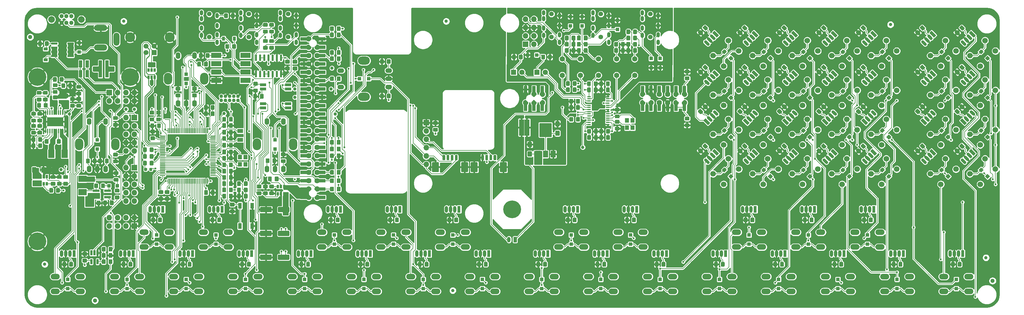
<source format=gbr>
%TF.GenerationSoftware,KiCad,Pcbnew,5.1.5*%
%TF.CreationDate,2020-03-25T20:50:35+01:00*%
%TF.ProjectId,OTTOdiy_SMD,4f54544f-6469-4795-9f53-4d442e6b6963,rev?*%
%TF.SameCoordinates,PX269fb20PYbb65a20*%
%TF.FileFunction,Copper,L4,Bot*%
%TF.FilePolarity,Positive*%
%FSLAX46Y46*%
G04 Gerber Fmt 4.6, Leading zero omitted, Abs format (unit mm)*
G04 Created by KiCad (PCBNEW 5.1.5) date 2020-03-25 20:50:35*
%MOMM*%
%LPD*%
G04 APERTURE LIST*
%ADD10C,0.150000*%
%ADD11R,1.500000X2.000000*%
%ADD12R,3.800000X2.000000*%
%ADD13R,0.650000X1.060000*%
%ADD14R,3.100000X1.600000*%
%ADD15C,1.300000*%
%ADD16R,2.500000X1.900000*%
%ADD17C,1.000000*%
%ADD18C,1.100000*%
%ADD19R,1.100000X1.100000*%
%ADD20R,2.000000X0.650000*%
%ADD21R,1.000000X1.000000*%
%ADD22O,1.700000X1.700000*%
%ADD23R,1.700000X1.700000*%
%ADD24R,1.200000X1.400000*%
%ADD25C,1.600000*%
%ADD26R,1.600000X1.600000*%
%ADD27R,1.900000X2.500000*%
%ADD28C,2.000000*%
%ADD29R,2.180000X1.020000*%
%ADD30C,1.620000*%
%ADD31O,1.000000X1.700000*%
%ADD32C,1.400000*%
%ADD33O,1.000000X1.600000*%
%ADD34O,2.500000X3.600000*%
%ADD35O,1.400000X2.000000*%
%ADD36O,3.600000X2.500000*%
%ADD37O,2.000000X1.400000*%
%ADD38R,1.850000X0.900000*%
%ADD39O,2.800000X1.700000*%
%ADD40C,0.954000*%
%ADD41C,1.700000*%
%ADD42R,1.600000X5.000000*%
%ADD43R,1.100000X1.800000*%
%ADD44R,1.800000X1.200000*%
%ADD45C,1.500000*%
%ADD46R,1.500000X1.500000*%
%ADD47C,3.000000*%
%ADD48R,4.950000X2.740000*%
%ADD49R,0.355600X1.473200*%
%ADD50R,1.000000X2.200000*%
%ADD51R,0.650000X1.560000*%
%ADD52O,0.954000X2.000000*%
%ADD53R,0.954000X2.000000*%
%ADD54R,1.020000X2.180000*%
%ADD55O,4.000000X1.800000*%
%ADD56O,1.800000X4.000000*%
%ADD57R,0.900000X1.200000*%
%ADD58R,1.200000X0.900000*%
%ADD59C,0.800000*%
%ADD60C,5.400000*%
%ADD61R,1.100000X0.400000*%
%ADD62C,0.600000*%
%ADD63C,0.203200*%
%ADD64C,0.261112*%
%ADD65C,0.254000*%
G04 APERTURE END LIST*
%TA.AperFunction,SMDPad,CuDef*%
D10*
G36*
X75274505Y40198796D02*
G01*
X75298773Y40195196D01*
X75322572Y40189235D01*
X75345671Y40180970D01*
X75367850Y40170480D01*
X75388893Y40157868D01*
X75408599Y40143253D01*
X75426777Y40126777D01*
X75443253Y40108599D01*
X75457868Y40088893D01*
X75470480Y40067850D01*
X75480970Y40045671D01*
X75489235Y40022572D01*
X75495196Y39998773D01*
X75498796Y39974505D01*
X75500000Y39950001D01*
X75500000Y39049999D01*
X75498796Y39025495D01*
X75495196Y39001227D01*
X75489235Y38977428D01*
X75480970Y38954329D01*
X75470480Y38932150D01*
X75457868Y38911107D01*
X75443253Y38891401D01*
X75426777Y38873223D01*
X75408599Y38856747D01*
X75388893Y38842132D01*
X75367850Y38829520D01*
X75345671Y38819030D01*
X75322572Y38810765D01*
X75298773Y38804804D01*
X75274505Y38801204D01*
X75250001Y38800000D01*
X74599999Y38800000D01*
X74575495Y38801204D01*
X74551227Y38804804D01*
X74527428Y38810765D01*
X74504329Y38819030D01*
X74482150Y38829520D01*
X74461107Y38842132D01*
X74441401Y38856747D01*
X74423223Y38873223D01*
X74406747Y38891401D01*
X74392132Y38911107D01*
X74379520Y38932150D01*
X74369030Y38954329D01*
X74360765Y38977428D01*
X74354804Y39001227D01*
X74351204Y39025495D01*
X74350000Y39049999D01*
X74350000Y39950001D01*
X74351204Y39974505D01*
X74354804Y39998773D01*
X74360765Y40022572D01*
X74369030Y40045671D01*
X74379520Y40067850D01*
X74392132Y40088893D01*
X74406747Y40108599D01*
X74423223Y40126777D01*
X74441401Y40143253D01*
X74461107Y40157868D01*
X74482150Y40170480D01*
X74504329Y40180970D01*
X74527428Y40189235D01*
X74551227Y40195196D01*
X74575495Y40198796D01*
X74599999Y40200000D01*
X75250001Y40200000D01*
X75274505Y40198796D01*
G37*
%TD.AperFunction*%
%TA.AperFunction,SMDPad,CuDef*%
G36*
X77324505Y40198796D02*
G01*
X77348773Y40195196D01*
X77372572Y40189235D01*
X77395671Y40180970D01*
X77417850Y40170480D01*
X77438893Y40157868D01*
X77458599Y40143253D01*
X77476777Y40126777D01*
X77493253Y40108599D01*
X77507868Y40088893D01*
X77520480Y40067850D01*
X77530970Y40045671D01*
X77539235Y40022572D01*
X77545196Y39998773D01*
X77548796Y39974505D01*
X77550000Y39950001D01*
X77550000Y39049999D01*
X77548796Y39025495D01*
X77545196Y39001227D01*
X77539235Y38977428D01*
X77530970Y38954329D01*
X77520480Y38932150D01*
X77507868Y38911107D01*
X77493253Y38891401D01*
X77476777Y38873223D01*
X77458599Y38856747D01*
X77438893Y38842132D01*
X77417850Y38829520D01*
X77395671Y38819030D01*
X77372572Y38810765D01*
X77348773Y38804804D01*
X77324505Y38801204D01*
X77300001Y38800000D01*
X76649999Y38800000D01*
X76625495Y38801204D01*
X76601227Y38804804D01*
X76577428Y38810765D01*
X76554329Y38819030D01*
X76532150Y38829520D01*
X76511107Y38842132D01*
X76491401Y38856747D01*
X76473223Y38873223D01*
X76456747Y38891401D01*
X76442132Y38911107D01*
X76429520Y38932150D01*
X76419030Y38954329D01*
X76410765Y38977428D01*
X76404804Y39001227D01*
X76401204Y39025495D01*
X76400000Y39049999D01*
X76400000Y39950001D01*
X76401204Y39974505D01*
X76404804Y39998773D01*
X76410765Y40022572D01*
X76419030Y40045671D01*
X76429520Y40067850D01*
X76442132Y40088893D01*
X76456747Y40108599D01*
X76473223Y40126777D01*
X76491401Y40143253D01*
X76511107Y40157868D01*
X76532150Y40170480D01*
X76554329Y40180970D01*
X76577428Y40189235D01*
X76601227Y40195196D01*
X76625495Y40198796D01*
X76649999Y40200000D01*
X77300001Y40200000D01*
X77324505Y40198796D01*
G37*
%TD.AperFunction*%
%TA.AperFunction,SMDPad,CuDef*%
G36*
X8824505Y36698796D02*
G01*
X8848773Y36695196D01*
X8872572Y36689235D01*
X8895671Y36680970D01*
X8917850Y36670480D01*
X8938893Y36657868D01*
X8958599Y36643253D01*
X8976777Y36626777D01*
X8993253Y36608599D01*
X9007868Y36588893D01*
X9020480Y36567850D01*
X9030970Y36545671D01*
X9039235Y36522572D01*
X9045196Y36498773D01*
X9048796Y36474505D01*
X9050000Y36450001D01*
X9050000Y35549999D01*
X9048796Y35525495D01*
X9045196Y35501227D01*
X9039235Y35477428D01*
X9030970Y35454329D01*
X9020480Y35432150D01*
X9007868Y35411107D01*
X8993253Y35391401D01*
X8976777Y35373223D01*
X8958599Y35356747D01*
X8938893Y35342132D01*
X8917850Y35329520D01*
X8895671Y35319030D01*
X8872572Y35310765D01*
X8848773Y35304804D01*
X8824505Y35301204D01*
X8800001Y35300000D01*
X8149999Y35300000D01*
X8125495Y35301204D01*
X8101227Y35304804D01*
X8077428Y35310765D01*
X8054329Y35319030D01*
X8032150Y35329520D01*
X8011107Y35342132D01*
X7991401Y35356747D01*
X7973223Y35373223D01*
X7956747Y35391401D01*
X7942132Y35411107D01*
X7929520Y35432150D01*
X7919030Y35454329D01*
X7910765Y35477428D01*
X7904804Y35501227D01*
X7901204Y35525495D01*
X7900000Y35549999D01*
X7900000Y36450001D01*
X7901204Y36474505D01*
X7904804Y36498773D01*
X7910765Y36522572D01*
X7919030Y36545671D01*
X7929520Y36567850D01*
X7942132Y36588893D01*
X7956747Y36608599D01*
X7973223Y36626777D01*
X7991401Y36643253D01*
X8011107Y36657868D01*
X8032150Y36670480D01*
X8054329Y36680970D01*
X8077428Y36689235D01*
X8101227Y36695196D01*
X8125495Y36698796D01*
X8149999Y36700000D01*
X8800001Y36700000D01*
X8824505Y36698796D01*
G37*
%TD.AperFunction*%
%TA.AperFunction,SMDPad,CuDef*%
G36*
X10874505Y36698796D02*
G01*
X10898773Y36695196D01*
X10922572Y36689235D01*
X10945671Y36680970D01*
X10967850Y36670480D01*
X10988893Y36657868D01*
X11008599Y36643253D01*
X11026777Y36626777D01*
X11043253Y36608599D01*
X11057868Y36588893D01*
X11070480Y36567850D01*
X11080970Y36545671D01*
X11089235Y36522572D01*
X11095196Y36498773D01*
X11098796Y36474505D01*
X11100000Y36450001D01*
X11100000Y35549999D01*
X11098796Y35525495D01*
X11095196Y35501227D01*
X11089235Y35477428D01*
X11080970Y35454329D01*
X11070480Y35432150D01*
X11057868Y35411107D01*
X11043253Y35391401D01*
X11026777Y35373223D01*
X11008599Y35356747D01*
X10988893Y35342132D01*
X10967850Y35329520D01*
X10945671Y35319030D01*
X10922572Y35310765D01*
X10898773Y35304804D01*
X10874505Y35301204D01*
X10850001Y35300000D01*
X10199999Y35300000D01*
X10175495Y35301204D01*
X10151227Y35304804D01*
X10127428Y35310765D01*
X10104329Y35319030D01*
X10082150Y35329520D01*
X10061107Y35342132D01*
X10041401Y35356747D01*
X10023223Y35373223D01*
X10006747Y35391401D01*
X9992132Y35411107D01*
X9979520Y35432150D01*
X9969030Y35454329D01*
X9960765Y35477428D01*
X9954804Y35501227D01*
X9951204Y35525495D01*
X9950000Y35549999D01*
X9950000Y36450001D01*
X9951204Y36474505D01*
X9954804Y36498773D01*
X9960765Y36522572D01*
X9969030Y36545671D01*
X9979520Y36567850D01*
X9992132Y36588893D01*
X10006747Y36608599D01*
X10023223Y36626777D01*
X10041401Y36643253D01*
X10061107Y36657868D01*
X10082150Y36670480D01*
X10104329Y36680970D01*
X10127428Y36689235D01*
X10151227Y36695196D01*
X10175495Y36698796D01*
X10199999Y36700000D01*
X10850001Y36700000D01*
X10874505Y36698796D01*
G37*
%TD.AperFunction*%
%TA.AperFunction,SMDPad,CuDef*%
G36*
X63424505Y36848796D02*
G01*
X63448773Y36845196D01*
X63472572Y36839235D01*
X63495671Y36830970D01*
X63517850Y36820480D01*
X63538893Y36807868D01*
X63558599Y36793253D01*
X63576777Y36776777D01*
X63593253Y36758599D01*
X63607868Y36738893D01*
X63620480Y36717850D01*
X63630970Y36695671D01*
X63639235Y36672572D01*
X63645196Y36648773D01*
X63648796Y36624505D01*
X63650000Y36600001D01*
X63650000Y35699999D01*
X63648796Y35675495D01*
X63645196Y35651227D01*
X63639235Y35627428D01*
X63630970Y35604329D01*
X63620480Y35582150D01*
X63607868Y35561107D01*
X63593253Y35541401D01*
X63576777Y35523223D01*
X63558599Y35506747D01*
X63538893Y35492132D01*
X63517850Y35479520D01*
X63495671Y35469030D01*
X63472572Y35460765D01*
X63448773Y35454804D01*
X63424505Y35451204D01*
X63400001Y35450000D01*
X62749999Y35450000D01*
X62725495Y35451204D01*
X62701227Y35454804D01*
X62677428Y35460765D01*
X62654329Y35469030D01*
X62632150Y35479520D01*
X62611107Y35492132D01*
X62591401Y35506747D01*
X62573223Y35523223D01*
X62556747Y35541401D01*
X62542132Y35561107D01*
X62529520Y35582150D01*
X62519030Y35604329D01*
X62510765Y35627428D01*
X62504804Y35651227D01*
X62501204Y35675495D01*
X62500000Y35699999D01*
X62500000Y36600001D01*
X62501204Y36624505D01*
X62504804Y36648773D01*
X62510765Y36672572D01*
X62519030Y36695671D01*
X62529520Y36717850D01*
X62542132Y36738893D01*
X62556747Y36758599D01*
X62573223Y36776777D01*
X62591401Y36793253D01*
X62611107Y36807868D01*
X62632150Y36820480D01*
X62654329Y36830970D01*
X62677428Y36839235D01*
X62701227Y36845196D01*
X62725495Y36848796D01*
X62749999Y36850000D01*
X63400001Y36850000D01*
X63424505Y36848796D01*
G37*
%TD.AperFunction*%
%TA.AperFunction,SMDPad,CuDef*%
G36*
X61374505Y36848796D02*
G01*
X61398773Y36845196D01*
X61422572Y36839235D01*
X61445671Y36830970D01*
X61467850Y36820480D01*
X61488893Y36807868D01*
X61508599Y36793253D01*
X61526777Y36776777D01*
X61543253Y36758599D01*
X61557868Y36738893D01*
X61570480Y36717850D01*
X61580970Y36695671D01*
X61589235Y36672572D01*
X61595196Y36648773D01*
X61598796Y36624505D01*
X61600000Y36600001D01*
X61600000Y35699999D01*
X61598796Y35675495D01*
X61595196Y35651227D01*
X61589235Y35627428D01*
X61580970Y35604329D01*
X61570480Y35582150D01*
X61557868Y35561107D01*
X61543253Y35541401D01*
X61526777Y35523223D01*
X61508599Y35506747D01*
X61488893Y35492132D01*
X61467850Y35479520D01*
X61445671Y35469030D01*
X61422572Y35460765D01*
X61398773Y35454804D01*
X61374505Y35451204D01*
X61350001Y35450000D01*
X60699999Y35450000D01*
X60675495Y35451204D01*
X60651227Y35454804D01*
X60627428Y35460765D01*
X60604329Y35469030D01*
X60582150Y35479520D01*
X60561107Y35492132D01*
X60541401Y35506747D01*
X60523223Y35523223D01*
X60506747Y35541401D01*
X60492132Y35561107D01*
X60479520Y35582150D01*
X60469030Y35604329D01*
X60460765Y35627428D01*
X60454804Y35651227D01*
X60451204Y35675495D01*
X60450000Y35699999D01*
X60450000Y36600001D01*
X60451204Y36624505D01*
X60454804Y36648773D01*
X60460765Y36672572D01*
X60469030Y36695671D01*
X60479520Y36717850D01*
X60492132Y36738893D01*
X60506747Y36758599D01*
X60523223Y36776777D01*
X60541401Y36793253D01*
X60561107Y36807868D01*
X60582150Y36820480D01*
X60604329Y36830970D01*
X60627428Y36839235D01*
X60651227Y36845196D01*
X60675495Y36848796D01*
X60699999Y36850000D01*
X61350001Y36850000D01*
X61374505Y36848796D01*
G37*
%TD.AperFunction*%
%TA.AperFunction,SMDPad,CuDef*%
G36*
X162749505Y54186296D02*
G01*
X162773773Y54182696D01*
X162797572Y54176735D01*
X162820671Y54168470D01*
X162842850Y54157980D01*
X162863893Y54145368D01*
X162883599Y54130753D01*
X162901777Y54114277D01*
X162918253Y54096099D01*
X162932868Y54076393D01*
X162945480Y54055350D01*
X162955970Y54033171D01*
X162964235Y54010072D01*
X162970196Y53986273D01*
X162973796Y53962005D01*
X162975000Y53937501D01*
X162975000Y52862499D01*
X162973796Y52837995D01*
X162970196Y52813727D01*
X162964235Y52789928D01*
X162955970Y52766829D01*
X162945480Y52744650D01*
X162932868Y52723607D01*
X162918253Y52703901D01*
X162901777Y52685723D01*
X162883599Y52669247D01*
X162863893Y52654632D01*
X162842850Y52642020D01*
X162820671Y52631530D01*
X162797572Y52623265D01*
X162773773Y52617304D01*
X162749505Y52613704D01*
X162725001Y52612500D01*
X161874999Y52612500D01*
X161850495Y52613704D01*
X161826227Y52617304D01*
X161802428Y52623265D01*
X161779329Y52631530D01*
X161757150Y52642020D01*
X161736107Y52654632D01*
X161716401Y52669247D01*
X161698223Y52685723D01*
X161681747Y52703901D01*
X161667132Y52723607D01*
X161654520Y52744650D01*
X161644030Y52766829D01*
X161635765Y52789928D01*
X161629804Y52813727D01*
X161626204Y52837995D01*
X161625000Y52862499D01*
X161625000Y53937501D01*
X161626204Y53962005D01*
X161629804Y53986273D01*
X161635765Y54010072D01*
X161644030Y54033171D01*
X161654520Y54055350D01*
X161667132Y54076393D01*
X161681747Y54096099D01*
X161698223Y54114277D01*
X161716401Y54130753D01*
X161736107Y54145368D01*
X161757150Y54157980D01*
X161779329Y54168470D01*
X161802428Y54176735D01*
X161826227Y54182696D01*
X161850495Y54186296D01*
X161874999Y54187500D01*
X162725001Y54187500D01*
X162749505Y54186296D01*
G37*
%TD.AperFunction*%
%TA.AperFunction,SMDPad,CuDef*%
G36*
X162749505Y57061296D02*
G01*
X162773773Y57057696D01*
X162797572Y57051735D01*
X162820671Y57043470D01*
X162842850Y57032980D01*
X162863893Y57020368D01*
X162883599Y57005753D01*
X162901777Y56989277D01*
X162918253Y56971099D01*
X162932868Y56951393D01*
X162945480Y56930350D01*
X162955970Y56908171D01*
X162964235Y56885072D01*
X162970196Y56861273D01*
X162973796Y56837005D01*
X162975000Y56812501D01*
X162975000Y55737499D01*
X162973796Y55712995D01*
X162970196Y55688727D01*
X162964235Y55664928D01*
X162955970Y55641829D01*
X162945480Y55619650D01*
X162932868Y55598607D01*
X162918253Y55578901D01*
X162901777Y55560723D01*
X162883599Y55544247D01*
X162863893Y55529632D01*
X162842850Y55517020D01*
X162820671Y55506530D01*
X162797572Y55498265D01*
X162773773Y55492304D01*
X162749505Y55488704D01*
X162725001Y55487500D01*
X161874999Y55487500D01*
X161850495Y55488704D01*
X161826227Y55492304D01*
X161802428Y55498265D01*
X161779329Y55506530D01*
X161757150Y55517020D01*
X161736107Y55529632D01*
X161716401Y55544247D01*
X161698223Y55560723D01*
X161681747Y55578901D01*
X161667132Y55598607D01*
X161654520Y55619650D01*
X161644030Y55641829D01*
X161635765Y55664928D01*
X161629804Y55688727D01*
X161626204Y55712995D01*
X161625000Y55737499D01*
X161625000Y56812501D01*
X161626204Y56837005D01*
X161629804Y56861273D01*
X161635765Y56885072D01*
X161644030Y56908171D01*
X161654520Y56930350D01*
X161667132Y56951393D01*
X161681747Y56971099D01*
X161698223Y56989277D01*
X161716401Y57005753D01*
X161736107Y57020368D01*
X161757150Y57032980D01*
X161779329Y57043470D01*
X161802428Y57051735D01*
X161826227Y57057696D01*
X161850495Y57061296D01*
X161874999Y57062500D01*
X162725001Y57062500D01*
X162749505Y57061296D01*
G37*
%TD.AperFunction*%
%TA.AperFunction,SMDPad,CuDef*%
G36*
X154349505Y50761296D02*
G01*
X154373773Y50757696D01*
X154397572Y50751735D01*
X154420671Y50743470D01*
X154442850Y50732980D01*
X154463893Y50720368D01*
X154483599Y50705753D01*
X154501777Y50689277D01*
X154518253Y50671099D01*
X154532868Y50651393D01*
X154545480Y50630350D01*
X154555970Y50608171D01*
X154564235Y50585072D01*
X154570196Y50561273D01*
X154573796Y50537005D01*
X154575000Y50512501D01*
X154575000Y49437499D01*
X154573796Y49412995D01*
X154570196Y49388727D01*
X154564235Y49364928D01*
X154555970Y49341829D01*
X154545480Y49319650D01*
X154532868Y49298607D01*
X154518253Y49278901D01*
X154501777Y49260723D01*
X154483599Y49244247D01*
X154463893Y49229632D01*
X154442850Y49217020D01*
X154420671Y49206530D01*
X154397572Y49198265D01*
X154373773Y49192304D01*
X154349505Y49188704D01*
X154325001Y49187500D01*
X153474999Y49187500D01*
X153450495Y49188704D01*
X153426227Y49192304D01*
X153402428Y49198265D01*
X153379329Y49206530D01*
X153357150Y49217020D01*
X153336107Y49229632D01*
X153316401Y49244247D01*
X153298223Y49260723D01*
X153281747Y49278901D01*
X153267132Y49298607D01*
X153254520Y49319650D01*
X153244030Y49341829D01*
X153235765Y49364928D01*
X153229804Y49388727D01*
X153226204Y49412995D01*
X153225000Y49437499D01*
X153225000Y50512501D01*
X153226204Y50537005D01*
X153229804Y50561273D01*
X153235765Y50585072D01*
X153244030Y50608171D01*
X153254520Y50630350D01*
X153267132Y50651393D01*
X153281747Y50671099D01*
X153298223Y50689277D01*
X153316401Y50705753D01*
X153336107Y50720368D01*
X153357150Y50732980D01*
X153379329Y50743470D01*
X153402428Y50751735D01*
X153426227Y50757696D01*
X153450495Y50761296D01*
X153474999Y50762500D01*
X154325001Y50762500D01*
X154349505Y50761296D01*
G37*
%TD.AperFunction*%
%TA.AperFunction,SMDPad,CuDef*%
G36*
X154349505Y47886296D02*
G01*
X154373773Y47882696D01*
X154397572Y47876735D01*
X154420671Y47868470D01*
X154442850Y47857980D01*
X154463893Y47845368D01*
X154483599Y47830753D01*
X154501777Y47814277D01*
X154518253Y47796099D01*
X154532868Y47776393D01*
X154545480Y47755350D01*
X154555970Y47733171D01*
X154564235Y47710072D01*
X154570196Y47686273D01*
X154573796Y47662005D01*
X154575000Y47637501D01*
X154575000Y46562499D01*
X154573796Y46537995D01*
X154570196Y46513727D01*
X154564235Y46489928D01*
X154555970Y46466829D01*
X154545480Y46444650D01*
X154532868Y46423607D01*
X154518253Y46403901D01*
X154501777Y46385723D01*
X154483599Y46369247D01*
X154463893Y46354632D01*
X154442850Y46342020D01*
X154420671Y46331530D01*
X154397572Y46323265D01*
X154373773Y46317304D01*
X154349505Y46313704D01*
X154325001Y46312500D01*
X153474999Y46312500D01*
X153450495Y46313704D01*
X153426227Y46317304D01*
X153402428Y46323265D01*
X153379329Y46331530D01*
X153357150Y46342020D01*
X153336107Y46354632D01*
X153316401Y46369247D01*
X153298223Y46385723D01*
X153281747Y46403901D01*
X153267132Y46423607D01*
X153254520Y46444650D01*
X153244030Y46466829D01*
X153235765Y46489928D01*
X153229804Y46513727D01*
X153226204Y46537995D01*
X153225000Y46562499D01*
X153225000Y47637501D01*
X153226204Y47662005D01*
X153229804Y47686273D01*
X153235765Y47710072D01*
X153244030Y47733171D01*
X153254520Y47755350D01*
X153267132Y47776393D01*
X153281747Y47796099D01*
X153298223Y47814277D01*
X153316401Y47830753D01*
X153336107Y47845368D01*
X153357150Y47857980D01*
X153379329Y47868470D01*
X153402428Y47876735D01*
X153426227Y47882696D01*
X153450495Y47886296D01*
X153474999Y47887500D01*
X154325001Y47887500D01*
X154349505Y47886296D01*
G37*
%TD.AperFunction*%
D11*
X161000000Y47050000D03*
X156400000Y47050000D03*
X158700000Y47050000D03*
D12*
X158700000Y53350000D03*
D13*
X39000000Y72600000D03*
X39950000Y72600000D03*
X38050000Y72600000D03*
X38050000Y70400000D03*
X39000000Y70400000D03*
X39950000Y70400000D03*
D14*
X58605000Y77085000D03*
X67495000Y69465000D03*
X58605000Y74545000D03*
X67495000Y72005000D03*
X58605000Y72005000D03*
X67495000Y74545000D03*
X58605000Y69465000D03*
X67495000Y77085000D03*
D15*
X294525000Y8450000D03*
X21800000Y2475000D03*
X2100000Y82700000D03*
D16*
X18000000Y39550000D03*
X18000000Y35450000D03*
D17*
X14000000Y59250000D03*
D18*
X60165000Y63370000D03*
X60165000Y64640000D03*
X61435000Y63370000D03*
X61435000Y64640000D03*
X62705000Y63370000D03*
X62705000Y64640000D03*
X63975000Y63370000D03*
X63975000Y64640000D03*
X65245000Y63370000D03*
X65245000Y64640000D03*
D19*
X166250000Y86100000D03*
X166250000Y88900000D03*
X153200000Y77250000D03*
X156000000Y77250000D03*
X180500000Y85000000D03*
X180500000Y87800000D03*
X169750000Y86100000D03*
X169750000Y88900000D03*
X190750000Y76150000D03*
X190750000Y73350000D03*
X193500000Y76150000D03*
X193500000Y73350000D03*
%TA.AperFunction,SMDPad,CuDef*%
D10*
G36*
X27224505Y32923796D02*
G01*
X27248773Y32920196D01*
X27272572Y32914235D01*
X27295671Y32905970D01*
X27317850Y32895480D01*
X27338893Y32882868D01*
X27358599Y32868253D01*
X27376777Y32851777D01*
X27393253Y32833599D01*
X27407868Y32813893D01*
X27420480Y32792850D01*
X27430970Y32770671D01*
X27439235Y32747572D01*
X27445196Y32723773D01*
X27448796Y32699505D01*
X27450000Y32675001D01*
X27450000Y31774999D01*
X27448796Y31750495D01*
X27445196Y31726227D01*
X27439235Y31702428D01*
X27430970Y31679329D01*
X27420480Y31657150D01*
X27407868Y31636107D01*
X27393253Y31616401D01*
X27376777Y31598223D01*
X27358599Y31581747D01*
X27338893Y31567132D01*
X27317850Y31554520D01*
X27295671Y31544030D01*
X27272572Y31535765D01*
X27248773Y31529804D01*
X27224505Y31526204D01*
X27200001Y31525000D01*
X26549999Y31525000D01*
X26525495Y31526204D01*
X26501227Y31529804D01*
X26477428Y31535765D01*
X26454329Y31544030D01*
X26432150Y31554520D01*
X26411107Y31567132D01*
X26391401Y31581747D01*
X26373223Y31598223D01*
X26356747Y31616401D01*
X26342132Y31636107D01*
X26329520Y31657150D01*
X26319030Y31679329D01*
X26310765Y31702428D01*
X26304804Y31726227D01*
X26301204Y31750495D01*
X26300000Y31774999D01*
X26300000Y32675001D01*
X26301204Y32699505D01*
X26304804Y32723773D01*
X26310765Y32747572D01*
X26319030Y32770671D01*
X26329520Y32792850D01*
X26342132Y32813893D01*
X26356747Y32833599D01*
X26373223Y32851777D01*
X26391401Y32868253D01*
X26411107Y32882868D01*
X26432150Y32895480D01*
X26454329Y32905970D01*
X26477428Y32914235D01*
X26501227Y32920196D01*
X26525495Y32923796D01*
X26549999Y32925000D01*
X27200001Y32925000D01*
X27224505Y32923796D01*
G37*
%TD.AperFunction*%
%TA.AperFunction,SMDPad,CuDef*%
G36*
X25174505Y32923796D02*
G01*
X25198773Y32920196D01*
X25222572Y32914235D01*
X25245671Y32905970D01*
X25267850Y32895480D01*
X25288893Y32882868D01*
X25308599Y32868253D01*
X25326777Y32851777D01*
X25343253Y32833599D01*
X25357868Y32813893D01*
X25370480Y32792850D01*
X25380970Y32770671D01*
X25389235Y32747572D01*
X25395196Y32723773D01*
X25398796Y32699505D01*
X25400000Y32675001D01*
X25400000Y31774999D01*
X25398796Y31750495D01*
X25395196Y31726227D01*
X25389235Y31702428D01*
X25380970Y31679329D01*
X25370480Y31657150D01*
X25357868Y31636107D01*
X25343253Y31616401D01*
X25326777Y31598223D01*
X25308599Y31581747D01*
X25288893Y31567132D01*
X25267850Y31554520D01*
X25245671Y31544030D01*
X25222572Y31535765D01*
X25198773Y31529804D01*
X25174505Y31526204D01*
X25150001Y31525000D01*
X24499999Y31525000D01*
X24475495Y31526204D01*
X24451227Y31529804D01*
X24427428Y31535765D01*
X24404329Y31544030D01*
X24382150Y31554520D01*
X24361107Y31567132D01*
X24341401Y31581747D01*
X24323223Y31598223D01*
X24306747Y31616401D01*
X24292132Y31636107D01*
X24279520Y31657150D01*
X24269030Y31679329D01*
X24260765Y31702428D01*
X24254804Y31726227D01*
X24251204Y31750495D01*
X24250000Y31774999D01*
X24250000Y32675001D01*
X24251204Y32699505D01*
X24254804Y32723773D01*
X24260765Y32747572D01*
X24269030Y32770671D01*
X24279520Y32792850D01*
X24292132Y32813893D01*
X24306747Y32833599D01*
X24323223Y32851777D01*
X24341401Y32868253D01*
X24361107Y32882868D01*
X24382150Y32895480D01*
X24404329Y32905970D01*
X24427428Y32914235D01*
X24451227Y32920196D01*
X24475495Y32923796D01*
X24499999Y32925000D01*
X25150001Y32925000D01*
X25174505Y32923796D01*
G37*
%TD.AperFunction*%
D20*
X25585000Y35850000D03*
X25585000Y34900000D03*
X25585000Y33950000D03*
X22165000Y33950000D03*
X22165000Y34900000D03*
X22165000Y35850000D03*
%TA.AperFunction,SMDPad,CuDef*%
D10*
G36*
X28974505Y36498796D02*
G01*
X28998773Y36495196D01*
X29022572Y36489235D01*
X29045671Y36480970D01*
X29067850Y36470480D01*
X29088893Y36457868D01*
X29108599Y36443253D01*
X29126777Y36426777D01*
X29143253Y36408599D01*
X29157868Y36388893D01*
X29170480Y36367850D01*
X29180970Y36345671D01*
X29189235Y36322572D01*
X29195196Y36298773D01*
X29198796Y36274505D01*
X29200000Y36250001D01*
X29200000Y35599999D01*
X29198796Y35575495D01*
X29195196Y35551227D01*
X29189235Y35527428D01*
X29180970Y35504329D01*
X29170480Y35482150D01*
X29157868Y35461107D01*
X29143253Y35441401D01*
X29126777Y35423223D01*
X29108599Y35406747D01*
X29088893Y35392132D01*
X29067850Y35379520D01*
X29045671Y35369030D01*
X29022572Y35360765D01*
X28998773Y35354804D01*
X28974505Y35351204D01*
X28950001Y35350000D01*
X28049999Y35350000D01*
X28025495Y35351204D01*
X28001227Y35354804D01*
X27977428Y35360765D01*
X27954329Y35369030D01*
X27932150Y35379520D01*
X27911107Y35392132D01*
X27891401Y35406747D01*
X27873223Y35423223D01*
X27856747Y35441401D01*
X27842132Y35461107D01*
X27829520Y35482150D01*
X27819030Y35504329D01*
X27810765Y35527428D01*
X27804804Y35551227D01*
X27801204Y35575495D01*
X27800000Y35599999D01*
X27800000Y36250001D01*
X27801204Y36274505D01*
X27804804Y36298773D01*
X27810765Y36322572D01*
X27819030Y36345671D01*
X27829520Y36367850D01*
X27842132Y36388893D01*
X27856747Y36408599D01*
X27873223Y36426777D01*
X27891401Y36443253D01*
X27911107Y36457868D01*
X27932150Y36470480D01*
X27954329Y36480970D01*
X27977428Y36489235D01*
X28001227Y36495196D01*
X28025495Y36498796D01*
X28049999Y36500000D01*
X28950001Y36500000D01*
X28974505Y36498796D01*
G37*
%TD.AperFunction*%
%TA.AperFunction,SMDPad,CuDef*%
G36*
X28974505Y34448796D02*
G01*
X28998773Y34445196D01*
X29022572Y34439235D01*
X29045671Y34430970D01*
X29067850Y34420480D01*
X29088893Y34407868D01*
X29108599Y34393253D01*
X29126777Y34376777D01*
X29143253Y34358599D01*
X29157868Y34338893D01*
X29170480Y34317850D01*
X29180970Y34295671D01*
X29189235Y34272572D01*
X29195196Y34248773D01*
X29198796Y34224505D01*
X29200000Y34200001D01*
X29200000Y33549999D01*
X29198796Y33525495D01*
X29195196Y33501227D01*
X29189235Y33477428D01*
X29180970Y33454329D01*
X29170480Y33432150D01*
X29157868Y33411107D01*
X29143253Y33391401D01*
X29126777Y33373223D01*
X29108599Y33356747D01*
X29088893Y33342132D01*
X29067850Y33329520D01*
X29045671Y33319030D01*
X29022572Y33310765D01*
X28998773Y33304804D01*
X28974505Y33301204D01*
X28950001Y33300000D01*
X28049999Y33300000D01*
X28025495Y33301204D01*
X28001227Y33304804D01*
X27977428Y33310765D01*
X27954329Y33319030D01*
X27932150Y33329520D01*
X27911107Y33342132D01*
X27891401Y33356747D01*
X27873223Y33373223D01*
X27856747Y33391401D01*
X27842132Y33411107D01*
X27829520Y33432150D01*
X27819030Y33454329D01*
X27810765Y33477428D01*
X27804804Y33501227D01*
X27801204Y33525495D01*
X27800000Y33549999D01*
X27800000Y34200001D01*
X27801204Y34224505D01*
X27804804Y34248773D01*
X27810765Y34272572D01*
X27819030Y34295671D01*
X27829520Y34317850D01*
X27842132Y34338893D01*
X27856747Y34358599D01*
X27873223Y34376777D01*
X27891401Y34393253D01*
X27911107Y34407868D01*
X27932150Y34420480D01*
X27954329Y34430970D01*
X27977428Y34439235D01*
X28001227Y34445196D01*
X28025495Y34448796D01*
X28049999Y34450000D01*
X28950001Y34450000D01*
X28974505Y34448796D01*
G37*
%TD.AperFunction*%
D21*
X26025000Y37425000D03*
X28525000Y37425000D03*
%TA.AperFunction,SMDPad,CuDef*%
D10*
G36*
X24549505Y38098796D02*
G01*
X24573773Y38095196D01*
X24597572Y38089235D01*
X24620671Y38080970D01*
X24642850Y38070480D01*
X24663893Y38057868D01*
X24683599Y38043253D01*
X24701777Y38026777D01*
X24718253Y38008599D01*
X24732868Y37988893D01*
X24745480Y37967850D01*
X24755970Y37945671D01*
X24764235Y37922572D01*
X24770196Y37898773D01*
X24773796Y37874505D01*
X24775000Y37850001D01*
X24775000Y36949999D01*
X24773796Y36925495D01*
X24770196Y36901227D01*
X24764235Y36877428D01*
X24755970Y36854329D01*
X24745480Y36832150D01*
X24732868Y36811107D01*
X24718253Y36791401D01*
X24701777Y36773223D01*
X24683599Y36756747D01*
X24663893Y36742132D01*
X24642850Y36729520D01*
X24620671Y36719030D01*
X24597572Y36710765D01*
X24573773Y36704804D01*
X24549505Y36701204D01*
X24525001Y36700000D01*
X23874999Y36700000D01*
X23850495Y36701204D01*
X23826227Y36704804D01*
X23802428Y36710765D01*
X23779329Y36719030D01*
X23757150Y36729520D01*
X23736107Y36742132D01*
X23716401Y36756747D01*
X23698223Y36773223D01*
X23681747Y36791401D01*
X23667132Y36811107D01*
X23654520Y36832150D01*
X23644030Y36854329D01*
X23635765Y36877428D01*
X23629804Y36901227D01*
X23626204Y36925495D01*
X23625000Y36949999D01*
X23625000Y37850001D01*
X23626204Y37874505D01*
X23629804Y37898773D01*
X23635765Y37922572D01*
X23644030Y37945671D01*
X23654520Y37967850D01*
X23667132Y37988893D01*
X23681747Y38008599D01*
X23698223Y38026777D01*
X23716401Y38043253D01*
X23736107Y38057868D01*
X23757150Y38070480D01*
X23779329Y38080970D01*
X23802428Y38089235D01*
X23826227Y38095196D01*
X23850495Y38098796D01*
X23874999Y38100000D01*
X24525001Y38100000D01*
X24549505Y38098796D01*
G37*
%TD.AperFunction*%
%TA.AperFunction,SMDPad,CuDef*%
G36*
X22499505Y38098796D02*
G01*
X22523773Y38095196D01*
X22547572Y38089235D01*
X22570671Y38080970D01*
X22592850Y38070480D01*
X22613893Y38057868D01*
X22633599Y38043253D01*
X22651777Y38026777D01*
X22668253Y38008599D01*
X22682868Y37988893D01*
X22695480Y37967850D01*
X22705970Y37945671D01*
X22714235Y37922572D01*
X22720196Y37898773D01*
X22723796Y37874505D01*
X22725000Y37850001D01*
X22725000Y36949999D01*
X22723796Y36925495D01*
X22720196Y36901227D01*
X22714235Y36877428D01*
X22705970Y36854329D01*
X22695480Y36832150D01*
X22682868Y36811107D01*
X22668253Y36791401D01*
X22651777Y36773223D01*
X22633599Y36756747D01*
X22613893Y36742132D01*
X22592850Y36729520D01*
X22570671Y36719030D01*
X22547572Y36710765D01*
X22523773Y36704804D01*
X22499505Y36701204D01*
X22475001Y36700000D01*
X21824999Y36700000D01*
X21800495Y36701204D01*
X21776227Y36704804D01*
X21752428Y36710765D01*
X21729329Y36719030D01*
X21707150Y36729520D01*
X21686107Y36742132D01*
X21666401Y36756747D01*
X21648223Y36773223D01*
X21631747Y36791401D01*
X21617132Y36811107D01*
X21604520Y36832150D01*
X21594030Y36854329D01*
X21585765Y36877428D01*
X21579804Y36901227D01*
X21576204Y36925495D01*
X21575000Y36949999D01*
X21575000Y37850001D01*
X21576204Y37874505D01*
X21579804Y37898773D01*
X21585765Y37922572D01*
X21594030Y37945671D01*
X21604520Y37967850D01*
X21617132Y37988893D01*
X21631747Y38008599D01*
X21648223Y38026777D01*
X21666401Y38043253D01*
X21686107Y38057868D01*
X21707150Y38070480D01*
X21729329Y38080970D01*
X21752428Y38089235D01*
X21776227Y38095196D01*
X21800495Y38098796D01*
X21824999Y38100000D01*
X22475001Y38100000D01*
X22499505Y38098796D01*
G37*
%TD.AperFunction*%
%TA.AperFunction,SMDPad,CuDef*%
G36*
X21174505Y32848796D02*
G01*
X21198773Y32845196D01*
X21222572Y32839235D01*
X21245671Y32830970D01*
X21267850Y32820480D01*
X21288893Y32807868D01*
X21308599Y32793253D01*
X21326777Y32776777D01*
X21343253Y32758599D01*
X21357868Y32738893D01*
X21370480Y32717850D01*
X21380970Y32695671D01*
X21389235Y32672572D01*
X21395196Y32648773D01*
X21398796Y32624505D01*
X21400000Y32600001D01*
X21400000Y31699999D01*
X21398796Y31675495D01*
X21395196Y31651227D01*
X21389235Y31627428D01*
X21380970Y31604329D01*
X21370480Y31582150D01*
X21357868Y31561107D01*
X21343253Y31541401D01*
X21326777Y31523223D01*
X21308599Y31506747D01*
X21288893Y31492132D01*
X21267850Y31479520D01*
X21245671Y31469030D01*
X21222572Y31460765D01*
X21198773Y31454804D01*
X21174505Y31451204D01*
X21150001Y31450000D01*
X20499999Y31450000D01*
X20475495Y31451204D01*
X20451227Y31454804D01*
X20427428Y31460765D01*
X20404329Y31469030D01*
X20382150Y31479520D01*
X20361107Y31492132D01*
X20341401Y31506747D01*
X20323223Y31523223D01*
X20306747Y31541401D01*
X20292132Y31561107D01*
X20279520Y31582150D01*
X20269030Y31604329D01*
X20260765Y31627428D01*
X20254804Y31651227D01*
X20251204Y31675495D01*
X20250000Y31699999D01*
X20250000Y32600001D01*
X20251204Y32624505D01*
X20254804Y32648773D01*
X20260765Y32672572D01*
X20269030Y32695671D01*
X20279520Y32717850D01*
X20292132Y32738893D01*
X20306747Y32758599D01*
X20323223Y32776777D01*
X20341401Y32793253D01*
X20361107Y32807868D01*
X20382150Y32820480D01*
X20404329Y32830970D01*
X20427428Y32839235D01*
X20451227Y32845196D01*
X20475495Y32848796D01*
X20499999Y32850000D01*
X21150001Y32850000D01*
X21174505Y32848796D01*
G37*
%TD.AperFunction*%
%TA.AperFunction,SMDPad,CuDef*%
G36*
X23224505Y32848796D02*
G01*
X23248773Y32845196D01*
X23272572Y32839235D01*
X23295671Y32830970D01*
X23317850Y32820480D01*
X23338893Y32807868D01*
X23358599Y32793253D01*
X23376777Y32776777D01*
X23393253Y32758599D01*
X23407868Y32738893D01*
X23420480Y32717850D01*
X23430970Y32695671D01*
X23439235Y32672572D01*
X23445196Y32648773D01*
X23448796Y32624505D01*
X23450000Y32600001D01*
X23450000Y31699999D01*
X23448796Y31675495D01*
X23445196Y31651227D01*
X23439235Y31627428D01*
X23430970Y31604329D01*
X23420480Y31582150D01*
X23407868Y31561107D01*
X23393253Y31541401D01*
X23376777Y31523223D01*
X23358599Y31506747D01*
X23338893Y31492132D01*
X23317850Y31479520D01*
X23295671Y31469030D01*
X23272572Y31460765D01*
X23248773Y31454804D01*
X23224505Y31451204D01*
X23200001Y31450000D01*
X22549999Y31450000D01*
X22525495Y31451204D01*
X22501227Y31454804D01*
X22477428Y31460765D01*
X22454329Y31469030D01*
X22432150Y31479520D01*
X22411107Y31492132D01*
X22391401Y31506747D01*
X22373223Y31523223D01*
X22356747Y31541401D01*
X22342132Y31561107D01*
X22329520Y31582150D01*
X22319030Y31604329D01*
X22310765Y31627428D01*
X22304804Y31651227D01*
X22301204Y31675495D01*
X22300000Y31699999D01*
X22300000Y32600001D01*
X22301204Y32624505D01*
X22304804Y32648773D01*
X22310765Y32672572D01*
X22319030Y32695671D01*
X22329520Y32717850D01*
X22342132Y32738893D01*
X22356747Y32758599D01*
X22373223Y32776777D01*
X22391401Y32793253D01*
X22411107Y32807868D01*
X22432150Y32820480D01*
X22454329Y32830970D01*
X22477428Y32839235D01*
X22501227Y32845196D01*
X22525495Y32848796D01*
X22549999Y32850000D01*
X23200001Y32850000D01*
X23224505Y32848796D01*
G37*
%TD.AperFunction*%
D22*
X122425000Y43900000D03*
X122425000Y46440000D03*
X122425000Y48980000D03*
X122425000Y51520000D03*
X122425000Y54060000D03*
D23*
X122425000Y56600000D03*
%TA.AperFunction,SMDPad,CuDef*%
D10*
G36*
X125696805Y57099696D02*
G01*
X125721073Y57096096D01*
X125744872Y57090135D01*
X125767971Y57081870D01*
X125790150Y57071380D01*
X125811193Y57058768D01*
X125830899Y57044153D01*
X125849077Y57027677D01*
X125865553Y57009499D01*
X125880168Y56989793D01*
X125892780Y56968750D01*
X125903270Y56946571D01*
X125911535Y56923472D01*
X125917496Y56899673D01*
X125921096Y56875405D01*
X125922300Y56850901D01*
X125922300Y56200899D01*
X125921096Y56176395D01*
X125917496Y56152127D01*
X125911535Y56128328D01*
X125903270Y56105229D01*
X125892780Y56083050D01*
X125880168Y56062007D01*
X125865553Y56042301D01*
X125849077Y56024123D01*
X125830899Y56007647D01*
X125811193Y55993032D01*
X125790150Y55980420D01*
X125767971Y55969930D01*
X125744872Y55961665D01*
X125721073Y55955704D01*
X125696805Y55952104D01*
X125672301Y55950900D01*
X124772299Y55950900D01*
X124747795Y55952104D01*
X124723527Y55955704D01*
X124699728Y55961665D01*
X124676629Y55969930D01*
X124654450Y55980420D01*
X124633407Y55993032D01*
X124613701Y56007647D01*
X124595523Y56024123D01*
X124579047Y56042301D01*
X124564432Y56062007D01*
X124551820Y56083050D01*
X124541330Y56105229D01*
X124533065Y56128328D01*
X124527104Y56152127D01*
X124523504Y56176395D01*
X124522300Y56200899D01*
X124522300Y56850901D01*
X124523504Y56875405D01*
X124527104Y56899673D01*
X124533065Y56923472D01*
X124541330Y56946571D01*
X124551820Y56968750D01*
X124564432Y56989793D01*
X124579047Y57009499D01*
X124595523Y57027677D01*
X124613701Y57044153D01*
X124633407Y57058768D01*
X124654450Y57071380D01*
X124676629Y57081870D01*
X124699728Y57090135D01*
X124723527Y57096096D01*
X124747795Y57099696D01*
X124772299Y57100900D01*
X125672301Y57100900D01*
X125696805Y57099696D01*
G37*
%TD.AperFunction*%
%TA.AperFunction,SMDPad,CuDef*%
G36*
X125696805Y55049696D02*
G01*
X125721073Y55046096D01*
X125744872Y55040135D01*
X125767971Y55031870D01*
X125790150Y55021380D01*
X125811193Y55008768D01*
X125830899Y54994153D01*
X125849077Y54977677D01*
X125865553Y54959499D01*
X125880168Y54939793D01*
X125892780Y54918750D01*
X125903270Y54896571D01*
X125911535Y54873472D01*
X125917496Y54849673D01*
X125921096Y54825405D01*
X125922300Y54800901D01*
X125922300Y54150899D01*
X125921096Y54126395D01*
X125917496Y54102127D01*
X125911535Y54078328D01*
X125903270Y54055229D01*
X125892780Y54033050D01*
X125880168Y54012007D01*
X125865553Y53992301D01*
X125849077Y53974123D01*
X125830899Y53957647D01*
X125811193Y53943032D01*
X125790150Y53930420D01*
X125767971Y53919930D01*
X125744872Y53911665D01*
X125721073Y53905704D01*
X125696805Y53902104D01*
X125672301Y53900900D01*
X124772299Y53900900D01*
X124747795Y53902104D01*
X124723527Y53905704D01*
X124699728Y53911665D01*
X124676629Y53919930D01*
X124654450Y53930420D01*
X124633407Y53943032D01*
X124613701Y53957647D01*
X124595523Y53974123D01*
X124579047Y53992301D01*
X124564432Y54012007D01*
X124551820Y54033050D01*
X124541330Y54055229D01*
X124533065Y54078328D01*
X124527104Y54102127D01*
X124523504Y54126395D01*
X124522300Y54150899D01*
X124522300Y54800901D01*
X124523504Y54825405D01*
X124527104Y54849673D01*
X124533065Y54873472D01*
X124541330Y54896571D01*
X124551820Y54918750D01*
X124564432Y54939793D01*
X124579047Y54959499D01*
X124595523Y54977677D01*
X124613701Y54994153D01*
X124633407Y55008768D01*
X124654450Y55021380D01*
X124676629Y55031870D01*
X124699728Y55040135D01*
X124723527Y55046096D01*
X124747795Y55049696D01*
X124772299Y55050900D01*
X125672301Y55050900D01*
X125696805Y55049696D01*
G37*
%TD.AperFunction*%
D24*
X185150000Y57300000D03*
X185150000Y55100000D03*
X183450000Y55100000D03*
X183450000Y57300000D03*
X65800000Y43900000D03*
X65800000Y46100000D03*
X67500000Y46100000D03*
X67500000Y43900000D03*
%TA.AperFunction,SMDPad,CuDef*%
D10*
G36*
X137827004Y44590796D02*
G01*
X137851273Y44587196D01*
X137875071Y44581235D01*
X137898171Y44572970D01*
X137920349Y44562480D01*
X137941393Y44549867D01*
X137961098Y44535253D01*
X137979277Y44518777D01*
X137995753Y44500598D01*
X138010367Y44480893D01*
X138022980Y44459849D01*
X138033470Y44437671D01*
X138041735Y44414571D01*
X138047696Y44390773D01*
X138051296Y44366504D01*
X138052500Y44342000D01*
X138052500Y41842000D01*
X138051296Y41817496D01*
X138047696Y41793227D01*
X138041735Y41769429D01*
X138033470Y41746329D01*
X138022980Y41724151D01*
X138010367Y41703107D01*
X137995753Y41683402D01*
X137979277Y41665223D01*
X137961098Y41648747D01*
X137941393Y41634133D01*
X137920349Y41621520D01*
X137898171Y41611030D01*
X137875071Y41602765D01*
X137851273Y41596804D01*
X137827004Y41593204D01*
X137802500Y41592000D01*
X136202500Y41592000D01*
X136177996Y41593204D01*
X136153727Y41596804D01*
X136129929Y41602765D01*
X136106829Y41611030D01*
X136084651Y41621520D01*
X136063607Y41634133D01*
X136043902Y41648747D01*
X136025723Y41665223D01*
X136009247Y41683402D01*
X135994633Y41703107D01*
X135982020Y41724151D01*
X135971530Y41746329D01*
X135963265Y41769429D01*
X135957304Y41793227D01*
X135953704Y41817496D01*
X135952500Y41842000D01*
X135952500Y44342000D01*
X135953704Y44366504D01*
X135957304Y44390773D01*
X135963265Y44414571D01*
X135971530Y44437671D01*
X135982020Y44459849D01*
X135994633Y44480893D01*
X136009247Y44500598D01*
X136025723Y44518777D01*
X136043902Y44535253D01*
X136063607Y44549867D01*
X136084651Y44562480D01*
X136106829Y44572970D01*
X136129929Y44581235D01*
X136153727Y44587196D01*
X136177996Y44590796D01*
X136202500Y44592000D01*
X137802500Y44592000D01*
X137827004Y44590796D01*
G37*
%TD.AperFunction*%
%TA.AperFunction,SMDPad,CuDef*%
G36*
X146677004Y44590796D02*
G01*
X146701273Y44587196D01*
X146725071Y44581235D01*
X146748171Y44572970D01*
X146770349Y44562480D01*
X146791393Y44549867D01*
X146811098Y44535253D01*
X146829277Y44518777D01*
X146845753Y44500598D01*
X146860367Y44480893D01*
X146872980Y44459849D01*
X146883470Y44437671D01*
X146891735Y44414571D01*
X146897696Y44390773D01*
X146901296Y44366504D01*
X146902500Y44342000D01*
X146902500Y41842000D01*
X146901296Y41817496D01*
X146897696Y41793227D01*
X146891735Y41769429D01*
X146883470Y41746329D01*
X146872980Y41724151D01*
X146860367Y41703107D01*
X146845753Y41683402D01*
X146829277Y41665223D01*
X146811098Y41648747D01*
X146791393Y41634133D01*
X146770349Y41621520D01*
X146748171Y41611030D01*
X146725071Y41602765D01*
X146701273Y41596804D01*
X146677004Y41593204D01*
X146652500Y41592000D01*
X145052500Y41592000D01*
X145027996Y41593204D01*
X145003727Y41596804D01*
X144979929Y41602765D01*
X144956829Y41611030D01*
X144934651Y41621520D01*
X144913607Y41634133D01*
X144893902Y41648747D01*
X144875723Y41665223D01*
X144859247Y41683402D01*
X144844633Y41703107D01*
X144832020Y41724151D01*
X144821530Y41746329D01*
X144813265Y41769429D01*
X144807304Y41793227D01*
X144803704Y41817496D01*
X144802500Y41842000D01*
X144802500Y44342000D01*
X144803704Y44366504D01*
X144807304Y44390773D01*
X144813265Y44414571D01*
X144821530Y44437671D01*
X144832020Y44459849D01*
X144844633Y44480893D01*
X144859247Y44500598D01*
X144875723Y44518777D01*
X144893902Y44535253D01*
X144913607Y44549867D01*
X144934651Y44562480D01*
X144956829Y44572970D01*
X144979929Y44581235D01*
X145003727Y44587196D01*
X145027996Y44590796D01*
X145052500Y44592000D01*
X146652500Y44592000D01*
X146677004Y44590796D01*
G37*
%TD.AperFunction*%
%TA.AperFunction,SMDPad,CuDef*%
G36*
X139772103Y46791037D02*
G01*
X139791518Y46788157D01*
X139810557Y46783388D01*
X139829037Y46776776D01*
X139846779Y46768384D01*
X139863614Y46758294D01*
X139879379Y46746602D01*
X139893921Y46733421D01*
X139907102Y46718879D01*
X139918794Y46703114D01*
X139928884Y46686279D01*
X139937276Y46668537D01*
X139943888Y46650057D01*
X139948657Y46631018D01*
X139951537Y46611603D01*
X139952500Y46592000D01*
X139952500Y45392000D01*
X139951537Y45372397D01*
X139948657Y45352982D01*
X139943888Y45333943D01*
X139937276Y45315463D01*
X139928884Y45297721D01*
X139918794Y45280886D01*
X139907102Y45265121D01*
X139893921Y45250579D01*
X139879379Y45237398D01*
X139863614Y45225706D01*
X139846779Y45215616D01*
X139829037Y45207224D01*
X139810557Y45200612D01*
X139791518Y45195843D01*
X139772103Y45192963D01*
X139752500Y45192000D01*
X139352500Y45192000D01*
X139332897Y45192963D01*
X139313482Y45195843D01*
X139294443Y45200612D01*
X139275963Y45207224D01*
X139258221Y45215616D01*
X139241386Y45225706D01*
X139225621Y45237398D01*
X139211079Y45250579D01*
X139197898Y45265121D01*
X139186206Y45280886D01*
X139176116Y45297721D01*
X139167724Y45315463D01*
X139161112Y45333943D01*
X139156343Y45352982D01*
X139153463Y45372397D01*
X139152500Y45392000D01*
X139152500Y46592000D01*
X139153463Y46611603D01*
X139156343Y46631018D01*
X139161112Y46650057D01*
X139167724Y46668537D01*
X139176116Y46686279D01*
X139186206Y46703114D01*
X139197898Y46718879D01*
X139211079Y46733421D01*
X139225621Y46746602D01*
X139241386Y46758294D01*
X139258221Y46768384D01*
X139275963Y46776776D01*
X139294443Y46783388D01*
X139313482Y46788157D01*
X139332897Y46791037D01*
X139352500Y46792000D01*
X139752500Y46792000D01*
X139772103Y46791037D01*
G37*
%TD.AperFunction*%
%TA.AperFunction,SMDPad,CuDef*%
G36*
X141022103Y46791037D02*
G01*
X141041518Y46788157D01*
X141060557Y46783388D01*
X141079037Y46776776D01*
X141096779Y46768384D01*
X141113614Y46758294D01*
X141129379Y46746602D01*
X141143921Y46733421D01*
X141157102Y46718879D01*
X141168794Y46703114D01*
X141178884Y46686279D01*
X141187276Y46668537D01*
X141193888Y46650057D01*
X141198657Y46631018D01*
X141201537Y46611603D01*
X141202500Y46592000D01*
X141202500Y45392000D01*
X141201537Y45372397D01*
X141198657Y45352982D01*
X141193888Y45333943D01*
X141187276Y45315463D01*
X141178884Y45297721D01*
X141168794Y45280886D01*
X141157102Y45265121D01*
X141143921Y45250579D01*
X141129379Y45237398D01*
X141113614Y45225706D01*
X141096779Y45215616D01*
X141079037Y45207224D01*
X141060557Y45200612D01*
X141041518Y45195843D01*
X141022103Y45192963D01*
X141002500Y45192000D01*
X140602500Y45192000D01*
X140582897Y45192963D01*
X140563482Y45195843D01*
X140544443Y45200612D01*
X140525963Y45207224D01*
X140508221Y45215616D01*
X140491386Y45225706D01*
X140475621Y45237398D01*
X140461079Y45250579D01*
X140447898Y45265121D01*
X140436206Y45280886D01*
X140426116Y45297721D01*
X140417724Y45315463D01*
X140411112Y45333943D01*
X140406343Y45352982D01*
X140403463Y45372397D01*
X140402500Y45392000D01*
X140402500Y46592000D01*
X140403463Y46611603D01*
X140406343Y46631018D01*
X140411112Y46650057D01*
X140417724Y46668537D01*
X140426116Y46686279D01*
X140436206Y46703114D01*
X140447898Y46718879D01*
X140461079Y46733421D01*
X140475621Y46746602D01*
X140491386Y46758294D01*
X140508221Y46768384D01*
X140525963Y46776776D01*
X140544443Y46783388D01*
X140563482Y46788157D01*
X140582897Y46791037D01*
X140602500Y46792000D01*
X141002500Y46792000D01*
X141022103Y46791037D01*
G37*
%TD.AperFunction*%
%TA.AperFunction,SMDPad,CuDef*%
G36*
X142272103Y46791037D02*
G01*
X142291518Y46788157D01*
X142310557Y46783388D01*
X142329037Y46776776D01*
X142346779Y46768384D01*
X142363614Y46758294D01*
X142379379Y46746602D01*
X142393921Y46733421D01*
X142407102Y46718879D01*
X142418794Y46703114D01*
X142428884Y46686279D01*
X142437276Y46668537D01*
X142443888Y46650057D01*
X142448657Y46631018D01*
X142451537Y46611603D01*
X142452500Y46592000D01*
X142452500Y45392000D01*
X142451537Y45372397D01*
X142448657Y45352982D01*
X142443888Y45333943D01*
X142437276Y45315463D01*
X142428884Y45297721D01*
X142418794Y45280886D01*
X142407102Y45265121D01*
X142393921Y45250579D01*
X142379379Y45237398D01*
X142363614Y45225706D01*
X142346779Y45215616D01*
X142329037Y45207224D01*
X142310557Y45200612D01*
X142291518Y45195843D01*
X142272103Y45192963D01*
X142252500Y45192000D01*
X141852500Y45192000D01*
X141832897Y45192963D01*
X141813482Y45195843D01*
X141794443Y45200612D01*
X141775963Y45207224D01*
X141758221Y45215616D01*
X141741386Y45225706D01*
X141725621Y45237398D01*
X141711079Y45250579D01*
X141697898Y45265121D01*
X141686206Y45280886D01*
X141676116Y45297721D01*
X141667724Y45315463D01*
X141661112Y45333943D01*
X141656343Y45352982D01*
X141653463Y45372397D01*
X141652500Y45392000D01*
X141652500Y46592000D01*
X141653463Y46611603D01*
X141656343Y46631018D01*
X141661112Y46650057D01*
X141667724Y46668537D01*
X141676116Y46686279D01*
X141686206Y46703114D01*
X141697898Y46718879D01*
X141711079Y46733421D01*
X141725621Y46746602D01*
X141741386Y46758294D01*
X141758221Y46768384D01*
X141775963Y46776776D01*
X141794443Y46783388D01*
X141813482Y46788157D01*
X141832897Y46791037D01*
X141852500Y46792000D01*
X142252500Y46792000D01*
X142272103Y46791037D01*
G37*
%TD.AperFunction*%
%TA.AperFunction,SMDPad,CuDef*%
G36*
X143522103Y46791037D02*
G01*
X143541518Y46788157D01*
X143560557Y46783388D01*
X143579037Y46776776D01*
X143596779Y46768384D01*
X143613614Y46758294D01*
X143629379Y46746602D01*
X143643921Y46733421D01*
X143657102Y46718879D01*
X143668794Y46703114D01*
X143678884Y46686279D01*
X143687276Y46668537D01*
X143693888Y46650057D01*
X143698657Y46631018D01*
X143701537Y46611603D01*
X143702500Y46592000D01*
X143702500Y45392000D01*
X143701537Y45372397D01*
X143698657Y45352982D01*
X143693888Y45333943D01*
X143687276Y45315463D01*
X143678884Y45297721D01*
X143668794Y45280886D01*
X143657102Y45265121D01*
X143643921Y45250579D01*
X143629379Y45237398D01*
X143613614Y45225706D01*
X143596779Y45215616D01*
X143579037Y45207224D01*
X143560557Y45200612D01*
X143541518Y45195843D01*
X143522103Y45192963D01*
X143502500Y45192000D01*
X143102500Y45192000D01*
X143082897Y45192963D01*
X143063482Y45195843D01*
X143044443Y45200612D01*
X143025963Y45207224D01*
X143008221Y45215616D01*
X142991386Y45225706D01*
X142975621Y45237398D01*
X142961079Y45250579D01*
X142947898Y45265121D01*
X142936206Y45280886D01*
X142926116Y45297721D01*
X142917724Y45315463D01*
X142911112Y45333943D01*
X142906343Y45352982D01*
X142903463Y45372397D01*
X142902500Y45392000D01*
X142902500Y46592000D01*
X142903463Y46611603D01*
X142906343Y46631018D01*
X142911112Y46650057D01*
X142917724Y46668537D01*
X142926116Y46686279D01*
X142936206Y46703114D01*
X142947898Y46718879D01*
X142961079Y46733421D01*
X142975621Y46746602D01*
X142991386Y46758294D01*
X143008221Y46768384D01*
X143025963Y46776776D01*
X143044443Y46783388D01*
X143063482Y46788157D01*
X143082897Y46791037D01*
X143102500Y46792000D01*
X143502500Y46792000D01*
X143522103Y46791037D01*
G37*
%TD.AperFunction*%
%TA.AperFunction,SMDPad,CuDef*%
G36*
X75224504Y30948796D02*
G01*
X75248773Y30945196D01*
X75272571Y30939235D01*
X75295671Y30930970D01*
X75317849Y30920480D01*
X75338893Y30907867D01*
X75358598Y30893253D01*
X75376777Y30876777D01*
X75393253Y30858598D01*
X75407867Y30838893D01*
X75420480Y30817849D01*
X75430970Y30795671D01*
X75439235Y30772571D01*
X75445196Y30748773D01*
X75448796Y30724504D01*
X75450000Y30700000D01*
X75450000Y29600000D01*
X75448796Y29575496D01*
X75445196Y29551227D01*
X75439235Y29527429D01*
X75430970Y29504329D01*
X75420480Y29482151D01*
X75407867Y29461107D01*
X75393253Y29441402D01*
X75376777Y29423223D01*
X75358598Y29406747D01*
X75338893Y29392133D01*
X75317849Y29379520D01*
X75295671Y29369030D01*
X75272571Y29360765D01*
X75248773Y29354804D01*
X75224504Y29351204D01*
X75200000Y29350000D01*
X72200000Y29350000D01*
X72175496Y29351204D01*
X72151227Y29354804D01*
X72127429Y29360765D01*
X72104329Y29369030D01*
X72082151Y29379520D01*
X72061107Y29392133D01*
X72041402Y29406747D01*
X72023223Y29423223D01*
X72006747Y29441402D01*
X71992133Y29461107D01*
X71979520Y29482151D01*
X71969030Y29504329D01*
X71960765Y29527429D01*
X71954804Y29551227D01*
X71951204Y29575496D01*
X71950000Y29600000D01*
X71950000Y30700000D01*
X71951204Y30724504D01*
X71954804Y30748773D01*
X71960765Y30772571D01*
X71969030Y30795671D01*
X71979520Y30817849D01*
X71992133Y30838893D01*
X72006747Y30858598D01*
X72023223Y30876777D01*
X72041402Y30893253D01*
X72061107Y30907867D01*
X72082151Y30920480D01*
X72104329Y30930970D01*
X72127429Y30939235D01*
X72151227Y30945196D01*
X72175496Y30948796D01*
X72200000Y30950000D01*
X75200000Y30950000D01*
X75224504Y30948796D01*
G37*
%TD.AperFunction*%
%TA.AperFunction,SMDPad,CuDef*%
G36*
X80624504Y30948796D02*
G01*
X80648773Y30945196D01*
X80672571Y30939235D01*
X80695671Y30930970D01*
X80717849Y30920480D01*
X80738893Y30907867D01*
X80758598Y30893253D01*
X80776777Y30876777D01*
X80793253Y30858598D01*
X80807867Y30838893D01*
X80820480Y30817849D01*
X80830970Y30795671D01*
X80839235Y30772571D01*
X80845196Y30748773D01*
X80848796Y30724504D01*
X80850000Y30700000D01*
X80850000Y29600000D01*
X80848796Y29575496D01*
X80845196Y29551227D01*
X80839235Y29527429D01*
X80830970Y29504329D01*
X80820480Y29482151D01*
X80807867Y29461107D01*
X80793253Y29441402D01*
X80776777Y29423223D01*
X80758598Y29406747D01*
X80738893Y29392133D01*
X80717849Y29379520D01*
X80695671Y29369030D01*
X80672571Y29360765D01*
X80648773Y29354804D01*
X80624504Y29351204D01*
X80600000Y29350000D01*
X77600000Y29350000D01*
X77575496Y29351204D01*
X77551227Y29354804D01*
X77527429Y29360765D01*
X77504329Y29369030D01*
X77482151Y29379520D01*
X77461107Y29392133D01*
X77441402Y29406747D01*
X77423223Y29423223D01*
X77406747Y29441402D01*
X77392133Y29461107D01*
X77379520Y29482151D01*
X77369030Y29504329D01*
X77360765Y29527429D01*
X77354804Y29551227D01*
X77351204Y29575496D01*
X77350000Y29600000D01*
X77350000Y30700000D01*
X77351204Y30724504D01*
X77354804Y30748773D01*
X77360765Y30772571D01*
X77369030Y30795671D01*
X77379520Y30817849D01*
X77392133Y30838893D01*
X77406747Y30858598D01*
X77423223Y30876777D01*
X77441402Y30893253D01*
X77461107Y30907867D01*
X77482151Y30920480D01*
X77504329Y30930970D01*
X77527429Y30939235D01*
X77551227Y30945196D01*
X77575496Y30948796D01*
X77600000Y30950000D01*
X80600000Y30950000D01*
X80624504Y30948796D01*
G37*
%TD.AperFunction*%
%TA.AperFunction,SMDPad,CuDef*%
G36*
X75224504Y23698796D02*
G01*
X75248773Y23695196D01*
X75272571Y23689235D01*
X75295671Y23680970D01*
X75317849Y23670480D01*
X75338893Y23657867D01*
X75358598Y23643253D01*
X75376777Y23626777D01*
X75393253Y23608598D01*
X75407867Y23588893D01*
X75420480Y23567849D01*
X75430970Y23545671D01*
X75439235Y23522571D01*
X75445196Y23498773D01*
X75448796Y23474504D01*
X75450000Y23450000D01*
X75450000Y22350000D01*
X75448796Y22325496D01*
X75445196Y22301227D01*
X75439235Y22277429D01*
X75430970Y22254329D01*
X75420480Y22232151D01*
X75407867Y22211107D01*
X75393253Y22191402D01*
X75376777Y22173223D01*
X75358598Y22156747D01*
X75338893Y22142133D01*
X75317849Y22129520D01*
X75295671Y22119030D01*
X75272571Y22110765D01*
X75248773Y22104804D01*
X75224504Y22101204D01*
X75200000Y22100000D01*
X72200000Y22100000D01*
X72175496Y22101204D01*
X72151227Y22104804D01*
X72127429Y22110765D01*
X72104329Y22119030D01*
X72082151Y22129520D01*
X72061107Y22142133D01*
X72041402Y22156747D01*
X72023223Y22173223D01*
X72006747Y22191402D01*
X71992133Y22211107D01*
X71979520Y22232151D01*
X71969030Y22254329D01*
X71960765Y22277429D01*
X71954804Y22301227D01*
X71951204Y22325496D01*
X71950000Y22350000D01*
X71950000Y23450000D01*
X71951204Y23474504D01*
X71954804Y23498773D01*
X71960765Y23522571D01*
X71969030Y23545671D01*
X71979520Y23567849D01*
X71992133Y23588893D01*
X72006747Y23608598D01*
X72023223Y23626777D01*
X72041402Y23643253D01*
X72061107Y23657867D01*
X72082151Y23670480D01*
X72104329Y23680970D01*
X72127429Y23689235D01*
X72151227Y23695196D01*
X72175496Y23698796D01*
X72200000Y23700000D01*
X75200000Y23700000D01*
X75224504Y23698796D01*
G37*
%TD.AperFunction*%
%TA.AperFunction,SMDPad,CuDef*%
G36*
X80624504Y23698796D02*
G01*
X80648773Y23695196D01*
X80672571Y23689235D01*
X80695671Y23680970D01*
X80717849Y23670480D01*
X80738893Y23657867D01*
X80758598Y23643253D01*
X80776777Y23626777D01*
X80793253Y23608598D01*
X80807867Y23588893D01*
X80820480Y23567849D01*
X80830970Y23545671D01*
X80839235Y23522571D01*
X80845196Y23498773D01*
X80848796Y23474504D01*
X80850000Y23450000D01*
X80850000Y22350000D01*
X80848796Y22325496D01*
X80845196Y22301227D01*
X80839235Y22277429D01*
X80830970Y22254329D01*
X80820480Y22232151D01*
X80807867Y22211107D01*
X80793253Y22191402D01*
X80776777Y22173223D01*
X80758598Y22156747D01*
X80738893Y22142133D01*
X80717849Y22129520D01*
X80695671Y22119030D01*
X80672571Y22110765D01*
X80648773Y22104804D01*
X80624504Y22101204D01*
X80600000Y22100000D01*
X77600000Y22100000D01*
X77575496Y22101204D01*
X77551227Y22104804D01*
X77527429Y22110765D01*
X77504329Y22119030D01*
X77482151Y22129520D01*
X77461107Y22142133D01*
X77441402Y22156747D01*
X77423223Y22173223D01*
X77406747Y22191402D01*
X77392133Y22211107D01*
X77379520Y22232151D01*
X77369030Y22254329D01*
X77360765Y22277429D01*
X77354804Y22301227D01*
X77351204Y22325496D01*
X77350000Y22350000D01*
X77350000Y23450000D01*
X77351204Y23474504D01*
X77354804Y23498773D01*
X77360765Y23522571D01*
X77369030Y23545671D01*
X77379520Y23567849D01*
X77392133Y23588893D01*
X77406747Y23608598D01*
X77423223Y23626777D01*
X77441402Y23643253D01*
X77461107Y23657867D01*
X77482151Y23670480D01*
X77504329Y23680970D01*
X77527429Y23689235D01*
X77551227Y23695196D01*
X77575496Y23698796D01*
X77600000Y23700000D01*
X80600000Y23700000D01*
X80624504Y23698796D01*
G37*
%TD.AperFunction*%
%TA.AperFunction,SMDPad,CuDef*%
G36*
X75224504Y16448796D02*
G01*
X75248773Y16445196D01*
X75272571Y16439235D01*
X75295671Y16430970D01*
X75317849Y16420480D01*
X75338893Y16407867D01*
X75358598Y16393253D01*
X75376777Y16376777D01*
X75393253Y16358598D01*
X75407867Y16338893D01*
X75420480Y16317849D01*
X75430970Y16295671D01*
X75439235Y16272571D01*
X75445196Y16248773D01*
X75448796Y16224504D01*
X75450000Y16200000D01*
X75450000Y15100000D01*
X75448796Y15075496D01*
X75445196Y15051227D01*
X75439235Y15027429D01*
X75430970Y15004329D01*
X75420480Y14982151D01*
X75407867Y14961107D01*
X75393253Y14941402D01*
X75376777Y14923223D01*
X75358598Y14906747D01*
X75338893Y14892133D01*
X75317849Y14879520D01*
X75295671Y14869030D01*
X75272571Y14860765D01*
X75248773Y14854804D01*
X75224504Y14851204D01*
X75200000Y14850000D01*
X72200000Y14850000D01*
X72175496Y14851204D01*
X72151227Y14854804D01*
X72127429Y14860765D01*
X72104329Y14869030D01*
X72082151Y14879520D01*
X72061107Y14892133D01*
X72041402Y14906747D01*
X72023223Y14923223D01*
X72006747Y14941402D01*
X71992133Y14961107D01*
X71979520Y14982151D01*
X71969030Y15004329D01*
X71960765Y15027429D01*
X71954804Y15051227D01*
X71951204Y15075496D01*
X71950000Y15100000D01*
X71950000Y16200000D01*
X71951204Y16224504D01*
X71954804Y16248773D01*
X71960765Y16272571D01*
X71969030Y16295671D01*
X71979520Y16317849D01*
X71992133Y16338893D01*
X72006747Y16358598D01*
X72023223Y16376777D01*
X72041402Y16393253D01*
X72061107Y16407867D01*
X72082151Y16420480D01*
X72104329Y16430970D01*
X72127429Y16439235D01*
X72151227Y16445196D01*
X72175496Y16448796D01*
X72200000Y16450000D01*
X75200000Y16450000D01*
X75224504Y16448796D01*
G37*
%TD.AperFunction*%
%TA.AperFunction,SMDPad,CuDef*%
G36*
X80624504Y16448796D02*
G01*
X80648773Y16445196D01*
X80672571Y16439235D01*
X80695671Y16430970D01*
X80717849Y16420480D01*
X80738893Y16407867D01*
X80758598Y16393253D01*
X80776777Y16376777D01*
X80793253Y16358598D01*
X80807867Y16338893D01*
X80820480Y16317849D01*
X80830970Y16295671D01*
X80839235Y16272571D01*
X80845196Y16248773D01*
X80848796Y16224504D01*
X80850000Y16200000D01*
X80850000Y15100000D01*
X80848796Y15075496D01*
X80845196Y15051227D01*
X80839235Y15027429D01*
X80830970Y15004329D01*
X80820480Y14982151D01*
X80807867Y14961107D01*
X80793253Y14941402D01*
X80776777Y14923223D01*
X80758598Y14906747D01*
X80738893Y14892133D01*
X80717849Y14879520D01*
X80695671Y14869030D01*
X80672571Y14860765D01*
X80648773Y14854804D01*
X80624504Y14851204D01*
X80600000Y14850000D01*
X77600000Y14850000D01*
X77575496Y14851204D01*
X77551227Y14854804D01*
X77527429Y14860765D01*
X77504329Y14869030D01*
X77482151Y14879520D01*
X77461107Y14892133D01*
X77441402Y14906747D01*
X77423223Y14923223D01*
X77406747Y14941402D01*
X77392133Y14961107D01*
X77379520Y14982151D01*
X77369030Y15004329D01*
X77360765Y15027429D01*
X77354804Y15051227D01*
X77351204Y15075496D01*
X77350000Y15100000D01*
X77350000Y16200000D01*
X77351204Y16224504D01*
X77354804Y16248773D01*
X77360765Y16272571D01*
X77369030Y16295671D01*
X77379520Y16317849D01*
X77392133Y16338893D01*
X77406747Y16358598D01*
X77423223Y16376777D01*
X77441402Y16393253D01*
X77461107Y16407867D01*
X77482151Y16420480D01*
X77504329Y16430970D01*
X77527429Y16439235D01*
X77551227Y16445196D01*
X77575496Y16448796D01*
X77600000Y16450000D01*
X80600000Y16450000D01*
X80624504Y16448796D01*
G37*
%TD.AperFunction*%
D25*
X158600000Y72000000D03*
D26*
X156100000Y72000000D03*
D25*
X151500000Y72000000D03*
D26*
X149000000Y72000000D03*
%TA.AperFunction,SMDPad,CuDef*%
D10*
G36*
X96174505Y85948796D02*
G01*
X96198773Y85945196D01*
X96222572Y85939235D01*
X96245671Y85930970D01*
X96267850Y85920480D01*
X96288893Y85907868D01*
X96308599Y85893253D01*
X96326777Y85876777D01*
X96343253Y85858599D01*
X96357868Y85838893D01*
X96370480Y85817850D01*
X96380970Y85795671D01*
X96389235Y85772572D01*
X96395196Y85748773D01*
X96398796Y85724505D01*
X96400000Y85700001D01*
X96400000Y84799999D01*
X96398796Y84775495D01*
X96395196Y84751227D01*
X96389235Y84727428D01*
X96380970Y84704329D01*
X96370480Y84682150D01*
X96357868Y84661107D01*
X96343253Y84641401D01*
X96326777Y84623223D01*
X96308599Y84606747D01*
X96288893Y84592132D01*
X96267850Y84579520D01*
X96245671Y84569030D01*
X96222572Y84560765D01*
X96198773Y84554804D01*
X96174505Y84551204D01*
X96150001Y84550000D01*
X95499999Y84550000D01*
X95475495Y84551204D01*
X95451227Y84554804D01*
X95427428Y84560765D01*
X95404329Y84569030D01*
X95382150Y84579520D01*
X95361107Y84592132D01*
X95341401Y84606747D01*
X95323223Y84623223D01*
X95306747Y84641401D01*
X95292132Y84661107D01*
X95279520Y84682150D01*
X95269030Y84704329D01*
X95260765Y84727428D01*
X95254804Y84751227D01*
X95251204Y84775495D01*
X95250000Y84799999D01*
X95250000Y85700001D01*
X95251204Y85724505D01*
X95254804Y85748773D01*
X95260765Y85772572D01*
X95269030Y85795671D01*
X95279520Y85817850D01*
X95292132Y85838893D01*
X95306747Y85858599D01*
X95323223Y85876777D01*
X95341401Y85893253D01*
X95361107Y85907868D01*
X95382150Y85920480D01*
X95404329Y85930970D01*
X95427428Y85939235D01*
X95451227Y85945196D01*
X95475495Y85948796D01*
X95499999Y85950000D01*
X96150001Y85950000D01*
X96174505Y85948796D01*
G37*
%TD.AperFunction*%
%TA.AperFunction,SMDPad,CuDef*%
G36*
X94124505Y85948796D02*
G01*
X94148773Y85945196D01*
X94172572Y85939235D01*
X94195671Y85930970D01*
X94217850Y85920480D01*
X94238893Y85907868D01*
X94258599Y85893253D01*
X94276777Y85876777D01*
X94293253Y85858599D01*
X94307868Y85838893D01*
X94320480Y85817850D01*
X94330970Y85795671D01*
X94339235Y85772572D01*
X94345196Y85748773D01*
X94348796Y85724505D01*
X94350000Y85700001D01*
X94350000Y84799999D01*
X94348796Y84775495D01*
X94345196Y84751227D01*
X94339235Y84727428D01*
X94330970Y84704329D01*
X94320480Y84682150D01*
X94307868Y84661107D01*
X94293253Y84641401D01*
X94276777Y84623223D01*
X94258599Y84606747D01*
X94238893Y84592132D01*
X94217850Y84579520D01*
X94195671Y84569030D01*
X94172572Y84560765D01*
X94148773Y84554804D01*
X94124505Y84551204D01*
X94100001Y84550000D01*
X93449999Y84550000D01*
X93425495Y84551204D01*
X93401227Y84554804D01*
X93377428Y84560765D01*
X93354329Y84569030D01*
X93332150Y84579520D01*
X93311107Y84592132D01*
X93291401Y84606747D01*
X93273223Y84623223D01*
X93256747Y84641401D01*
X93242132Y84661107D01*
X93229520Y84682150D01*
X93219030Y84704329D01*
X93210765Y84727428D01*
X93204804Y84751227D01*
X93201204Y84775495D01*
X93200000Y84799999D01*
X93200000Y85700001D01*
X93201204Y85724505D01*
X93204804Y85748773D01*
X93210765Y85772572D01*
X93219030Y85795671D01*
X93229520Y85817850D01*
X93242132Y85838893D01*
X93256747Y85858599D01*
X93273223Y85876777D01*
X93291401Y85893253D01*
X93311107Y85907868D01*
X93332150Y85920480D01*
X93354329Y85930970D01*
X93377428Y85939235D01*
X93401227Y85945196D01*
X93425495Y85948796D01*
X93449999Y85950000D01*
X94100001Y85950000D01*
X94124505Y85948796D01*
G37*
%TD.AperFunction*%
%TA.AperFunction,SMDPad,CuDef*%
G36*
X61374505Y58348796D02*
G01*
X61398773Y58345196D01*
X61422572Y58339235D01*
X61445671Y58330970D01*
X61467850Y58320480D01*
X61488893Y58307868D01*
X61508599Y58293253D01*
X61526777Y58276777D01*
X61543253Y58258599D01*
X61557868Y58238893D01*
X61570480Y58217850D01*
X61580970Y58195671D01*
X61589235Y58172572D01*
X61595196Y58148773D01*
X61598796Y58124505D01*
X61600000Y58100001D01*
X61600000Y57199999D01*
X61598796Y57175495D01*
X61595196Y57151227D01*
X61589235Y57127428D01*
X61580970Y57104329D01*
X61570480Y57082150D01*
X61557868Y57061107D01*
X61543253Y57041401D01*
X61526777Y57023223D01*
X61508599Y57006747D01*
X61488893Y56992132D01*
X61467850Y56979520D01*
X61445671Y56969030D01*
X61422572Y56960765D01*
X61398773Y56954804D01*
X61374505Y56951204D01*
X61350001Y56950000D01*
X60699999Y56950000D01*
X60675495Y56951204D01*
X60651227Y56954804D01*
X60627428Y56960765D01*
X60604329Y56969030D01*
X60582150Y56979520D01*
X60561107Y56992132D01*
X60541401Y57006747D01*
X60523223Y57023223D01*
X60506747Y57041401D01*
X60492132Y57061107D01*
X60479520Y57082150D01*
X60469030Y57104329D01*
X60460765Y57127428D01*
X60454804Y57151227D01*
X60451204Y57175495D01*
X60450000Y57199999D01*
X60450000Y58100001D01*
X60451204Y58124505D01*
X60454804Y58148773D01*
X60460765Y58172572D01*
X60469030Y58195671D01*
X60479520Y58217850D01*
X60492132Y58238893D01*
X60506747Y58258599D01*
X60523223Y58276777D01*
X60541401Y58293253D01*
X60561107Y58307868D01*
X60582150Y58320480D01*
X60604329Y58330970D01*
X60627428Y58339235D01*
X60651227Y58345196D01*
X60675495Y58348796D01*
X60699999Y58350000D01*
X61350001Y58350000D01*
X61374505Y58348796D01*
G37*
%TD.AperFunction*%
%TA.AperFunction,SMDPad,CuDef*%
G36*
X63424505Y58348796D02*
G01*
X63448773Y58345196D01*
X63472572Y58339235D01*
X63495671Y58330970D01*
X63517850Y58320480D01*
X63538893Y58307868D01*
X63558599Y58293253D01*
X63576777Y58276777D01*
X63593253Y58258599D01*
X63607868Y58238893D01*
X63620480Y58217850D01*
X63630970Y58195671D01*
X63639235Y58172572D01*
X63645196Y58148773D01*
X63648796Y58124505D01*
X63650000Y58100001D01*
X63650000Y57199999D01*
X63648796Y57175495D01*
X63645196Y57151227D01*
X63639235Y57127428D01*
X63630970Y57104329D01*
X63620480Y57082150D01*
X63607868Y57061107D01*
X63593253Y57041401D01*
X63576777Y57023223D01*
X63558599Y57006747D01*
X63538893Y56992132D01*
X63517850Y56979520D01*
X63495671Y56969030D01*
X63472572Y56960765D01*
X63448773Y56954804D01*
X63424505Y56951204D01*
X63400001Y56950000D01*
X62749999Y56950000D01*
X62725495Y56951204D01*
X62701227Y56954804D01*
X62677428Y56960765D01*
X62654329Y56969030D01*
X62632150Y56979520D01*
X62611107Y56992132D01*
X62591401Y57006747D01*
X62573223Y57023223D01*
X62556747Y57041401D01*
X62542132Y57061107D01*
X62529520Y57082150D01*
X62519030Y57104329D01*
X62510765Y57127428D01*
X62504804Y57151227D01*
X62501204Y57175495D01*
X62500000Y57199999D01*
X62500000Y58100001D01*
X62501204Y58124505D01*
X62504804Y58148773D01*
X62510765Y58172572D01*
X62519030Y58195671D01*
X62529520Y58217850D01*
X62542132Y58238893D01*
X62556747Y58258599D01*
X62573223Y58276777D01*
X62591401Y58293253D01*
X62611107Y58307868D01*
X62632150Y58320480D01*
X62654329Y58330970D01*
X62677428Y58339235D01*
X62701227Y58345196D01*
X62725495Y58348796D01*
X62749999Y58350000D01*
X63400001Y58350000D01*
X63424505Y58348796D01*
G37*
%TD.AperFunction*%
%TA.AperFunction,SMDPad,CuDef*%
G36*
X96174505Y78698796D02*
G01*
X96198773Y78695196D01*
X96222572Y78689235D01*
X96245671Y78680970D01*
X96267850Y78670480D01*
X96288893Y78657868D01*
X96308599Y78643253D01*
X96326777Y78626777D01*
X96343253Y78608599D01*
X96357868Y78588893D01*
X96370480Y78567850D01*
X96380970Y78545671D01*
X96389235Y78522572D01*
X96395196Y78498773D01*
X96398796Y78474505D01*
X96400000Y78450001D01*
X96400000Y77549999D01*
X96398796Y77525495D01*
X96395196Y77501227D01*
X96389235Y77477428D01*
X96380970Y77454329D01*
X96370480Y77432150D01*
X96357868Y77411107D01*
X96343253Y77391401D01*
X96326777Y77373223D01*
X96308599Y77356747D01*
X96288893Y77342132D01*
X96267850Y77329520D01*
X96245671Y77319030D01*
X96222572Y77310765D01*
X96198773Y77304804D01*
X96174505Y77301204D01*
X96150001Y77300000D01*
X95499999Y77300000D01*
X95475495Y77301204D01*
X95451227Y77304804D01*
X95427428Y77310765D01*
X95404329Y77319030D01*
X95382150Y77329520D01*
X95361107Y77342132D01*
X95341401Y77356747D01*
X95323223Y77373223D01*
X95306747Y77391401D01*
X95292132Y77411107D01*
X95279520Y77432150D01*
X95269030Y77454329D01*
X95260765Y77477428D01*
X95254804Y77501227D01*
X95251204Y77525495D01*
X95250000Y77549999D01*
X95250000Y78450001D01*
X95251204Y78474505D01*
X95254804Y78498773D01*
X95260765Y78522572D01*
X95269030Y78545671D01*
X95279520Y78567850D01*
X95292132Y78588893D01*
X95306747Y78608599D01*
X95323223Y78626777D01*
X95341401Y78643253D01*
X95361107Y78657868D01*
X95382150Y78670480D01*
X95404329Y78680970D01*
X95427428Y78689235D01*
X95451227Y78695196D01*
X95475495Y78698796D01*
X95499999Y78700000D01*
X96150001Y78700000D01*
X96174505Y78698796D01*
G37*
%TD.AperFunction*%
%TA.AperFunction,SMDPad,CuDef*%
G36*
X94124505Y78698796D02*
G01*
X94148773Y78695196D01*
X94172572Y78689235D01*
X94195671Y78680970D01*
X94217850Y78670480D01*
X94238893Y78657868D01*
X94258599Y78643253D01*
X94276777Y78626777D01*
X94293253Y78608599D01*
X94307868Y78588893D01*
X94320480Y78567850D01*
X94330970Y78545671D01*
X94339235Y78522572D01*
X94345196Y78498773D01*
X94348796Y78474505D01*
X94350000Y78450001D01*
X94350000Y77549999D01*
X94348796Y77525495D01*
X94345196Y77501227D01*
X94339235Y77477428D01*
X94330970Y77454329D01*
X94320480Y77432150D01*
X94307868Y77411107D01*
X94293253Y77391401D01*
X94276777Y77373223D01*
X94258599Y77356747D01*
X94238893Y77342132D01*
X94217850Y77329520D01*
X94195671Y77319030D01*
X94172572Y77310765D01*
X94148773Y77304804D01*
X94124505Y77301204D01*
X94100001Y77300000D01*
X93449999Y77300000D01*
X93425495Y77301204D01*
X93401227Y77304804D01*
X93377428Y77310765D01*
X93354329Y77319030D01*
X93332150Y77329520D01*
X93311107Y77342132D01*
X93291401Y77356747D01*
X93273223Y77373223D01*
X93256747Y77391401D01*
X93242132Y77411107D01*
X93229520Y77432150D01*
X93219030Y77454329D01*
X93210765Y77477428D01*
X93204804Y77501227D01*
X93201204Y77525495D01*
X93200000Y77549999D01*
X93200000Y78450001D01*
X93201204Y78474505D01*
X93204804Y78498773D01*
X93210765Y78522572D01*
X93219030Y78545671D01*
X93229520Y78567850D01*
X93242132Y78588893D01*
X93256747Y78608599D01*
X93273223Y78626777D01*
X93291401Y78643253D01*
X93311107Y78657868D01*
X93332150Y78670480D01*
X93354329Y78680970D01*
X93377428Y78689235D01*
X93401227Y78695196D01*
X93425495Y78698796D01*
X93449999Y78700000D01*
X94100001Y78700000D01*
X94124505Y78698796D01*
G37*
%TD.AperFunction*%
%TA.AperFunction,SMDPad,CuDef*%
G36*
X96174505Y51348796D02*
G01*
X96198773Y51345196D01*
X96222572Y51339235D01*
X96245671Y51330970D01*
X96267850Y51320480D01*
X96288893Y51307868D01*
X96308599Y51293253D01*
X96326777Y51276777D01*
X96343253Y51258599D01*
X96357868Y51238893D01*
X96370480Y51217850D01*
X96380970Y51195671D01*
X96389235Y51172572D01*
X96395196Y51148773D01*
X96398796Y51124505D01*
X96400000Y51100001D01*
X96400000Y50199999D01*
X96398796Y50175495D01*
X96395196Y50151227D01*
X96389235Y50127428D01*
X96380970Y50104329D01*
X96370480Y50082150D01*
X96357868Y50061107D01*
X96343253Y50041401D01*
X96326777Y50023223D01*
X96308599Y50006747D01*
X96288893Y49992132D01*
X96267850Y49979520D01*
X96245671Y49969030D01*
X96222572Y49960765D01*
X96198773Y49954804D01*
X96174505Y49951204D01*
X96150001Y49950000D01*
X95499999Y49950000D01*
X95475495Y49951204D01*
X95451227Y49954804D01*
X95427428Y49960765D01*
X95404329Y49969030D01*
X95382150Y49979520D01*
X95361107Y49992132D01*
X95341401Y50006747D01*
X95323223Y50023223D01*
X95306747Y50041401D01*
X95292132Y50061107D01*
X95279520Y50082150D01*
X95269030Y50104329D01*
X95260765Y50127428D01*
X95254804Y50151227D01*
X95251204Y50175495D01*
X95250000Y50199999D01*
X95250000Y51100001D01*
X95251204Y51124505D01*
X95254804Y51148773D01*
X95260765Y51172572D01*
X95269030Y51195671D01*
X95279520Y51217850D01*
X95292132Y51238893D01*
X95306747Y51258599D01*
X95323223Y51276777D01*
X95341401Y51293253D01*
X95361107Y51307868D01*
X95382150Y51320480D01*
X95404329Y51330970D01*
X95427428Y51339235D01*
X95451227Y51345196D01*
X95475495Y51348796D01*
X95499999Y51350000D01*
X96150001Y51350000D01*
X96174505Y51348796D01*
G37*
%TD.AperFunction*%
%TA.AperFunction,SMDPad,CuDef*%
G36*
X94124505Y51348796D02*
G01*
X94148773Y51345196D01*
X94172572Y51339235D01*
X94195671Y51330970D01*
X94217850Y51320480D01*
X94238893Y51307868D01*
X94258599Y51293253D01*
X94276777Y51276777D01*
X94293253Y51258599D01*
X94307868Y51238893D01*
X94320480Y51217850D01*
X94330970Y51195671D01*
X94339235Y51172572D01*
X94345196Y51148773D01*
X94348796Y51124505D01*
X94350000Y51100001D01*
X94350000Y50199999D01*
X94348796Y50175495D01*
X94345196Y50151227D01*
X94339235Y50127428D01*
X94330970Y50104329D01*
X94320480Y50082150D01*
X94307868Y50061107D01*
X94293253Y50041401D01*
X94276777Y50023223D01*
X94258599Y50006747D01*
X94238893Y49992132D01*
X94217850Y49979520D01*
X94195671Y49969030D01*
X94172572Y49960765D01*
X94148773Y49954804D01*
X94124505Y49951204D01*
X94100001Y49950000D01*
X93449999Y49950000D01*
X93425495Y49951204D01*
X93401227Y49954804D01*
X93377428Y49960765D01*
X93354329Y49969030D01*
X93332150Y49979520D01*
X93311107Y49992132D01*
X93291401Y50006747D01*
X93273223Y50023223D01*
X93256747Y50041401D01*
X93242132Y50061107D01*
X93229520Y50082150D01*
X93219030Y50104329D01*
X93210765Y50127428D01*
X93204804Y50151227D01*
X93201204Y50175495D01*
X93200000Y50199999D01*
X93200000Y51100001D01*
X93201204Y51124505D01*
X93204804Y51148773D01*
X93210765Y51172572D01*
X93219030Y51195671D01*
X93229520Y51217850D01*
X93242132Y51238893D01*
X93256747Y51258599D01*
X93273223Y51276777D01*
X93291401Y51293253D01*
X93311107Y51307868D01*
X93332150Y51320480D01*
X93354329Y51330970D01*
X93377428Y51339235D01*
X93401227Y51345196D01*
X93425495Y51348796D01*
X93449999Y51350000D01*
X94100001Y51350000D01*
X94124505Y51348796D01*
G37*
%TD.AperFunction*%
%TA.AperFunction,SMDPad,CuDef*%
G36*
X96174505Y84048796D02*
G01*
X96198773Y84045196D01*
X96222572Y84039235D01*
X96245671Y84030970D01*
X96267850Y84020480D01*
X96288893Y84007868D01*
X96308599Y83993253D01*
X96326777Y83976777D01*
X96343253Y83958599D01*
X96357868Y83938893D01*
X96370480Y83917850D01*
X96380970Y83895671D01*
X96389235Y83872572D01*
X96395196Y83848773D01*
X96398796Y83824505D01*
X96400000Y83800001D01*
X96400000Y82899999D01*
X96398796Y82875495D01*
X96395196Y82851227D01*
X96389235Y82827428D01*
X96380970Y82804329D01*
X96370480Y82782150D01*
X96357868Y82761107D01*
X96343253Y82741401D01*
X96326777Y82723223D01*
X96308599Y82706747D01*
X96288893Y82692132D01*
X96267850Y82679520D01*
X96245671Y82669030D01*
X96222572Y82660765D01*
X96198773Y82654804D01*
X96174505Y82651204D01*
X96150001Y82650000D01*
X95499999Y82650000D01*
X95475495Y82651204D01*
X95451227Y82654804D01*
X95427428Y82660765D01*
X95404329Y82669030D01*
X95382150Y82679520D01*
X95361107Y82692132D01*
X95341401Y82706747D01*
X95323223Y82723223D01*
X95306747Y82741401D01*
X95292132Y82761107D01*
X95279520Y82782150D01*
X95269030Y82804329D01*
X95260765Y82827428D01*
X95254804Y82851227D01*
X95251204Y82875495D01*
X95250000Y82899999D01*
X95250000Y83800001D01*
X95251204Y83824505D01*
X95254804Y83848773D01*
X95260765Y83872572D01*
X95269030Y83895671D01*
X95279520Y83917850D01*
X95292132Y83938893D01*
X95306747Y83958599D01*
X95323223Y83976777D01*
X95341401Y83993253D01*
X95361107Y84007868D01*
X95382150Y84020480D01*
X95404329Y84030970D01*
X95427428Y84039235D01*
X95451227Y84045196D01*
X95475495Y84048796D01*
X95499999Y84050000D01*
X96150001Y84050000D01*
X96174505Y84048796D01*
G37*
%TD.AperFunction*%
%TA.AperFunction,SMDPad,CuDef*%
G36*
X94124505Y84048796D02*
G01*
X94148773Y84045196D01*
X94172572Y84039235D01*
X94195671Y84030970D01*
X94217850Y84020480D01*
X94238893Y84007868D01*
X94258599Y83993253D01*
X94276777Y83976777D01*
X94293253Y83958599D01*
X94307868Y83938893D01*
X94320480Y83917850D01*
X94330970Y83895671D01*
X94339235Y83872572D01*
X94345196Y83848773D01*
X94348796Y83824505D01*
X94350000Y83800001D01*
X94350000Y82899999D01*
X94348796Y82875495D01*
X94345196Y82851227D01*
X94339235Y82827428D01*
X94330970Y82804329D01*
X94320480Y82782150D01*
X94307868Y82761107D01*
X94293253Y82741401D01*
X94276777Y82723223D01*
X94258599Y82706747D01*
X94238893Y82692132D01*
X94217850Y82679520D01*
X94195671Y82669030D01*
X94172572Y82660765D01*
X94148773Y82654804D01*
X94124505Y82651204D01*
X94100001Y82650000D01*
X93449999Y82650000D01*
X93425495Y82651204D01*
X93401227Y82654804D01*
X93377428Y82660765D01*
X93354329Y82669030D01*
X93332150Y82679520D01*
X93311107Y82692132D01*
X93291401Y82706747D01*
X93273223Y82723223D01*
X93256747Y82741401D01*
X93242132Y82761107D01*
X93229520Y82782150D01*
X93219030Y82804329D01*
X93210765Y82827428D01*
X93204804Y82851227D01*
X93201204Y82875495D01*
X93200000Y82899999D01*
X93200000Y83800001D01*
X93201204Y83824505D01*
X93204804Y83848773D01*
X93210765Y83872572D01*
X93219030Y83895671D01*
X93229520Y83917850D01*
X93242132Y83938893D01*
X93256747Y83958599D01*
X93273223Y83976777D01*
X93291401Y83993253D01*
X93311107Y84007868D01*
X93332150Y84020480D01*
X93354329Y84030970D01*
X93377428Y84039235D01*
X93401227Y84045196D01*
X93425495Y84048796D01*
X93449999Y84050000D01*
X94100001Y84050000D01*
X94124505Y84048796D01*
G37*
%TD.AperFunction*%
%TA.AperFunction,SMDPad,CuDef*%
G36*
X168874505Y58348796D02*
G01*
X168898773Y58345196D01*
X168922572Y58339235D01*
X168945671Y58330970D01*
X168967850Y58320480D01*
X168988893Y58307868D01*
X169008599Y58293253D01*
X169026777Y58276777D01*
X169043253Y58258599D01*
X169057868Y58238893D01*
X169070480Y58217850D01*
X169080970Y58195671D01*
X169089235Y58172572D01*
X169095196Y58148773D01*
X169098796Y58124505D01*
X169100000Y58100001D01*
X169100000Y57199999D01*
X169098796Y57175495D01*
X169095196Y57151227D01*
X169089235Y57127428D01*
X169080970Y57104329D01*
X169070480Y57082150D01*
X169057868Y57061107D01*
X169043253Y57041401D01*
X169026777Y57023223D01*
X169008599Y57006747D01*
X168988893Y56992132D01*
X168967850Y56979520D01*
X168945671Y56969030D01*
X168922572Y56960765D01*
X168898773Y56954804D01*
X168874505Y56951204D01*
X168850001Y56950000D01*
X168199999Y56950000D01*
X168175495Y56951204D01*
X168151227Y56954804D01*
X168127428Y56960765D01*
X168104329Y56969030D01*
X168082150Y56979520D01*
X168061107Y56992132D01*
X168041401Y57006747D01*
X168023223Y57023223D01*
X168006747Y57041401D01*
X167992132Y57061107D01*
X167979520Y57082150D01*
X167969030Y57104329D01*
X167960765Y57127428D01*
X167954804Y57151227D01*
X167951204Y57175495D01*
X167950000Y57199999D01*
X167950000Y58100001D01*
X167951204Y58124505D01*
X167954804Y58148773D01*
X167960765Y58172572D01*
X167969030Y58195671D01*
X167979520Y58217850D01*
X167992132Y58238893D01*
X168006747Y58258599D01*
X168023223Y58276777D01*
X168041401Y58293253D01*
X168061107Y58307868D01*
X168082150Y58320480D01*
X168104329Y58330970D01*
X168127428Y58339235D01*
X168151227Y58345196D01*
X168175495Y58348796D01*
X168199999Y58350000D01*
X168850001Y58350000D01*
X168874505Y58348796D01*
G37*
%TD.AperFunction*%
%TA.AperFunction,SMDPad,CuDef*%
G36*
X166824505Y58348796D02*
G01*
X166848773Y58345196D01*
X166872572Y58339235D01*
X166895671Y58330970D01*
X166917850Y58320480D01*
X166938893Y58307868D01*
X166958599Y58293253D01*
X166976777Y58276777D01*
X166993253Y58258599D01*
X167007868Y58238893D01*
X167020480Y58217850D01*
X167030970Y58195671D01*
X167039235Y58172572D01*
X167045196Y58148773D01*
X167048796Y58124505D01*
X167050000Y58100001D01*
X167050000Y57199999D01*
X167048796Y57175495D01*
X167045196Y57151227D01*
X167039235Y57127428D01*
X167030970Y57104329D01*
X167020480Y57082150D01*
X167007868Y57061107D01*
X166993253Y57041401D01*
X166976777Y57023223D01*
X166958599Y57006747D01*
X166938893Y56992132D01*
X166917850Y56979520D01*
X166895671Y56969030D01*
X166872572Y56960765D01*
X166848773Y56954804D01*
X166824505Y56951204D01*
X166800001Y56950000D01*
X166149999Y56950000D01*
X166125495Y56951204D01*
X166101227Y56954804D01*
X166077428Y56960765D01*
X166054329Y56969030D01*
X166032150Y56979520D01*
X166011107Y56992132D01*
X165991401Y57006747D01*
X165973223Y57023223D01*
X165956747Y57041401D01*
X165942132Y57061107D01*
X165929520Y57082150D01*
X165919030Y57104329D01*
X165910765Y57127428D01*
X165904804Y57151227D01*
X165901204Y57175495D01*
X165900000Y57199999D01*
X165900000Y58100001D01*
X165901204Y58124505D01*
X165904804Y58148773D01*
X165910765Y58172572D01*
X165919030Y58195671D01*
X165929520Y58217850D01*
X165942132Y58238893D01*
X165956747Y58258599D01*
X165973223Y58276777D01*
X165991401Y58293253D01*
X166011107Y58307868D01*
X166032150Y58320480D01*
X166054329Y58330970D01*
X166077428Y58339235D01*
X166101227Y58345196D01*
X166125495Y58348796D01*
X166149999Y58350000D01*
X166800001Y58350000D01*
X166824505Y58348796D01*
G37*
%TD.AperFunction*%
%TA.AperFunction,SMDPad,CuDef*%
G36*
X96174505Y76798796D02*
G01*
X96198773Y76795196D01*
X96222572Y76789235D01*
X96245671Y76780970D01*
X96267850Y76770480D01*
X96288893Y76757868D01*
X96308599Y76743253D01*
X96326777Y76726777D01*
X96343253Y76708599D01*
X96357868Y76688893D01*
X96370480Y76667850D01*
X96380970Y76645671D01*
X96389235Y76622572D01*
X96395196Y76598773D01*
X96398796Y76574505D01*
X96400000Y76550001D01*
X96400000Y75649999D01*
X96398796Y75625495D01*
X96395196Y75601227D01*
X96389235Y75577428D01*
X96380970Y75554329D01*
X96370480Y75532150D01*
X96357868Y75511107D01*
X96343253Y75491401D01*
X96326777Y75473223D01*
X96308599Y75456747D01*
X96288893Y75442132D01*
X96267850Y75429520D01*
X96245671Y75419030D01*
X96222572Y75410765D01*
X96198773Y75404804D01*
X96174505Y75401204D01*
X96150001Y75400000D01*
X95499999Y75400000D01*
X95475495Y75401204D01*
X95451227Y75404804D01*
X95427428Y75410765D01*
X95404329Y75419030D01*
X95382150Y75429520D01*
X95361107Y75442132D01*
X95341401Y75456747D01*
X95323223Y75473223D01*
X95306747Y75491401D01*
X95292132Y75511107D01*
X95279520Y75532150D01*
X95269030Y75554329D01*
X95260765Y75577428D01*
X95254804Y75601227D01*
X95251204Y75625495D01*
X95250000Y75649999D01*
X95250000Y76550001D01*
X95251204Y76574505D01*
X95254804Y76598773D01*
X95260765Y76622572D01*
X95269030Y76645671D01*
X95279520Y76667850D01*
X95292132Y76688893D01*
X95306747Y76708599D01*
X95323223Y76726777D01*
X95341401Y76743253D01*
X95361107Y76757868D01*
X95382150Y76770480D01*
X95404329Y76780970D01*
X95427428Y76789235D01*
X95451227Y76795196D01*
X95475495Y76798796D01*
X95499999Y76800000D01*
X96150001Y76800000D01*
X96174505Y76798796D01*
G37*
%TD.AperFunction*%
%TA.AperFunction,SMDPad,CuDef*%
G36*
X94124505Y76798796D02*
G01*
X94148773Y76795196D01*
X94172572Y76789235D01*
X94195671Y76780970D01*
X94217850Y76770480D01*
X94238893Y76757868D01*
X94258599Y76743253D01*
X94276777Y76726777D01*
X94293253Y76708599D01*
X94307868Y76688893D01*
X94320480Y76667850D01*
X94330970Y76645671D01*
X94339235Y76622572D01*
X94345196Y76598773D01*
X94348796Y76574505D01*
X94350000Y76550001D01*
X94350000Y75649999D01*
X94348796Y75625495D01*
X94345196Y75601227D01*
X94339235Y75577428D01*
X94330970Y75554329D01*
X94320480Y75532150D01*
X94307868Y75511107D01*
X94293253Y75491401D01*
X94276777Y75473223D01*
X94258599Y75456747D01*
X94238893Y75442132D01*
X94217850Y75429520D01*
X94195671Y75419030D01*
X94172572Y75410765D01*
X94148773Y75404804D01*
X94124505Y75401204D01*
X94100001Y75400000D01*
X93449999Y75400000D01*
X93425495Y75401204D01*
X93401227Y75404804D01*
X93377428Y75410765D01*
X93354329Y75419030D01*
X93332150Y75429520D01*
X93311107Y75442132D01*
X93291401Y75456747D01*
X93273223Y75473223D01*
X93256747Y75491401D01*
X93242132Y75511107D01*
X93229520Y75532150D01*
X93219030Y75554329D01*
X93210765Y75577428D01*
X93204804Y75601227D01*
X93201204Y75625495D01*
X93200000Y75649999D01*
X93200000Y76550001D01*
X93201204Y76574505D01*
X93204804Y76598773D01*
X93210765Y76622572D01*
X93219030Y76645671D01*
X93229520Y76667850D01*
X93242132Y76688893D01*
X93256747Y76708599D01*
X93273223Y76726777D01*
X93291401Y76743253D01*
X93311107Y76757868D01*
X93332150Y76770480D01*
X93354329Y76780970D01*
X93377428Y76789235D01*
X93401227Y76795196D01*
X93425495Y76798796D01*
X93449999Y76800000D01*
X94100001Y76800000D01*
X94124505Y76798796D01*
G37*
%TD.AperFunction*%
%TA.AperFunction,SMDPad,CuDef*%
G36*
X96174505Y49298796D02*
G01*
X96198773Y49295196D01*
X96222572Y49289235D01*
X96245671Y49280970D01*
X96267850Y49270480D01*
X96288893Y49257868D01*
X96308599Y49243253D01*
X96326777Y49226777D01*
X96343253Y49208599D01*
X96357868Y49188893D01*
X96370480Y49167850D01*
X96380970Y49145671D01*
X96389235Y49122572D01*
X96395196Y49098773D01*
X96398796Y49074505D01*
X96400000Y49050001D01*
X96400000Y48149999D01*
X96398796Y48125495D01*
X96395196Y48101227D01*
X96389235Y48077428D01*
X96380970Y48054329D01*
X96370480Y48032150D01*
X96357868Y48011107D01*
X96343253Y47991401D01*
X96326777Y47973223D01*
X96308599Y47956747D01*
X96288893Y47942132D01*
X96267850Y47929520D01*
X96245671Y47919030D01*
X96222572Y47910765D01*
X96198773Y47904804D01*
X96174505Y47901204D01*
X96150001Y47900000D01*
X95499999Y47900000D01*
X95475495Y47901204D01*
X95451227Y47904804D01*
X95427428Y47910765D01*
X95404329Y47919030D01*
X95382150Y47929520D01*
X95361107Y47942132D01*
X95341401Y47956747D01*
X95323223Y47973223D01*
X95306747Y47991401D01*
X95292132Y48011107D01*
X95279520Y48032150D01*
X95269030Y48054329D01*
X95260765Y48077428D01*
X95254804Y48101227D01*
X95251204Y48125495D01*
X95250000Y48149999D01*
X95250000Y49050001D01*
X95251204Y49074505D01*
X95254804Y49098773D01*
X95260765Y49122572D01*
X95269030Y49145671D01*
X95279520Y49167850D01*
X95292132Y49188893D01*
X95306747Y49208599D01*
X95323223Y49226777D01*
X95341401Y49243253D01*
X95361107Y49257868D01*
X95382150Y49270480D01*
X95404329Y49280970D01*
X95427428Y49289235D01*
X95451227Y49295196D01*
X95475495Y49298796D01*
X95499999Y49300000D01*
X96150001Y49300000D01*
X96174505Y49298796D01*
G37*
%TD.AperFunction*%
%TA.AperFunction,SMDPad,CuDef*%
G36*
X94124505Y49298796D02*
G01*
X94148773Y49295196D01*
X94172572Y49289235D01*
X94195671Y49280970D01*
X94217850Y49270480D01*
X94238893Y49257868D01*
X94258599Y49243253D01*
X94276777Y49226777D01*
X94293253Y49208599D01*
X94307868Y49188893D01*
X94320480Y49167850D01*
X94330970Y49145671D01*
X94339235Y49122572D01*
X94345196Y49098773D01*
X94348796Y49074505D01*
X94350000Y49050001D01*
X94350000Y48149999D01*
X94348796Y48125495D01*
X94345196Y48101227D01*
X94339235Y48077428D01*
X94330970Y48054329D01*
X94320480Y48032150D01*
X94307868Y48011107D01*
X94293253Y47991401D01*
X94276777Y47973223D01*
X94258599Y47956747D01*
X94238893Y47942132D01*
X94217850Y47929520D01*
X94195671Y47919030D01*
X94172572Y47910765D01*
X94148773Y47904804D01*
X94124505Y47901204D01*
X94100001Y47900000D01*
X93449999Y47900000D01*
X93425495Y47901204D01*
X93401227Y47904804D01*
X93377428Y47910765D01*
X93354329Y47919030D01*
X93332150Y47929520D01*
X93311107Y47942132D01*
X93291401Y47956747D01*
X93273223Y47973223D01*
X93256747Y47991401D01*
X93242132Y48011107D01*
X93229520Y48032150D01*
X93219030Y48054329D01*
X93210765Y48077428D01*
X93204804Y48101227D01*
X93201204Y48125495D01*
X93200000Y48149999D01*
X93200000Y49050001D01*
X93201204Y49074505D01*
X93204804Y49098773D01*
X93210765Y49122572D01*
X93219030Y49145671D01*
X93229520Y49167850D01*
X93242132Y49188893D01*
X93256747Y49208599D01*
X93273223Y49226777D01*
X93291401Y49243253D01*
X93311107Y49257868D01*
X93332150Y49270480D01*
X93354329Y49280970D01*
X93377428Y49289235D01*
X93401227Y49295196D01*
X93425495Y49298796D01*
X93449999Y49300000D01*
X94100001Y49300000D01*
X94124505Y49298796D01*
G37*
%TD.AperFunction*%
%TA.AperFunction,SMDPad,CuDef*%
G36*
X158324505Y77323796D02*
G01*
X158348773Y77320196D01*
X158372572Y77314235D01*
X158395671Y77305970D01*
X158417850Y77295480D01*
X158438893Y77282868D01*
X158458599Y77268253D01*
X158476777Y77251777D01*
X158493253Y77233599D01*
X158507868Y77213893D01*
X158520480Y77192850D01*
X158530970Y77170671D01*
X158539235Y77147572D01*
X158545196Y77123773D01*
X158548796Y77099505D01*
X158550000Y77075001D01*
X158550000Y76174999D01*
X158548796Y76150495D01*
X158545196Y76126227D01*
X158539235Y76102428D01*
X158530970Y76079329D01*
X158520480Y76057150D01*
X158507868Y76036107D01*
X158493253Y76016401D01*
X158476777Y75998223D01*
X158458599Y75981747D01*
X158438893Y75967132D01*
X158417850Y75954520D01*
X158395671Y75944030D01*
X158372572Y75935765D01*
X158348773Y75929804D01*
X158324505Y75926204D01*
X158300001Y75925000D01*
X157649999Y75925000D01*
X157625495Y75926204D01*
X157601227Y75929804D01*
X157577428Y75935765D01*
X157554329Y75944030D01*
X157532150Y75954520D01*
X157511107Y75967132D01*
X157491401Y75981747D01*
X157473223Y75998223D01*
X157456747Y76016401D01*
X157442132Y76036107D01*
X157429520Y76057150D01*
X157419030Y76079329D01*
X157410765Y76102428D01*
X157404804Y76126227D01*
X157401204Y76150495D01*
X157400000Y76174999D01*
X157400000Y77075001D01*
X157401204Y77099505D01*
X157404804Y77123773D01*
X157410765Y77147572D01*
X157419030Y77170671D01*
X157429520Y77192850D01*
X157442132Y77213893D01*
X157456747Y77233599D01*
X157473223Y77251777D01*
X157491401Y77268253D01*
X157511107Y77282868D01*
X157532150Y77295480D01*
X157554329Y77305970D01*
X157577428Y77314235D01*
X157601227Y77320196D01*
X157625495Y77323796D01*
X157649999Y77325000D01*
X158300001Y77325000D01*
X158324505Y77323796D01*
G37*
%TD.AperFunction*%
%TA.AperFunction,SMDPad,CuDef*%
G36*
X160374505Y77323796D02*
G01*
X160398773Y77320196D01*
X160422572Y77314235D01*
X160445671Y77305970D01*
X160467850Y77295480D01*
X160488893Y77282868D01*
X160508599Y77268253D01*
X160526777Y77251777D01*
X160543253Y77233599D01*
X160557868Y77213893D01*
X160570480Y77192850D01*
X160580970Y77170671D01*
X160589235Y77147572D01*
X160595196Y77123773D01*
X160598796Y77099505D01*
X160600000Y77075001D01*
X160600000Y76174999D01*
X160598796Y76150495D01*
X160595196Y76126227D01*
X160589235Y76102428D01*
X160580970Y76079329D01*
X160570480Y76057150D01*
X160557868Y76036107D01*
X160543253Y76016401D01*
X160526777Y75998223D01*
X160508599Y75981747D01*
X160488893Y75967132D01*
X160467850Y75954520D01*
X160445671Y75944030D01*
X160422572Y75935765D01*
X160398773Y75929804D01*
X160374505Y75926204D01*
X160350001Y75925000D01*
X159699999Y75925000D01*
X159675495Y75926204D01*
X159651227Y75929804D01*
X159627428Y75935765D01*
X159604329Y75944030D01*
X159582150Y75954520D01*
X159561107Y75967132D01*
X159541401Y75981747D01*
X159523223Y75998223D01*
X159506747Y76016401D01*
X159492132Y76036107D01*
X159479520Y76057150D01*
X159469030Y76079329D01*
X159460765Y76102428D01*
X159454804Y76126227D01*
X159451204Y76150495D01*
X159450000Y76174999D01*
X159450000Y77075001D01*
X159451204Y77099505D01*
X159454804Y77123773D01*
X159460765Y77147572D01*
X159469030Y77170671D01*
X159479520Y77192850D01*
X159492132Y77213893D01*
X159506747Y77233599D01*
X159523223Y77251777D01*
X159541401Y77268253D01*
X159561107Y77282868D01*
X159582150Y77295480D01*
X159604329Y77305970D01*
X159627428Y77314235D01*
X159651227Y77320196D01*
X159675495Y77323796D01*
X159699999Y77325000D01*
X160350001Y77325000D01*
X160374505Y77323796D01*
G37*
%TD.AperFunction*%
%TA.AperFunction,SMDPad,CuDef*%
G36*
X165474505Y83098796D02*
G01*
X165498773Y83095196D01*
X165522572Y83089235D01*
X165545671Y83080970D01*
X165567850Y83070480D01*
X165588893Y83057868D01*
X165608599Y83043253D01*
X165626777Y83026777D01*
X165643253Y83008599D01*
X165657868Y82988893D01*
X165670480Y82967850D01*
X165680970Y82945671D01*
X165689235Y82922572D01*
X165695196Y82898773D01*
X165698796Y82874505D01*
X165700000Y82850001D01*
X165700000Y81949999D01*
X165698796Y81925495D01*
X165695196Y81901227D01*
X165689235Y81877428D01*
X165680970Y81854329D01*
X165670480Y81832150D01*
X165657868Y81811107D01*
X165643253Y81791401D01*
X165626777Y81773223D01*
X165608599Y81756747D01*
X165588893Y81742132D01*
X165567850Y81729520D01*
X165545671Y81719030D01*
X165522572Y81710765D01*
X165498773Y81704804D01*
X165474505Y81701204D01*
X165450001Y81700000D01*
X164799999Y81700000D01*
X164775495Y81701204D01*
X164751227Y81704804D01*
X164727428Y81710765D01*
X164704329Y81719030D01*
X164682150Y81729520D01*
X164661107Y81742132D01*
X164641401Y81756747D01*
X164623223Y81773223D01*
X164606747Y81791401D01*
X164592132Y81811107D01*
X164579520Y81832150D01*
X164569030Y81854329D01*
X164560765Y81877428D01*
X164554804Y81901227D01*
X164551204Y81925495D01*
X164550000Y81949999D01*
X164550000Y82850001D01*
X164551204Y82874505D01*
X164554804Y82898773D01*
X164560765Y82922572D01*
X164569030Y82945671D01*
X164579520Y82967850D01*
X164592132Y82988893D01*
X164606747Y83008599D01*
X164623223Y83026777D01*
X164641401Y83043253D01*
X164661107Y83057868D01*
X164682150Y83070480D01*
X164704329Y83080970D01*
X164727428Y83089235D01*
X164751227Y83095196D01*
X164775495Y83098796D01*
X164799999Y83100000D01*
X165450001Y83100000D01*
X165474505Y83098796D01*
G37*
%TD.AperFunction*%
%TA.AperFunction,SMDPad,CuDef*%
G36*
X167524505Y83098796D02*
G01*
X167548773Y83095196D01*
X167572572Y83089235D01*
X167595671Y83080970D01*
X167617850Y83070480D01*
X167638893Y83057868D01*
X167658599Y83043253D01*
X167676777Y83026777D01*
X167693253Y83008599D01*
X167707868Y82988893D01*
X167720480Y82967850D01*
X167730970Y82945671D01*
X167739235Y82922572D01*
X167745196Y82898773D01*
X167748796Y82874505D01*
X167750000Y82850001D01*
X167750000Y81949999D01*
X167748796Y81925495D01*
X167745196Y81901227D01*
X167739235Y81877428D01*
X167730970Y81854329D01*
X167720480Y81832150D01*
X167707868Y81811107D01*
X167693253Y81791401D01*
X167676777Y81773223D01*
X167658599Y81756747D01*
X167638893Y81742132D01*
X167617850Y81729520D01*
X167595671Y81719030D01*
X167572572Y81710765D01*
X167548773Y81704804D01*
X167524505Y81701204D01*
X167500001Y81700000D01*
X166849999Y81700000D01*
X166825495Y81701204D01*
X166801227Y81704804D01*
X166777428Y81710765D01*
X166754329Y81719030D01*
X166732150Y81729520D01*
X166711107Y81742132D01*
X166691401Y81756747D01*
X166673223Y81773223D01*
X166656747Y81791401D01*
X166642132Y81811107D01*
X166629520Y81832150D01*
X166619030Y81854329D01*
X166610765Y81877428D01*
X166604804Y81901227D01*
X166601204Y81925495D01*
X166600000Y81949999D01*
X166600000Y82850001D01*
X166601204Y82874505D01*
X166604804Y82898773D01*
X166610765Y82922572D01*
X166619030Y82945671D01*
X166629520Y82967850D01*
X166642132Y82988893D01*
X166656747Y83008599D01*
X166673223Y83026777D01*
X166691401Y83043253D01*
X166711107Y83057868D01*
X166732150Y83070480D01*
X166754329Y83080970D01*
X166777428Y83089235D01*
X166801227Y83095196D01*
X166825495Y83098796D01*
X166849999Y83100000D01*
X167500001Y83100000D01*
X167524505Y83098796D01*
G37*
%TD.AperFunction*%
%TA.AperFunction,SMDPad,CuDef*%
G36*
X151499505Y77323796D02*
G01*
X151523773Y77320196D01*
X151547572Y77314235D01*
X151570671Y77305970D01*
X151592850Y77295480D01*
X151613893Y77282868D01*
X151633599Y77268253D01*
X151651777Y77251777D01*
X151668253Y77233599D01*
X151682868Y77213893D01*
X151695480Y77192850D01*
X151705970Y77170671D01*
X151714235Y77147572D01*
X151720196Y77123773D01*
X151723796Y77099505D01*
X151725000Y77075001D01*
X151725000Y76174999D01*
X151723796Y76150495D01*
X151720196Y76126227D01*
X151714235Y76102428D01*
X151705970Y76079329D01*
X151695480Y76057150D01*
X151682868Y76036107D01*
X151668253Y76016401D01*
X151651777Y75998223D01*
X151633599Y75981747D01*
X151613893Y75967132D01*
X151592850Y75954520D01*
X151570671Y75944030D01*
X151547572Y75935765D01*
X151523773Y75929804D01*
X151499505Y75926204D01*
X151475001Y75925000D01*
X150824999Y75925000D01*
X150800495Y75926204D01*
X150776227Y75929804D01*
X150752428Y75935765D01*
X150729329Y75944030D01*
X150707150Y75954520D01*
X150686107Y75967132D01*
X150666401Y75981747D01*
X150648223Y75998223D01*
X150631747Y76016401D01*
X150617132Y76036107D01*
X150604520Y76057150D01*
X150594030Y76079329D01*
X150585765Y76102428D01*
X150579804Y76126227D01*
X150576204Y76150495D01*
X150575000Y76174999D01*
X150575000Y77075001D01*
X150576204Y77099505D01*
X150579804Y77123773D01*
X150585765Y77147572D01*
X150594030Y77170671D01*
X150604520Y77192850D01*
X150617132Y77213893D01*
X150631747Y77233599D01*
X150648223Y77251777D01*
X150666401Y77268253D01*
X150686107Y77282868D01*
X150707150Y77295480D01*
X150729329Y77305970D01*
X150752428Y77314235D01*
X150776227Y77320196D01*
X150800495Y77323796D01*
X150824999Y77325000D01*
X151475001Y77325000D01*
X151499505Y77323796D01*
G37*
%TD.AperFunction*%
%TA.AperFunction,SMDPad,CuDef*%
G36*
X149449505Y77323796D02*
G01*
X149473773Y77320196D01*
X149497572Y77314235D01*
X149520671Y77305970D01*
X149542850Y77295480D01*
X149563893Y77282868D01*
X149583599Y77268253D01*
X149601777Y77251777D01*
X149618253Y77233599D01*
X149632868Y77213893D01*
X149645480Y77192850D01*
X149655970Y77170671D01*
X149664235Y77147572D01*
X149670196Y77123773D01*
X149673796Y77099505D01*
X149675000Y77075001D01*
X149675000Y76174999D01*
X149673796Y76150495D01*
X149670196Y76126227D01*
X149664235Y76102428D01*
X149655970Y76079329D01*
X149645480Y76057150D01*
X149632868Y76036107D01*
X149618253Y76016401D01*
X149601777Y75998223D01*
X149583599Y75981747D01*
X149563893Y75967132D01*
X149542850Y75954520D01*
X149520671Y75944030D01*
X149497572Y75935765D01*
X149473773Y75929804D01*
X149449505Y75926204D01*
X149425001Y75925000D01*
X148774999Y75925000D01*
X148750495Y75926204D01*
X148726227Y75929804D01*
X148702428Y75935765D01*
X148679329Y75944030D01*
X148657150Y75954520D01*
X148636107Y75967132D01*
X148616401Y75981747D01*
X148598223Y75998223D01*
X148581747Y76016401D01*
X148567132Y76036107D01*
X148554520Y76057150D01*
X148544030Y76079329D01*
X148535765Y76102428D01*
X148529804Y76126227D01*
X148526204Y76150495D01*
X148525000Y76174999D01*
X148525000Y77075001D01*
X148526204Y77099505D01*
X148529804Y77123773D01*
X148535765Y77147572D01*
X148544030Y77170671D01*
X148554520Y77192850D01*
X148567132Y77213893D01*
X148581747Y77233599D01*
X148598223Y77251777D01*
X148616401Y77268253D01*
X148636107Y77282868D01*
X148657150Y77295480D01*
X148679329Y77305970D01*
X148702428Y77314235D01*
X148726227Y77320196D01*
X148750495Y77323796D01*
X148774999Y77325000D01*
X149425001Y77325000D01*
X149449505Y77323796D01*
G37*
%TD.AperFunction*%
%TA.AperFunction,SMDPad,CuDef*%
G36*
X165824505Y67348796D02*
G01*
X165848773Y67345196D01*
X165872572Y67339235D01*
X165895671Y67330970D01*
X165917850Y67320480D01*
X165938893Y67307868D01*
X165958599Y67293253D01*
X165976777Y67276777D01*
X165993253Y67258599D01*
X166007868Y67238893D01*
X166020480Y67217850D01*
X166030970Y67195671D01*
X166039235Y67172572D01*
X166045196Y67148773D01*
X166048796Y67124505D01*
X166050000Y67100001D01*
X166050000Y66199999D01*
X166048796Y66175495D01*
X166045196Y66151227D01*
X166039235Y66127428D01*
X166030970Y66104329D01*
X166020480Y66082150D01*
X166007868Y66061107D01*
X165993253Y66041401D01*
X165976777Y66023223D01*
X165958599Y66006747D01*
X165938893Y65992132D01*
X165917850Y65979520D01*
X165895671Y65969030D01*
X165872572Y65960765D01*
X165848773Y65954804D01*
X165824505Y65951204D01*
X165800001Y65950000D01*
X165149999Y65950000D01*
X165125495Y65951204D01*
X165101227Y65954804D01*
X165077428Y65960765D01*
X165054329Y65969030D01*
X165032150Y65979520D01*
X165011107Y65992132D01*
X164991401Y66006747D01*
X164973223Y66023223D01*
X164956747Y66041401D01*
X164942132Y66061107D01*
X164929520Y66082150D01*
X164919030Y66104329D01*
X164910765Y66127428D01*
X164904804Y66151227D01*
X164901204Y66175495D01*
X164900000Y66199999D01*
X164900000Y67100001D01*
X164901204Y67124505D01*
X164904804Y67148773D01*
X164910765Y67172572D01*
X164919030Y67195671D01*
X164929520Y67217850D01*
X164942132Y67238893D01*
X164956747Y67258599D01*
X164973223Y67276777D01*
X164991401Y67293253D01*
X165011107Y67307868D01*
X165032150Y67320480D01*
X165054329Y67330970D01*
X165077428Y67339235D01*
X165101227Y67345196D01*
X165125495Y67348796D01*
X165149999Y67350000D01*
X165800001Y67350000D01*
X165824505Y67348796D01*
G37*
%TD.AperFunction*%
%TA.AperFunction,SMDPad,CuDef*%
G36*
X167874505Y67348796D02*
G01*
X167898773Y67345196D01*
X167922572Y67339235D01*
X167945671Y67330970D01*
X167967850Y67320480D01*
X167988893Y67307868D01*
X168008599Y67293253D01*
X168026777Y67276777D01*
X168043253Y67258599D01*
X168057868Y67238893D01*
X168070480Y67217850D01*
X168080970Y67195671D01*
X168089235Y67172572D01*
X168095196Y67148773D01*
X168098796Y67124505D01*
X168100000Y67100001D01*
X168100000Y66199999D01*
X168098796Y66175495D01*
X168095196Y66151227D01*
X168089235Y66127428D01*
X168080970Y66104329D01*
X168070480Y66082150D01*
X168057868Y66061107D01*
X168043253Y66041401D01*
X168026777Y66023223D01*
X168008599Y66006747D01*
X167988893Y65992132D01*
X167967850Y65979520D01*
X167945671Y65969030D01*
X167922572Y65960765D01*
X167898773Y65954804D01*
X167874505Y65951204D01*
X167850001Y65950000D01*
X167199999Y65950000D01*
X167175495Y65951204D01*
X167151227Y65954804D01*
X167127428Y65960765D01*
X167104329Y65969030D01*
X167082150Y65979520D01*
X167061107Y65992132D01*
X167041401Y66006747D01*
X167023223Y66023223D01*
X167006747Y66041401D01*
X166992132Y66061107D01*
X166979520Y66082150D01*
X166969030Y66104329D01*
X166960765Y66127428D01*
X166954804Y66151227D01*
X166951204Y66175495D01*
X166950000Y66199999D01*
X166950000Y67100001D01*
X166951204Y67124505D01*
X166954804Y67148773D01*
X166960765Y67172572D01*
X166969030Y67195671D01*
X166979520Y67217850D01*
X166992132Y67238893D01*
X167006747Y67258599D01*
X167023223Y67276777D01*
X167041401Y67293253D01*
X167061107Y67307868D01*
X167082150Y67320480D01*
X167104329Y67330970D01*
X167127428Y67339235D01*
X167151227Y67345196D01*
X167175495Y67348796D01*
X167199999Y67350000D01*
X167850001Y67350000D01*
X167874505Y67348796D01*
G37*
%TD.AperFunction*%
%TA.AperFunction,SMDPad,CuDef*%
G36*
X165824505Y69248796D02*
G01*
X165848773Y69245196D01*
X165872572Y69239235D01*
X165895671Y69230970D01*
X165917850Y69220480D01*
X165938893Y69207868D01*
X165958599Y69193253D01*
X165976777Y69176777D01*
X165993253Y69158599D01*
X166007868Y69138893D01*
X166020480Y69117850D01*
X166030970Y69095671D01*
X166039235Y69072572D01*
X166045196Y69048773D01*
X166048796Y69024505D01*
X166050000Y69000001D01*
X166050000Y68099999D01*
X166048796Y68075495D01*
X166045196Y68051227D01*
X166039235Y68027428D01*
X166030970Y68004329D01*
X166020480Y67982150D01*
X166007868Y67961107D01*
X165993253Y67941401D01*
X165976777Y67923223D01*
X165958599Y67906747D01*
X165938893Y67892132D01*
X165917850Y67879520D01*
X165895671Y67869030D01*
X165872572Y67860765D01*
X165848773Y67854804D01*
X165824505Y67851204D01*
X165800001Y67850000D01*
X165149999Y67850000D01*
X165125495Y67851204D01*
X165101227Y67854804D01*
X165077428Y67860765D01*
X165054329Y67869030D01*
X165032150Y67879520D01*
X165011107Y67892132D01*
X164991401Y67906747D01*
X164973223Y67923223D01*
X164956747Y67941401D01*
X164942132Y67961107D01*
X164929520Y67982150D01*
X164919030Y68004329D01*
X164910765Y68027428D01*
X164904804Y68051227D01*
X164901204Y68075495D01*
X164900000Y68099999D01*
X164900000Y69000001D01*
X164901204Y69024505D01*
X164904804Y69048773D01*
X164910765Y69072572D01*
X164919030Y69095671D01*
X164929520Y69117850D01*
X164942132Y69138893D01*
X164956747Y69158599D01*
X164973223Y69176777D01*
X164991401Y69193253D01*
X165011107Y69207868D01*
X165032150Y69220480D01*
X165054329Y69230970D01*
X165077428Y69239235D01*
X165101227Y69245196D01*
X165125495Y69248796D01*
X165149999Y69250000D01*
X165800001Y69250000D01*
X165824505Y69248796D01*
G37*
%TD.AperFunction*%
%TA.AperFunction,SMDPad,CuDef*%
G36*
X167874505Y69248796D02*
G01*
X167898773Y69245196D01*
X167922572Y69239235D01*
X167945671Y69230970D01*
X167967850Y69220480D01*
X167988893Y69207868D01*
X168008599Y69193253D01*
X168026777Y69176777D01*
X168043253Y69158599D01*
X168057868Y69138893D01*
X168070480Y69117850D01*
X168080970Y69095671D01*
X168089235Y69072572D01*
X168095196Y69048773D01*
X168098796Y69024505D01*
X168100000Y69000001D01*
X168100000Y68099999D01*
X168098796Y68075495D01*
X168095196Y68051227D01*
X168089235Y68027428D01*
X168080970Y68004329D01*
X168070480Y67982150D01*
X168057868Y67961107D01*
X168043253Y67941401D01*
X168026777Y67923223D01*
X168008599Y67906747D01*
X167988893Y67892132D01*
X167967850Y67879520D01*
X167945671Y67869030D01*
X167922572Y67860765D01*
X167898773Y67854804D01*
X167874505Y67851204D01*
X167850001Y67850000D01*
X167199999Y67850000D01*
X167175495Y67851204D01*
X167151227Y67854804D01*
X167127428Y67860765D01*
X167104329Y67869030D01*
X167082150Y67879520D01*
X167061107Y67892132D01*
X167041401Y67906747D01*
X167023223Y67923223D01*
X167006747Y67941401D01*
X166992132Y67961107D01*
X166979520Y67982150D01*
X166969030Y68004329D01*
X166960765Y68027428D01*
X166954804Y68051227D01*
X166951204Y68075495D01*
X166950000Y68099999D01*
X166950000Y69000001D01*
X166951204Y69024505D01*
X166954804Y69048773D01*
X166960765Y69072572D01*
X166969030Y69095671D01*
X166979520Y69117850D01*
X166992132Y69138893D01*
X167006747Y69158599D01*
X167023223Y69176777D01*
X167041401Y69193253D01*
X167061107Y69207868D01*
X167082150Y69220480D01*
X167104329Y69230970D01*
X167127428Y69239235D01*
X167151227Y69245196D01*
X167175495Y69248796D01*
X167199999Y69250000D01*
X167850001Y69250000D01*
X167874505Y69248796D01*
G37*
%TD.AperFunction*%
%TA.AperFunction,SMDPad,CuDef*%
G36*
X171224505Y79298796D02*
G01*
X171248773Y79295196D01*
X171272572Y79289235D01*
X171295671Y79280970D01*
X171317850Y79270480D01*
X171338893Y79257868D01*
X171358599Y79243253D01*
X171376777Y79226777D01*
X171393253Y79208599D01*
X171407868Y79188893D01*
X171420480Y79167850D01*
X171430970Y79145671D01*
X171439235Y79122572D01*
X171445196Y79098773D01*
X171448796Y79074505D01*
X171450000Y79050001D01*
X171450000Y78149999D01*
X171448796Y78125495D01*
X171445196Y78101227D01*
X171439235Y78077428D01*
X171430970Y78054329D01*
X171420480Y78032150D01*
X171407868Y78011107D01*
X171393253Y77991401D01*
X171376777Y77973223D01*
X171358599Y77956747D01*
X171338893Y77942132D01*
X171317850Y77929520D01*
X171295671Y77919030D01*
X171272572Y77910765D01*
X171248773Y77904804D01*
X171224505Y77901204D01*
X171200001Y77900000D01*
X170549999Y77900000D01*
X170525495Y77901204D01*
X170501227Y77904804D01*
X170477428Y77910765D01*
X170454329Y77919030D01*
X170432150Y77929520D01*
X170411107Y77942132D01*
X170391401Y77956747D01*
X170373223Y77973223D01*
X170356747Y77991401D01*
X170342132Y78011107D01*
X170329520Y78032150D01*
X170319030Y78054329D01*
X170310765Y78077428D01*
X170304804Y78101227D01*
X170301204Y78125495D01*
X170300000Y78149999D01*
X170300000Y79050001D01*
X170301204Y79074505D01*
X170304804Y79098773D01*
X170310765Y79122572D01*
X170319030Y79145671D01*
X170329520Y79167850D01*
X170342132Y79188893D01*
X170356747Y79208599D01*
X170373223Y79226777D01*
X170391401Y79243253D01*
X170411107Y79257868D01*
X170432150Y79270480D01*
X170454329Y79280970D01*
X170477428Y79289235D01*
X170501227Y79295196D01*
X170525495Y79298796D01*
X170549999Y79300000D01*
X171200001Y79300000D01*
X171224505Y79298796D01*
G37*
%TD.AperFunction*%
%TA.AperFunction,SMDPad,CuDef*%
G36*
X169174505Y79298796D02*
G01*
X169198773Y79295196D01*
X169222572Y79289235D01*
X169245671Y79280970D01*
X169267850Y79270480D01*
X169288893Y79257868D01*
X169308599Y79243253D01*
X169326777Y79226777D01*
X169343253Y79208599D01*
X169357868Y79188893D01*
X169370480Y79167850D01*
X169380970Y79145671D01*
X169389235Y79122572D01*
X169395196Y79098773D01*
X169398796Y79074505D01*
X169400000Y79050001D01*
X169400000Y78149999D01*
X169398796Y78125495D01*
X169395196Y78101227D01*
X169389235Y78077428D01*
X169380970Y78054329D01*
X169370480Y78032150D01*
X169357868Y78011107D01*
X169343253Y77991401D01*
X169326777Y77973223D01*
X169308599Y77956747D01*
X169288893Y77942132D01*
X169267850Y77929520D01*
X169245671Y77919030D01*
X169222572Y77910765D01*
X169198773Y77904804D01*
X169174505Y77901204D01*
X169150001Y77900000D01*
X168499999Y77900000D01*
X168475495Y77901204D01*
X168451227Y77904804D01*
X168427428Y77910765D01*
X168404329Y77919030D01*
X168382150Y77929520D01*
X168361107Y77942132D01*
X168341401Y77956747D01*
X168323223Y77973223D01*
X168306747Y77991401D01*
X168292132Y78011107D01*
X168279520Y78032150D01*
X168269030Y78054329D01*
X168260765Y78077428D01*
X168254804Y78101227D01*
X168251204Y78125495D01*
X168250000Y78149999D01*
X168250000Y79050001D01*
X168251204Y79074505D01*
X168254804Y79098773D01*
X168260765Y79122572D01*
X168269030Y79145671D01*
X168279520Y79167850D01*
X168292132Y79188893D01*
X168306747Y79208599D01*
X168323223Y79226777D01*
X168341401Y79243253D01*
X168361107Y79257868D01*
X168382150Y79270480D01*
X168404329Y79280970D01*
X168427428Y79289235D01*
X168451227Y79295196D01*
X168475495Y79298796D01*
X168499999Y79300000D01*
X169150001Y79300000D01*
X169174505Y79298796D01*
G37*
%TD.AperFunction*%
%TA.AperFunction,SMDPad,CuDef*%
G36*
X182524505Y81198796D02*
G01*
X182548773Y81195196D01*
X182572572Y81189235D01*
X182595671Y81180970D01*
X182617850Y81170480D01*
X182638893Y81157868D01*
X182658599Y81143253D01*
X182676777Y81126777D01*
X182693253Y81108599D01*
X182707868Y81088893D01*
X182720480Y81067850D01*
X182730970Y81045671D01*
X182739235Y81022572D01*
X182745196Y80998773D01*
X182748796Y80974505D01*
X182750000Y80950001D01*
X182750000Y80049999D01*
X182748796Y80025495D01*
X182745196Y80001227D01*
X182739235Y79977428D01*
X182730970Y79954329D01*
X182720480Y79932150D01*
X182707868Y79911107D01*
X182693253Y79891401D01*
X182676777Y79873223D01*
X182658599Y79856747D01*
X182638893Y79842132D01*
X182617850Y79829520D01*
X182595671Y79819030D01*
X182572572Y79810765D01*
X182548773Y79804804D01*
X182524505Y79801204D01*
X182500001Y79800000D01*
X181849999Y79800000D01*
X181825495Y79801204D01*
X181801227Y79804804D01*
X181777428Y79810765D01*
X181754329Y79819030D01*
X181732150Y79829520D01*
X181711107Y79842132D01*
X181691401Y79856747D01*
X181673223Y79873223D01*
X181656747Y79891401D01*
X181642132Y79911107D01*
X181629520Y79932150D01*
X181619030Y79954329D01*
X181610765Y79977428D01*
X181604804Y80001227D01*
X181601204Y80025495D01*
X181600000Y80049999D01*
X181600000Y80950001D01*
X181601204Y80974505D01*
X181604804Y80998773D01*
X181610765Y81022572D01*
X181619030Y81045671D01*
X181629520Y81067850D01*
X181642132Y81088893D01*
X181656747Y81108599D01*
X181673223Y81126777D01*
X181691401Y81143253D01*
X181711107Y81157868D01*
X181732150Y81170480D01*
X181754329Y81180970D01*
X181777428Y81189235D01*
X181801227Y81195196D01*
X181825495Y81198796D01*
X181849999Y81200000D01*
X182500001Y81200000D01*
X182524505Y81198796D01*
G37*
%TD.AperFunction*%
%TA.AperFunction,SMDPad,CuDef*%
G36*
X180474505Y81198796D02*
G01*
X180498773Y81195196D01*
X180522572Y81189235D01*
X180545671Y81180970D01*
X180567850Y81170480D01*
X180588893Y81157868D01*
X180608599Y81143253D01*
X180626777Y81126777D01*
X180643253Y81108599D01*
X180657868Y81088893D01*
X180670480Y81067850D01*
X180680970Y81045671D01*
X180689235Y81022572D01*
X180695196Y80998773D01*
X180698796Y80974505D01*
X180700000Y80950001D01*
X180700000Y80049999D01*
X180698796Y80025495D01*
X180695196Y80001227D01*
X180689235Y79977428D01*
X180680970Y79954329D01*
X180670480Y79932150D01*
X180657868Y79911107D01*
X180643253Y79891401D01*
X180626777Y79873223D01*
X180608599Y79856747D01*
X180588893Y79842132D01*
X180567850Y79829520D01*
X180545671Y79819030D01*
X180522572Y79810765D01*
X180498773Y79804804D01*
X180474505Y79801204D01*
X180450001Y79800000D01*
X179799999Y79800000D01*
X179775495Y79801204D01*
X179751227Y79804804D01*
X179727428Y79810765D01*
X179704329Y79819030D01*
X179682150Y79829520D01*
X179661107Y79842132D01*
X179641401Y79856747D01*
X179623223Y79873223D01*
X179606747Y79891401D01*
X179592132Y79911107D01*
X179579520Y79932150D01*
X179569030Y79954329D01*
X179560765Y79977428D01*
X179554804Y80001227D01*
X179551204Y80025495D01*
X179550000Y80049999D01*
X179550000Y80950001D01*
X179551204Y80974505D01*
X179554804Y80998773D01*
X179560765Y81022572D01*
X179569030Y81045671D01*
X179579520Y81067850D01*
X179592132Y81088893D01*
X179606747Y81108599D01*
X179623223Y81126777D01*
X179641401Y81143253D01*
X179661107Y81157868D01*
X179682150Y81170480D01*
X179704329Y81180970D01*
X179727428Y81189235D01*
X179751227Y81195196D01*
X179775495Y81198796D01*
X179799999Y81200000D01*
X180450001Y81200000D01*
X180474505Y81198796D01*
G37*
%TD.AperFunction*%
%TA.AperFunction,SMDPad,CuDef*%
G36*
X171224505Y81198796D02*
G01*
X171248773Y81195196D01*
X171272572Y81189235D01*
X171295671Y81180970D01*
X171317850Y81170480D01*
X171338893Y81157868D01*
X171358599Y81143253D01*
X171376777Y81126777D01*
X171393253Y81108599D01*
X171407868Y81088893D01*
X171420480Y81067850D01*
X171430970Y81045671D01*
X171439235Y81022572D01*
X171445196Y80998773D01*
X171448796Y80974505D01*
X171450000Y80950001D01*
X171450000Y80049999D01*
X171448796Y80025495D01*
X171445196Y80001227D01*
X171439235Y79977428D01*
X171430970Y79954329D01*
X171420480Y79932150D01*
X171407868Y79911107D01*
X171393253Y79891401D01*
X171376777Y79873223D01*
X171358599Y79856747D01*
X171338893Y79842132D01*
X171317850Y79829520D01*
X171295671Y79819030D01*
X171272572Y79810765D01*
X171248773Y79804804D01*
X171224505Y79801204D01*
X171200001Y79800000D01*
X170549999Y79800000D01*
X170525495Y79801204D01*
X170501227Y79804804D01*
X170477428Y79810765D01*
X170454329Y79819030D01*
X170432150Y79829520D01*
X170411107Y79842132D01*
X170391401Y79856747D01*
X170373223Y79873223D01*
X170356747Y79891401D01*
X170342132Y79911107D01*
X170329520Y79932150D01*
X170319030Y79954329D01*
X170310765Y79977428D01*
X170304804Y80001227D01*
X170301204Y80025495D01*
X170300000Y80049999D01*
X170300000Y80950001D01*
X170301204Y80974505D01*
X170304804Y80998773D01*
X170310765Y81022572D01*
X170319030Y81045671D01*
X170329520Y81067850D01*
X170342132Y81088893D01*
X170356747Y81108599D01*
X170373223Y81126777D01*
X170391401Y81143253D01*
X170411107Y81157868D01*
X170432150Y81170480D01*
X170454329Y81180970D01*
X170477428Y81189235D01*
X170501227Y81195196D01*
X170525495Y81198796D01*
X170549999Y81200000D01*
X171200001Y81200000D01*
X171224505Y81198796D01*
G37*
%TD.AperFunction*%
%TA.AperFunction,SMDPad,CuDef*%
G36*
X169174505Y81198796D02*
G01*
X169198773Y81195196D01*
X169222572Y81189235D01*
X169245671Y81180970D01*
X169267850Y81170480D01*
X169288893Y81157868D01*
X169308599Y81143253D01*
X169326777Y81126777D01*
X169343253Y81108599D01*
X169357868Y81088893D01*
X169370480Y81067850D01*
X169380970Y81045671D01*
X169389235Y81022572D01*
X169395196Y80998773D01*
X169398796Y80974505D01*
X169400000Y80950001D01*
X169400000Y80049999D01*
X169398796Y80025495D01*
X169395196Y80001227D01*
X169389235Y79977428D01*
X169380970Y79954329D01*
X169370480Y79932150D01*
X169357868Y79911107D01*
X169343253Y79891401D01*
X169326777Y79873223D01*
X169308599Y79856747D01*
X169288893Y79842132D01*
X169267850Y79829520D01*
X169245671Y79819030D01*
X169222572Y79810765D01*
X169198773Y79804804D01*
X169174505Y79801204D01*
X169150001Y79800000D01*
X168499999Y79800000D01*
X168475495Y79801204D01*
X168451227Y79804804D01*
X168427428Y79810765D01*
X168404329Y79819030D01*
X168382150Y79829520D01*
X168361107Y79842132D01*
X168341401Y79856747D01*
X168323223Y79873223D01*
X168306747Y79891401D01*
X168292132Y79911107D01*
X168279520Y79932150D01*
X168269030Y79954329D01*
X168260765Y79977428D01*
X168254804Y80001227D01*
X168251204Y80025495D01*
X168250000Y80049999D01*
X168250000Y80950001D01*
X168251204Y80974505D01*
X168254804Y80998773D01*
X168260765Y81022572D01*
X168269030Y81045671D01*
X168279520Y81067850D01*
X168292132Y81088893D01*
X168306747Y81108599D01*
X168323223Y81126777D01*
X168341401Y81143253D01*
X168361107Y81157868D01*
X168382150Y81170480D01*
X168404329Y81180970D01*
X168427428Y81189235D01*
X168451227Y81195196D01*
X168475495Y81198796D01*
X168499999Y81200000D01*
X169150001Y81200000D01*
X169174505Y81198796D01*
G37*
%TD.AperFunction*%
%TA.AperFunction,SMDPad,CuDef*%
G36*
X186224505Y83098796D02*
G01*
X186248773Y83095196D01*
X186272572Y83089235D01*
X186295671Y83080970D01*
X186317850Y83070480D01*
X186338893Y83057868D01*
X186358599Y83043253D01*
X186376777Y83026777D01*
X186393253Y83008599D01*
X186407868Y82988893D01*
X186420480Y82967850D01*
X186430970Y82945671D01*
X186439235Y82922572D01*
X186445196Y82898773D01*
X186448796Y82874505D01*
X186450000Y82850001D01*
X186450000Y81949999D01*
X186448796Y81925495D01*
X186445196Y81901227D01*
X186439235Y81877428D01*
X186430970Y81854329D01*
X186420480Y81832150D01*
X186407868Y81811107D01*
X186393253Y81791401D01*
X186376777Y81773223D01*
X186358599Y81756747D01*
X186338893Y81742132D01*
X186317850Y81729520D01*
X186295671Y81719030D01*
X186272572Y81710765D01*
X186248773Y81704804D01*
X186224505Y81701204D01*
X186200001Y81700000D01*
X185549999Y81700000D01*
X185525495Y81701204D01*
X185501227Y81704804D01*
X185477428Y81710765D01*
X185454329Y81719030D01*
X185432150Y81729520D01*
X185411107Y81742132D01*
X185391401Y81756747D01*
X185373223Y81773223D01*
X185356747Y81791401D01*
X185342132Y81811107D01*
X185329520Y81832150D01*
X185319030Y81854329D01*
X185310765Y81877428D01*
X185304804Y81901227D01*
X185301204Y81925495D01*
X185300000Y81949999D01*
X185300000Y82850001D01*
X185301204Y82874505D01*
X185304804Y82898773D01*
X185310765Y82922572D01*
X185319030Y82945671D01*
X185329520Y82967850D01*
X185342132Y82988893D01*
X185356747Y83008599D01*
X185373223Y83026777D01*
X185391401Y83043253D01*
X185411107Y83057868D01*
X185432150Y83070480D01*
X185454329Y83080970D01*
X185477428Y83089235D01*
X185501227Y83095196D01*
X185525495Y83098796D01*
X185549999Y83100000D01*
X186200001Y83100000D01*
X186224505Y83098796D01*
G37*
%TD.AperFunction*%
%TA.AperFunction,SMDPad,CuDef*%
G36*
X184174505Y83098796D02*
G01*
X184198773Y83095196D01*
X184222572Y83089235D01*
X184245671Y83080970D01*
X184267850Y83070480D01*
X184288893Y83057868D01*
X184308599Y83043253D01*
X184326777Y83026777D01*
X184343253Y83008599D01*
X184357868Y82988893D01*
X184370480Y82967850D01*
X184380970Y82945671D01*
X184389235Y82922572D01*
X184395196Y82898773D01*
X184398796Y82874505D01*
X184400000Y82850001D01*
X184400000Y81949999D01*
X184398796Y81925495D01*
X184395196Y81901227D01*
X184389235Y81877428D01*
X184380970Y81854329D01*
X184370480Y81832150D01*
X184357868Y81811107D01*
X184343253Y81791401D01*
X184326777Y81773223D01*
X184308599Y81756747D01*
X184288893Y81742132D01*
X184267850Y81729520D01*
X184245671Y81719030D01*
X184222572Y81710765D01*
X184198773Y81704804D01*
X184174505Y81701204D01*
X184150001Y81700000D01*
X183499999Y81700000D01*
X183475495Y81701204D01*
X183451227Y81704804D01*
X183427428Y81710765D01*
X183404329Y81719030D01*
X183382150Y81729520D01*
X183361107Y81742132D01*
X183341401Y81756747D01*
X183323223Y81773223D01*
X183306747Y81791401D01*
X183292132Y81811107D01*
X183279520Y81832150D01*
X183269030Y81854329D01*
X183260765Y81877428D01*
X183254804Y81901227D01*
X183251204Y81925495D01*
X183250000Y81949999D01*
X183250000Y82850001D01*
X183251204Y82874505D01*
X183254804Y82898773D01*
X183260765Y82922572D01*
X183269030Y82945671D01*
X183279520Y82967850D01*
X183292132Y82988893D01*
X183306747Y83008599D01*
X183323223Y83026777D01*
X183341401Y83043253D01*
X183361107Y83057868D01*
X183382150Y83070480D01*
X183404329Y83080970D01*
X183427428Y83089235D01*
X183451227Y83095196D01*
X183475495Y83098796D01*
X183499999Y83100000D01*
X184150001Y83100000D01*
X184174505Y83098796D01*
G37*
%TD.AperFunction*%
%TA.AperFunction,SMDPad,CuDef*%
G36*
X165474505Y79298796D02*
G01*
X165498773Y79295196D01*
X165522572Y79289235D01*
X165545671Y79280970D01*
X165567850Y79270480D01*
X165588893Y79257868D01*
X165608599Y79243253D01*
X165626777Y79226777D01*
X165643253Y79208599D01*
X165657868Y79188893D01*
X165670480Y79167850D01*
X165680970Y79145671D01*
X165689235Y79122572D01*
X165695196Y79098773D01*
X165698796Y79074505D01*
X165700000Y79050001D01*
X165700000Y78149999D01*
X165698796Y78125495D01*
X165695196Y78101227D01*
X165689235Y78077428D01*
X165680970Y78054329D01*
X165670480Y78032150D01*
X165657868Y78011107D01*
X165643253Y77991401D01*
X165626777Y77973223D01*
X165608599Y77956747D01*
X165588893Y77942132D01*
X165567850Y77929520D01*
X165545671Y77919030D01*
X165522572Y77910765D01*
X165498773Y77904804D01*
X165474505Y77901204D01*
X165450001Y77900000D01*
X164799999Y77900000D01*
X164775495Y77901204D01*
X164751227Y77904804D01*
X164727428Y77910765D01*
X164704329Y77919030D01*
X164682150Y77929520D01*
X164661107Y77942132D01*
X164641401Y77956747D01*
X164623223Y77973223D01*
X164606747Y77991401D01*
X164592132Y78011107D01*
X164579520Y78032150D01*
X164569030Y78054329D01*
X164560765Y78077428D01*
X164554804Y78101227D01*
X164551204Y78125495D01*
X164550000Y78149999D01*
X164550000Y79050001D01*
X164551204Y79074505D01*
X164554804Y79098773D01*
X164560765Y79122572D01*
X164569030Y79145671D01*
X164579520Y79167850D01*
X164592132Y79188893D01*
X164606747Y79208599D01*
X164623223Y79226777D01*
X164641401Y79243253D01*
X164661107Y79257868D01*
X164682150Y79270480D01*
X164704329Y79280970D01*
X164727428Y79289235D01*
X164751227Y79295196D01*
X164775495Y79298796D01*
X164799999Y79300000D01*
X165450001Y79300000D01*
X165474505Y79298796D01*
G37*
%TD.AperFunction*%
%TA.AperFunction,SMDPad,CuDef*%
G36*
X167524505Y79298796D02*
G01*
X167548773Y79295196D01*
X167572572Y79289235D01*
X167595671Y79280970D01*
X167617850Y79270480D01*
X167638893Y79257868D01*
X167658599Y79243253D01*
X167676777Y79226777D01*
X167693253Y79208599D01*
X167707868Y79188893D01*
X167720480Y79167850D01*
X167730970Y79145671D01*
X167739235Y79122572D01*
X167745196Y79098773D01*
X167748796Y79074505D01*
X167750000Y79050001D01*
X167750000Y78149999D01*
X167748796Y78125495D01*
X167745196Y78101227D01*
X167739235Y78077428D01*
X167730970Y78054329D01*
X167720480Y78032150D01*
X167707868Y78011107D01*
X167693253Y77991401D01*
X167676777Y77973223D01*
X167658599Y77956747D01*
X167638893Y77942132D01*
X167617850Y77929520D01*
X167595671Y77919030D01*
X167572572Y77910765D01*
X167548773Y77904804D01*
X167524505Y77901204D01*
X167500001Y77900000D01*
X166849999Y77900000D01*
X166825495Y77901204D01*
X166801227Y77904804D01*
X166777428Y77910765D01*
X166754329Y77919030D01*
X166732150Y77929520D01*
X166711107Y77942132D01*
X166691401Y77956747D01*
X166673223Y77973223D01*
X166656747Y77991401D01*
X166642132Y78011107D01*
X166629520Y78032150D01*
X166619030Y78054329D01*
X166610765Y78077428D01*
X166604804Y78101227D01*
X166601204Y78125495D01*
X166600000Y78149999D01*
X166600000Y79050001D01*
X166601204Y79074505D01*
X166604804Y79098773D01*
X166610765Y79122572D01*
X166619030Y79145671D01*
X166629520Y79167850D01*
X166642132Y79188893D01*
X166656747Y79208599D01*
X166673223Y79226777D01*
X166691401Y79243253D01*
X166711107Y79257868D01*
X166732150Y79270480D01*
X166754329Y79280970D01*
X166777428Y79289235D01*
X166801227Y79295196D01*
X166825495Y79298796D01*
X166849999Y79300000D01*
X167500001Y79300000D01*
X167524505Y79298796D01*
G37*
%TD.AperFunction*%
%TA.AperFunction,SMDPad,CuDef*%
G36*
X171224505Y83098796D02*
G01*
X171248773Y83095196D01*
X171272572Y83089235D01*
X171295671Y83080970D01*
X171317850Y83070480D01*
X171338893Y83057868D01*
X171358599Y83043253D01*
X171376777Y83026777D01*
X171393253Y83008599D01*
X171407868Y82988893D01*
X171420480Y82967850D01*
X171430970Y82945671D01*
X171439235Y82922572D01*
X171445196Y82898773D01*
X171448796Y82874505D01*
X171450000Y82850001D01*
X171450000Y81949999D01*
X171448796Y81925495D01*
X171445196Y81901227D01*
X171439235Y81877428D01*
X171430970Y81854329D01*
X171420480Y81832150D01*
X171407868Y81811107D01*
X171393253Y81791401D01*
X171376777Y81773223D01*
X171358599Y81756747D01*
X171338893Y81742132D01*
X171317850Y81729520D01*
X171295671Y81719030D01*
X171272572Y81710765D01*
X171248773Y81704804D01*
X171224505Y81701204D01*
X171200001Y81700000D01*
X170549999Y81700000D01*
X170525495Y81701204D01*
X170501227Y81704804D01*
X170477428Y81710765D01*
X170454329Y81719030D01*
X170432150Y81729520D01*
X170411107Y81742132D01*
X170391401Y81756747D01*
X170373223Y81773223D01*
X170356747Y81791401D01*
X170342132Y81811107D01*
X170329520Y81832150D01*
X170319030Y81854329D01*
X170310765Y81877428D01*
X170304804Y81901227D01*
X170301204Y81925495D01*
X170300000Y81949999D01*
X170300000Y82850001D01*
X170301204Y82874505D01*
X170304804Y82898773D01*
X170310765Y82922572D01*
X170319030Y82945671D01*
X170329520Y82967850D01*
X170342132Y82988893D01*
X170356747Y83008599D01*
X170373223Y83026777D01*
X170391401Y83043253D01*
X170411107Y83057868D01*
X170432150Y83070480D01*
X170454329Y83080970D01*
X170477428Y83089235D01*
X170501227Y83095196D01*
X170525495Y83098796D01*
X170549999Y83100000D01*
X171200001Y83100000D01*
X171224505Y83098796D01*
G37*
%TD.AperFunction*%
%TA.AperFunction,SMDPad,CuDef*%
G36*
X169174505Y83098796D02*
G01*
X169198773Y83095196D01*
X169222572Y83089235D01*
X169245671Y83080970D01*
X169267850Y83070480D01*
X169288893Y83057868D01*
X169308599Y83043253D01*
X169326777Y83026777D01*
X169343253Y83008599D01*
X169357868Y82988893D01*
X169370480Y82967850D01*
X169380970Y82945671D01*
X169389235Y82922572D01*
X169395196Y82898773D01*
X169398796Y82874505D01*
X169400000Y82850001D01*
X169400000Y81949999D01*
X169398796Y81925495D01*
X169395196Y81901227D01*
X169389235Y81877428D01*
X169380970Y81854329D01*
X169370480Y81832150D01*
X169357868Y81811107D01*
X169343253Y81791401D01*
X169326777Y81773223D01*
X169308599Y81756747D01*
X169288893Y81742132D01*
X169267850Y81729520D01*
X169245671Y81719030D01*
X169222572Y81710765D01*
X169198773Y81704804D01*
X169174505Y81701204D01*
X169150001Y81700000D01*
X168499999Y81700000D01*
X168475495Y81701204D01*
X168451227Y81704804D01*
X168427428Y81710765D01*
X168404329Y81719030D01*
X168382150Y81729520D01*
X168361107Y81742132D01*
X168341401Y81756747D01*
X168323223Y81773223D01*
X168306747Y81791401D01*
X168292132Y81811107D01*
X168279520Y81832150D01*
X168269030Y81854329D01*
X168260765Y81877428D01*
X168254804Y81901227D01*
X168251204Y81925495D01*
X168250000Y81949999D01*
X168250000Y82850001D01*
X168251204Y82874505D01*
X168254804Y82898773D01*
X168260765Y82922572D01*
X168269030Y82945671D01*
X168279520Y82967850D01*
X168292132Y82988893D01*
X168306747Y83008599D01*
X168323223Y83026777D01*
X168341401Y83043253D01*
X168361107Y83057868D01*
X168382150Y83070480D01*
X168404329Y83080970D01*
X168427428Y83089235D01*
X168451227Y83095196D01*
X168475495Y83098796D01*
X168499999Y83100000D01*
X169150001Y83100000D01*
X169174505Y83098796D01*
G37*
%TD.AperFunction*%
%TA.AperFunction,SMDPad,CuDef*%
G36*
X184174505Y81198796D02*
G01*
X184198773Y81195196D01*
X184222572Y81189235D01*
X184245671Y81180970D01*
X184267850Y81170480D01*
X184288893Y81157868D01*
X184308599Y81143253D01*
X184326777Y81126777D01*
X184343253Y81108599D01*
X184357868Y81088893D01*
X184370480Y81067850D01*
X184380970Y81045671D01*
X184389235Y81022572D01*
X184395196Y80998773D01*
X184398796Y80974505D01*
X184400000Y80950001D01*
X184400000Y80049999D01*
X184398796Y80025495D01*
X184395196Y80001227D01*
X184389235Y79977428D01*
X184380970Y79954329D01*
X184370480Y79932150D01*
X184357868Y79911107D01*
X184343253Y79891401D01*
X184326777Y79873223D01*
X184308599Y79856747D01*
X184288893Y79842132D01*
X184267850Y79829520D01*
X184245671Y79819030D01*
X184222572Y79810765D01*
X184198773Y79804804D01*
X184174505Y79801204D01*
X184150001Y79800000D01*
X183499999Y79800000D01*
X183475495Y79801204D01*
X183451227Y79804804D01*
X183427428Y79810765D01*
X183404329Y79819030D01*
X183382150Y79829520D01*
X183361107Y79842132D01*
X183341401Y79856747D01*
X183323223Y79873223D01*
X183306747Y79891401D01*
X183292132Y79911107D01*
X183279520Y79932150D01*
X183269030Y79954329D01*
X183260765Y79977428D01*
X183254804Y80001227D01*
X183251204Y80025495D01*
X183250000Y80049999D01*
X183250000Y80950001D01*
X183251204Y80974505D01*
X183254804Y80998773D01*
X183260765Y81022572D01*
X183269030Y81045671D01*
X183279520Y81067850D01*
X183292132Y81088893D01*
X183306747Y81108599D01*
X183323223Y81126777D01*
X183341401Y81143253D01*
X183361107Y81157868D01*
X183382150Y81170480D01*
X183404329Y81180970D01*
X183427428Y81189235D01*
X183451227Y81195196D01*
X183475495Y81198796D01*
X183499999Y81200000D01*
X184150001Y81200000D01*
X184174505Y81198796D01*
G37*
%TD.AperFunction*%
%TA.AperFunction,SMDPad,CuDef*%
G36*
X186224505Y81198796D02*
G01*
X186248773Y81195196D01*
X186272572Y81189235D01*
X186295671Y81180970D01*
X186317850Y81170480D01*
X186338893Y81157868D01*
X186358599Y81143253D01*
X186376777Y81126777D01*
X186393253Y81108599D01*
X186407868Y81088893D01*
X186420480Y81067850D01*
X186430970Y81045671D01*
X186439235Y81022572D01*
X186445196Y80998773D01*
X186448796Y80974505D01*
X186450000Y80950001D01*
X186450000Y80049999D01*
X186448796Y80025495D01*
X186445196Y80001227D01*
X186439235Y79977428D01*
X186430970Y79954329D01*
X186420480Y79932150D01*
X186407868Y79911107D01*
X186393253Y79891401D01*
X186376777Y79873223D01*
X186358599Y79856747D01*
X186338893Y79842132D01*
X186317850Y79829520D01*
X186295671Y79819030D01*
X186272572Y79810765D01*
X186248773Y79804804D01*
X186224505Y79801204D01*
X186200001Y79800000D01*
X185549999Y79800000D01*
X185525495Y79801204D01*
X185501227Y79804804D01*
X185477428Y79810765D01*
X185454329Y79819030D01*
X185432150Y79829520D01*
X185411107Y79842132D01*
X185391401Y79856747D01*
X185373223Y79873223D01*
X185356747Y79891401D01*
X185342132Y79911107D01*
X185329520Y79932150D01*
X185319030Y79954329D01*
X185310765Y79977428D01*
X185304804Y80001227D01*
X185301204Y80025495D01*
X185300000Y80049999D01*
X185300000Y80950001D01*
X185301204Y80974505D01*
X185304804Y80998773D01*
X185310765Y81022572D01*
X185319030Y81045671D01*
X185329520Y81067850D01*
X185342132Y81088893D01*
X185356747Y81108599D01*
X185373223Y81126777D01*
X185391401Y81143253D01*
X185411107Y81157868D01*
X185432150Y81170480D01*
X185454329Y81180970D01*
X185477428Y81189235D01*
X185501227Y81195196D01*
X185525495Y81198796D01*
X185549999Y81200000D01*
X186200001Y81200000D01*
X186224505Y81198796D01*
G37*
%TD.AperFunction*%
%TA.AperFunction,SMDPad,CuDef*%
G36*
X186224505Y84998796D02*
G01*
X186248773Y84995196D01*
X186272572Y84989235D01*
X186295671Y84980970D01*
X186317850Y84970480D01*
X186338893Y84957868D01*
X186358599Y84943253D01*
X186376777Y84926777D01*
X186393253Y84908599D01*
X186407868Y84888893D01*
X186420480Y84867850D01*
X186430970Y84845671D01*
X186439235Y84822572D01*
X186445196Y84798773D01*
X186448796Y84774505D01*
X186450000Y84750001D01*
X186450000Y83849999D01*
X186448796Y83825495D01*
X186445196Y83801227D01*
X186439235Y83777428D01*
X186430970Y83754329D01*
X186420480Y83732150D01*
X186407868Y83711107D01*
X186393253Y83691401D01*
X186376777Y83673223D01*
X186358599Y83656747D01*
X186338893Y83642132D01*
X186317850Y83629520D01*
X186295671Y83619030D01*
X186272572Y83610765D01*
X186248773Y83604804D01*
X186224505Y83601204D01*
X186200001Y83600000D01*
X185549999Y83600000D01*
X185525495Y83601204D01*
X185501227Y83604804D01*
X185477428Y83610765D01*
X185454329Y83619030D01*
X185432150Y83629520D01*
X185411107Y83642132D01*
X185391401Y83656747D01*
X185373223Y83673223D01*
X185356747Y83691401D01*
X185342132Y83711107D01*
X185329520Y83732150D01*
X185319030Y83754329D01*
X185310765Y83777428D01*
X185304804Y83801227D01*
X185301204Y83825495D01*
X185300000Y83849999D01*
X185300000Y84750001D01*
X185301204Y84774505D01*
X185304804Y84798773D01*
X185310765Y84822572D01*
X185319030Y84845671D01*
X185329520Y84867850D01*
X185342132Y84888893D01*
X185356747Y84908599D01*
X185373223Y84926777D01*
X185391401Y84943253D01*
X185411107Y84957868D01*
X185432150Y84970480D01*
X185454329Y84980970D01*
X185477428Y84989235D01*
X185501227Y84995196D01*
X185525495Y84998796D01*
X185549999Y85000000D01*
X186200001Y85000000D01*
X186224505Y84998796D01*
G37*
%TD.AperFunction*%
%TA.AperFunction,SMDPad,CuDef*%
G36*
X184174505Y84998796D02*
G01*
X184198773Y84995196D01*
X184222572Y84989235D01*
X184245671Y84980970D01*
X184267850Y84970480D01*
X184288893Y84957868D01*
X184308599Y84943253D01*
X184326777Y84926777D01*
X184343253Y84908599D01*
X184357868Y84888893D01*
X184370480Y84867850D01*
X184380970Y84845671D01*
X184389235Y84822572D01*
X184395196Y84798773D01*
X184398796Y84774505D01*
X184400000Y84750001D01*
X184400000Y83849999D01*
X184398796Y83825495D01*
X184395196Y83801227D01*
X184389235Y83777428D01*
X184380970Y83754329D01*
X184370480Y83732150D01*
X184357868Y83711107D01*
X184343253Y83691401D01*
X184326777Y83673223D01*
X184308599Y83656747D01*
X184288893Y83642132D01*
X184267850Y83629520D01*
X184245671Y83619030D01*
X184222572Y83610765D01*
X184198773Y83604804D01*
X184174505Y83601204D01*
X184150001Y83600000D01*
X183499999Y83600000D01*
X183475495Y83601204D01*
X183451227Y83604804D01*
X183427428Y83610765D01*
X183404329Y83619030D01*
X183382150Y83629520D01*
X183361107Y83642132D01*
X183341401Y83656747D01*
X183323223Y83673223D01*
X183306747Y83691401D01*
X183292132Y83711107D01*
X183279520Y83732150D01*
X183269030Y83754329D01*
X183260765Y83777428D01*
X183254804Y83801227D01*
X183251204Y83825495D01*
X183250000Y83849999D01*
X183250000Y84750001D01*
X183251204Y84774505D01*
X183254804Y84798773D01*
X183260765Y84822572D01*
X183269030Y84845671D01*
X183279520Y84867850D01*
X183292132Y84888893D01*
X183306747Y84908599D01*
X183323223Y84926777D01*
X183341401Y84943253D01*
X183361107Y84957868D01*
X183382150Y84970480D01*
X183404329Y84980970D01*
X183427428Y84989235D01*
X183451227Y84995196D01*
X183475495Y84998796D01*
X183499999Y85000000D01*
X184150001Y85000000D01*
X184174505Y84998796D01*
G37*
%TD.AperFunction*%
%TA.AperFunction,SMDPad,CuDef*%
G36*
X62324505Y80548796D02*
G01*
X62348773Y80545196D01*
X62372572Y80539235D01*
X62395671Y80530970D01*
X62417850Y80520480D01*
X62438893Y80507868D01*
X62458599Y80493253D01*
X62476777Y80476777D01*
X62493253Y80458599D01*
X62507868Y80438893D01*
X62520480Y80417850D01*
X62530970Y80395671D01*
X62539235Y80372572D01*
X62545196Y80348773D01*
X62548796Y80324505D01*
X62550000Y80300001D01*
X62550000Y79399999D01*
X62548796Y79375495D01*
X62545196Y79351227D01*
X62539235Y79327428D01*
X62530970Y79304329D01*
X62520480Y79282150D01*
X62507868Y79261107D01*
X62493253Y79241401D01*
X62476777Y79223223D01*
X62458599Y79206747D01*
X62438893Y79192132D01*
X62417850Y79179520D01*
X62395671Y79169030D01*
X62372572Y79160765D01*
X62348773Y79154804D01*
X62324505Y79151204D01*
X62300001Y79150000D01*
X61649999Y79150000D01*
X61625495Y79151204D01*
X61601227Y79154804D01*
X61577428Y79160765D01*
X61554329Y79169030D01*
X61532150Y79179520D01*
X61511107Y79192132D01*
X61491401Y79206747D01*
X61473223Y79223223D01*
X61456747Y79241401D01*
X61442132Y79261107D01*
X61429520Y79282150D01*
X61419030Y79304329D01*
X61410765Y79327428D01*
X61404804Y79351227D01*
X61401204Y79375495D01*
X61400000Y79399999D01*
X61400000Y80300001D01*
X61401204Y80324505D01*
X61404804Y80348773D01*
X61410765Y80372572D01*
X61419030Y80395671D01*
X61429520Y80417850D01*
X61442132Y80438893D01*
X61456747Y80458599D01*
X61473223Y80476777D01*
X61491401Y80493253D01*
X61511107Y80507868D01*
X61532150Y80520480D01*
X61554329Y80530970D01*
X61577428Y80539235D01*
X61601227Y80545196D01*
X61625495Y80548796D01*
X61649999Y80550000D01*
X62300001Y80550000D01*
X62324505Y80548796D01*
G37*
%TD.AperFunction*%
%TA.AperFunction,SMDPad,CuDef*%
G36*
X64374505Y80548796D02*
G01*
X64398773Y80545196D01*
X64422572Y80539235D01*
X64445671Y80530970D01*
X64467850Y80520480D01*
X64488893Y80507868D01*
X64508599Y80493253D01*
X64526777Y80476777D01*
X64543253Y80458599D01*
X64557868Y80438893D01*
X64570480Y80417850D01*
X64580970Y80395671D01*
X64589235Y80372572D01*
X64595196Y80348773D01*
X64598796Y80324505D01*
X64600000Y80300001D01*
X64600000Y79399999D01*
X64598796Y79375495D01*
X64595196Y79351227D01*
X64589235Y79327428D01*
X64580970Y79304329D01*
X64570480Y79282150D01*
X64557868Y79261107D01*
X64543253Y79241401D01*
X64526777Y79223223D01*
X64508599Y79206747D01*
X64488893Y79192132D01*
X64467850Y79179520D01*
X64445671Y79169030D01*
X64422572Y79160765D01*
X64398773Y79154804D01*
X64374505Y79151204D01*
X64350001Y79150000D01*
X63699999Y79150000D01*
X63675495Y79151204D01*
X63651227Y79154804D01*
X63627428Y79160765D01*
X63604329Y79169030D01*
X63582150Y79179520D01*
X63561107Y79192132D01*
X63541401Y79206747D01*
X63523223Y79223223D01*
X63506747Y79241401D01*
X63492132Y79261107D01*
X63479520Y79282150D01*
X63469030Y79304329D01*
X63460765Y79327428D01*
X63454804Y79351227D01*
X63451204Y79375495D01*
X63450000Y79399999D01*
X63450000Y80300001D01*
X63451204Y80324505D01*
X63454804Y80348773D01*
X63460765Y80372572D01*
X63469030Y80395671D01*
X63479520Y80417850D01*
X63492132Y80438893D01*
X63506747Y80458599D01*
X63523223Y80476777D01*
X63541401Y80493253D01*
X63561107Y80507868D01*
X63582150Y80520480D01*
X63604329Y80530970D01*
X63627428Y80539235D01*
X63651227Y80545196D01*
X63675495Y80548796D01*
X63699999Y80550000D01*
X64350001Y80550000D01*
X64374505Y80548796D01*
G37*
%TD.AperFunction*%
%TA.AperFunction,SMDPad,CuDef*%
G36*
X53774505Y75148796D02*
G01*
X53798773Y75145196D01*
X53822572Y75139235D01*
X53845671Y75130970D01*
X53867850Y75120480D01*
X53888893Y75107868D01*
X53908599Y75093253D01*
X53926777Y75076777D01*
X53943253Y75058599D01*
X53957868Y75038893D01*
X53970480Y75017850D01*
X53980970Y74995671D01*
X53989235Y74972572D01*
X53995196Y74948773D01*
X53998796Y74924505D01*
X54000000Y74900001D01*
X54000000Y73999999D01*
X53998796Y73975495D01*
X53995196Y73951227D01*
X53989235Y73927428D01*
X53980970Y73904329D01*
X53970480Y73882150D01*
X53957868Y73861107D01*
X53943253Y73841401D01*
X53926777Y73823223D01*
X53908599Y73806747D01*
X53888893Y73792132D01*
X53867850Y73779520D01*
X53845671Y73769030D01*
X53822572Y73760765D01*
X53798773Y73754804D01*
X53774505Y73751204D01*
X53750001Y73750000D01*
X53099999Y73750000D01*
X53075495Y73751204D01*
X53051227Y73754804D01*
X53027428Y73760765D01*
X53004329Y73769030D01*
X52982150Y73779520D01*
X52961107Y73792132D01*
X52941401Y73806747D01*
X52923223Y73823223D01*
X52906747Y73841401D01*
X52892132Y73861107D01*
X52879520Y73882150D01*
X52869030Y73904329D01*
X52860765Y73927428D01*
X52854804Y73951227D01*
X52851204Y73975495D01*
X52850000Y73999999D01*
X52850000Y74900001D01*
X52851204Y74924505D01*
X52854804Y74948773D01*
X52860765Y74972572D01*
X52869030Y74995671D01*
X52879520Y75017850D01*
X52892132Y75038893D01*
X52906747Y75058599D01*
X52923223Y75076777D01*
X52941401Y75093253D01*
X52961107Y75107868D01*
X52982150Y75120480D01*
X53004329Y75130970D01*
X53027428Y75139235D01*
X53051227Y75145196D01*
X53075495Y75148796D01*
X53099999Y75150000D01*
X53750001Y75150000D01*
X53774505Y75148796D01*
G37*
%TD.AperFunction*%
%TA.AperFunction,SMDPad,CuDef*%
G36*
X55824505Y75148796D02*
G01*
X55848773Y75145196D01*
X55872572Y75139235D01*
X55895671Y75130970D01*
X55917850Y75120480D01*
X55938893Y75107868D01*
X55958599Y75093253D01*
X55976777Y75076777D01*
X55993253Y75058599D01*
X56007868Y75038893D01*
X56020480Y75017850D01*
X56030970Y74995671D01*
X56039235Y74972572D01*
X56045196Y74948773D01*
X56048796Y74924505D01*
X56050000Y74900001D01*
X56050000Y73999999D01*
X56048796Y73975495D01*
X56045196Y73951227D01*
X56039235Y73927428D01*
X56030970Y73904329D01*
X56020480Y73882150D01*
X56007868Y73861107D01*
X55993253Y73841401D01*
X55976777Y73823223D01*
X55958599Y73806747D01*
X55938893Y73792132D01*
X55917850Y73779520D01*
X55895671Y73769030D01*
X55872572Y73760765D01*
X55848773Y73754804D01*
X55824505Y73751204D01*
X55800001Y73750000D01*
X55149999Y73750000D01*
X55125495Y73751204D01*
X55101227Y73754804D01*
X55077428Y73760765D01*
X55054329Y73769030D01*
X55032150Y73779520D01*
X55011107Y73792132D01*
X54991401Y73806747D01*
X54973223Y73823223D01*
X54956747Y73841401D01*
X54942132Y73861107D01*
X54929520Y73882150D01*
X54919030Y73904329D01*
X54910765Y73927428D01*
X54904804Y73951227D01*
X54901204Y73975495D01*
X54900000Y73999999D01*
X54900000Y74900001D01*
X54901204Y74924505D01*
X54904804Y74948773D01*
X54910765Y74972572D01*
X54919030Y74995671D01*
X54929520Y75017850D01*
X54942132Y75038893D01*
X54956747Y75058599D01*
X54973223Y75076777D01*
X54991401Y75093253D01*
X55011107Y75107868D01*
X55032150Y75120480D01*
X55054329Y75130970D01*
X55077428Y75139235D01*
X55101227Y75145196D01*
X55125495Y75148796D01*
X55149999Y75150000D01*
X55800001Y75150000D01*
X55824505Y75148796D01*
G37*
%TD.AperFunction*%
%TA.AperFunction,SMDPad,CuDef*%
G36*
X75924505Y86998796D02*
G01*
X75948773Y86995196D01*
X75972572Y86989235D01*
X75995671Y86980970D01*
X76017850Y86970480D01*
X76038893Y86957868D01*
X76058599Y86943253D01*
X76076777Y86926777D01*
X76093253Y86908599D01*
X76107868Y86888893D01*
X76120480Y86867850D01*
X76130970Y86845671D01*
X76139235Y86822572D01*
X76145196Y86798773D01*
X76148796Y86774505D01*
X76150000Y86750001D01*
X76150000Y86099999D01*
X76148796Y86075495D01*
X76145196Y86051227D01*
X76139235Y86027428D01*
X76130970Y86004329D01*
X76120480Y85982150D01*
X76107868Y85961107D01*
X76093253Y85941401D01*
X76076777Y85923223D01*
X76058599Y85906747D01*
X76038893Y85892132D01*
X76017850Y85879520D01*
X75995671Y85869030D01*
X75972572Y85860765D01*
X75948773Y85854804D01*
X75924505Y85851204D01*
X75900001Y85850000D01*
X74999999Y85850000D01*
X74975495Y85851204D01*
X74951227Y85854804D01*
X74927428Y85860765D01*
X74904329Y85869030D01*
X74882150Y85879520D01*
X74861107Y85892132D01*
X74841401Y85906747D01*
X74823223Y85923223D01*
X74806747Y85941401D01*
X74792132Y85961107D01*
X74779520Y85982150D01*
X74769030Y86004329D01*
X74760765Y86027428D01*
X74754804Y86051227D01*
X74751204Y86075495D01*
X74750000Y86099999D01*
X74750000Y86750001D01*
X74751204Y86774505D01*
X74754804Y86798773D01*
X74760765Y86822572D01*
X74769030Y86845671D01*
X74779520Y86867850D01*
X74792132Y86888893D01*
X74806747Y86908599D01*
X74823223Y86926777D01*
X74841401Y86943253D01*
X74861107Y86957868D01*
X74882150Y86970480D01*
X74904329Y86980970D01*
X74927428Y86989235D01*
X74951227Y86995196D01*
X74975495Y86998796D01*
X74999999Y87000000D01*
X75900001Y87000000D01*
X75924505Y86998796D01*
G37*
%TD.AperFunction*%
%TA.AperFunction,SMDPad,CuDef*%
G36*
X75924505Y84948796D02*
G01*
X75948773Y84945196D01*
X75972572Y84939235D01*
X75995671Y84930970D01*
X76017850Y84920480D01*
X76038893Y84907868D01*
X76058599Y84893253D01*
X76076777Y84876777D01*
X76093253Y84858599D01*
X76107868Y84838893D01*
X76120480Y84817850D01*
X76130970Y84795671D01*
X76139235Y84772572D01*
X76145196Y84748773D01*
X76148796Y84724505D01*
X76150000Y84700001D01*
X76150000Y84049999D01*
X76148796Y84025495D01*
X76145196Y84001227D01*
X76139235Y83977428D01*
X76130970Y83954329D01*
X76120480Y83932150D01*
X76107868Y83911107D01*
X76093253Y83891401D01*
X76076777Y83873223D01*
X76058599Y83856747D01*
X76038893Y83842132D01*
X76017850Y83829520D01*
X75995671Y83819030D01*
X75972572Y83810765D01*
X75948773Y83804804D01*
X75924505Y83801204D01*
X75900001Y83800000D01*
X74999999Y83800000D01*
X74975495Y83801204D01*
X74951227Y83804804D01*
X74927428Y83810765D01*
X74904329Y83819030D01*
X74882150Y83829520D01*
X74861107Y83842132D01*
X74841401Y83856747D01*
X74823223Y83873223D01*
X74806747Y83891401D01*
X74792132Y83911107D01*
X74779520Y83932150D01*
X74769030Y83954329D01*
X74760765Y83977428D01*
X74754804Y84001227D01*
X74751204Y84025495D01*
X74750000Y84049999D01*
X74750000Y84700001D01*
X74751204Y84724505D01*
X74754804Y84748773D01*
X74760765Y84772572D01*
X74769030Y84795671D01*
X74779520Y84817850D01*
X74792132Y84838893D01*
X74806747Y84858599D01*
X74823223Y84876777D01*
X74841401Y84893253D01*
X74861107Y84907868D01*
X74882150Y84920480D01*
X74904329Y84930970D01*
X74927428Y84939235D01*
X74951227Y84945196D01*
X74975495Y84948796D01*
X74999999Y84950000D01*
X75900001Y84950000D01*
X75924505Y84948796D01*
G37*
%TD.AperFunction*%
%TA.AperFunction,SMDPad,CuDef*%
G36*
X74024505Y86998796D02*
G01*
X74048773Y86995196D01*
X74072572Y86989235D01*
X74095671Y86980970D01*
X74117850Y86970480D01*
X74138893Y86957868D01*
X74158599Y86943253D01*
X74176777Y86926777D01*
X74193253Y86908599D01*
X74207868Y86888893D01*
X74220480Y86867850D01*
X74230970Y86845671D01*
X74239235Y86822572D01*
X74245196Y86798773D01*
X74248796Y86774505D01*
X74250000Y86750001D01*
X74250000Y86099999D01*
X74248796Y86075495D01*
X74245196Y86051227D01*
X74239235Y86027428D01*
X74230970Y86004329D01*
X74220480Y85982150D01*
X74207868Y85961107D01*
X74193253Y85941401D01*
X74176777Y85923223D01*
X74158599Y85906747D01*
X74138893Y85892132D01*
X74117850Y85879520D01*
X74095671Y85869030D01*
X74072572Y85860765D01*
X74048773Y85854804D01*
X74024505Y85851204D01*
X74000001Y85850000D01*
X73099999Y85850000D01*
X73075495Y85851204D01*
X73051227Y85854804D01*
X73027428Y85860765D01*
X73004329Y85869030D01*
X72982150Y85879520D01*
X72961107Y85892132D01*
X72941401Y85906747D01*
X72923223Y85923223D01*
X72906747Y85941401D01*
X72892132Y85961107D01*
X72879520Y85982150D01*
X72869030Y86004329D01*
X72860765Y86027428D01*
X72854804Y86051227D01*
X72851204Y86075495D01*
X72850000Y86099999D01*
X72850000Y86750001D01*
X72851204Y86774505D01*
X72854804Y86798773D01*
X72860765Y86822572D01*
X72869030Y86845671D01*
X72879520Y86867850D01*
X72892132Y86888893D01*
X72906747Y86908599D01*
X72923223Y86926777D01*
X72941401Y86943253D01*
X72961107Y86957868D01*
X72982150Y86970480D01*
X73004329Y86980970D01*
X73027428Y86989235D01*
X73051227Y86995196D01*
X73075495Y86998796D01*
X73099999Y87000000D01*
X74000001Y87000000D01*
X74024505Y86998796D01*
G37*
%TD.AperFunction*%
%TA.AperFunction,SMDPad,CuDef*%
G36*
X74024505Y84948796D02*
G01*
X74048773Y84945196D01*
X74072572Y84939235D01*
X74095671Y84930970D01*
X74117850Y84920480D01*
X74138893Y84907868D01*
X74158599Y84893253D01*
X74176777Y84876777D01*
X74193253Y84858599D01*
X74207868Y84838893D01*
X74220480Y84817850D01*
X74230970Y84795671D01*
X74239235Y84772572D01*
X74245196Y84748773D01*
X74248796Y84724505D01*
X74250000Y84700001D01*
X74250000Y84049999D01*
X74248796Y84025495D01*
X74245196Y84001227D01*
X74239235Y83977428D01*
X74230970Y83954329D01*
X74220480Y83932150D01*
X74207868Y83911107D01*
X74193253Y83891401D01*
X74176777Y83873223D01*
X74158599Y83856747D01*
X74138893Y83842132D01*
X74117850Y83829520D01*
X74095671Y83819030D01*
X74072572Y83810765D01*
X74048773Y83804804D01*
X74024505Y83801204D01*
X74000001Y83800000D01*
X73099999Y83800000D01*
X73075495Y83801204D01*
X73051227Y83804804D01*
X73027428Y83810765D01*
X73004329Y83819030D01*
X72982150Y83829520D01*
X72961107Y83842132D01*
X72941401Y83856747D01*
X72923223Y83873223D01*
X72906747Y83891401D01*
X72892132Y83911107D01*
X72879520Y83932150D01*
X72869030Y83954329D01*
X72860765Y83977428D01*
X72854804Y84001227D01*
X72851204Y84025495D01*
X72850000Y84049999D01*
X72850000Y84700001D01*
X72851204Y84724505D01*
X72854804Y84748773D01*
X72860765Y84772572D01*
X72869030Y84795671D01*
X72879520Y84817850D01*
X72892132Y84838893D01*
X72906747Y84858599D01*
X72923223Y84876777D01*
X72941401Y84893253D01*
X72961107Y84907868D01*
X72982150Y84920480D01*
X73004329Y84930970D01*
X73027428Y84939235D01*
X73051227Y84945196D01*
X73075495Y84948796D01*
X73099999Y84950000D01*
X74000001Y84950000D01*
X74024505Y84948796D01*
G37*
%TD.AperFunction*%
%TA.AperFunction,SMDPad,CuDef*%
G36*
X74024505Y79998796D02*
G01*
X74048773Y79995196D01*
X74072572Y79989235D01*
X74095671Y79980970D01*
X74117850Y79970480D01*
X74138893Y79957868D01*
X74158599Y79943253D01*
X74176777Y79926777D01*
X74193253Y79908599D01*
X74207868Y79888893D01*
X74220480Y79867850D01*
X74230970Y79845671D01*
X74239235Y79822572D01*
X74245196Y79798773D01*
X74248796Y79774505D01*
X74250000Y79750001D01*
X74250000Y79099999D01*
X74248796Y79075495D01*
X74245196Y79051227D01*
X74239235Y79027428D01*
X74230970Y79004329D01*
X74220480Y78982150D01*
X74207868Y78961107D01*
X74193253Y78941401D01*
X74176777Y78923223D01*
X74158599Y78906747D01*
X74138893Y78892132D01*
X74117850Y78879520D01*
X74095671Y78869030D01*
X74072572Y78860765D01*
X74048773Y78854804D01*
X74024505Y78851204D01*
X74000001Y78850000D01*
X73099999Y78850000D01*
X73075495Y78851204D01*
X73051227Y78854804D01*
X73027428Y78860765D01*
X73004329Y78869030D01*
X72982150Y78879520D01*
X72961107Y78892132D01*
X72941401Y78906747D01*
X72923223Y78923223D01*
X72906747Y78941401D01*
X72892132Y78961107D01*
X72879520Y78982150D01*
X72869030Y79004329D01*
X72860765Y79027428D01*
X72854804Y79051227D01*
X72851204Y79075495D01*
X72850000Y79099999D01*
X72850000Y79750001D01*
X72851204Y79774505D01*
X72854804Y79798773D01*
X72860765Y79822572D01*
X72869030Y79845671D01*
X72879520Y79867850D01*
X72892132Y79888893D01*
X72906747Y79908599D01*
X72923223Y79926777D01*
X72941401Y79943253D01*
X72961107Y79957868D01*
X72982150Y79970480D01*
X73004329Y79980970D01*
X73027428Y79989235D01*
X73051227Y79995196D01*
X73075495Y79998796D01*
X73099999Y80000000D01*
X74000001Y80000000D01*
X74024505Y79998796D01*
G37*
%TD.AperFunction*%
%TA.AperFunction,SMDPad,CuDef*%
G36*
X74024505Y82048796D02*
G01*
X74048773Y82045196D01*
X74072572Y82039235D01*
X74095671Y82030970D01*
X74117850Y82020480D01*
X74138893Y82007868D01*
X74158599Y81993253D01*
X74176777Y81976777D01*
X74193253Y81958599D01*
X74207868Y81938893D01*
X74220480Y81917850D01*
X74230970Y81895671D01*
X74239235Y81872572D01*
X74245196Y81848773D01*
X74248796Y81824505D01*
X74250000Y81800001D01*
X74250000Y81149999D01*
X74248796Y81125495D01*
X74245196Y81101227D01*
X74239235Y81077428D01*
X74230970Y81054329D01*
X74220480Y81032150D01*
X74207868Y81011107D01*
X74193253Y80991401D01*
X74176777Y80973223D01*
X74158599Y80956747D01*
X74138893Y80942132D01*
X74117850Y80929520D01*
X74095671Y80919030D01*
X74072572Y80910765D01*
X74048773Y80904804D01*
X74024505Y80901204D01*
X74000001Y80900000D01*
X73099999Y80900000D01*
X73075495Y80901204D01*
X73051227Y80904804D01*
X73027428Y80910765D01*
X73004329Y80919030D01*
X72982150Y80929520D01*
X72961107Y80942132D01*
X72941401Y80956747D01*
X72923223Y80973223D01*
X72906747Y80991401D01*
X72892132Y81011107D01*
X72879520Y81032150D01*
X72869030Y81054329D01*
X72860765Y81077428D01*
X72854804Y81101227D01*
X72851204Y81125495D01*
X72850000Y81149999D01*
X72850000Y81800001D01*
X72851204Y81824505D01*
X72854804Y81848773D01*
X72860765Y81872572D01*
X72869030Y81895671D01*
X72879520Y81917850D01*
X72892132Y81938893D01*
X72906747Y81958599D01*
X72923223Y81976777D01*
X72941401Y81993253D01*
X72961107Y82007868D01*
X72982150Y82020480D01*
X73004329Y82030970D01*
X73027428Y82039235D01*
X73051227Y82045196D01*
X73075495Y82048796D01*
X73099999Y82050000D01*
X74000001Y82050000D01*
X74024505Y82048796D01*
G37*
%TD.AperFunction*%
%TA.AperFunction,SMDPad,CuDef*%
G36*
X75924505Y82048796D02*
G01*
X75948773Y82045196D01*
X75972572Y82039235D01*
X75995671Y82030970D01*
X76017850Y82020480D01*
X76038893Y82007868D01*
X76058599Y81993253D01*
X76076777Y81976777D01*
X76093253Y81958599D01*
X76107868Y81938893D01*
X76120480Y81917850D01*
X76130970Y81895671D01*
X76139235Y81872572D01*
X76145196Y81848773D01*
X76148796Y81824505D01*
X76150000Y81800001D01*
X76150000Y81149999D01*
X76148796Y81125495D01*
X76145196Y81101227D01*
X76139235Y81077428D01*
X76130970Y81054329D01*
X76120480Y81032150D01*
X76107868Y81011107D01*
X76093253Y80991401D01*
X76076777Y80973223D01*
X76058599Y80956747D01*
X76038893Y80942132D01*
X76017850Y80929520D01*
X75995671Y80919030D01*
X75972572Y80910765D01*
X75948773Y80904804D01*
X75924505Y80901204D01*
X75900001Y80900000D01*
X74999999Y80900000D01*
X74975495Y80901204D01*
X74951227Y80904804D01*
X74927428Y80910765D01*
X74904329Y80919030D01*
X74882150Y80929520D01*
X74861107Y80942132D01*
X74841401Y80956747D01*
X74823223Y80973223D01*
X74806747Y80991401D01*
X74792132Y81011107D01*
X74779520Y81032150D01*
X74769030Y81054329D01*
X74760765Y81077428D01*
X74754804Y81101227D01*
X74751204Y81125495D01*
X74750000Y81149999D01*
X74750000Y81800001D01*
X74751204Y81824505D01*
X74754804Y81848773D01*
X74760765Y81872572D01*
X74769030Y81895671D01*
X74779520Y81917850D01*
X74792132Y81938893D01*
X74806747Y81958599D01*
X74823223Y81976777D01*
X74841401Y81993253D01*
X74861107Y82007868D01*
X74882150Y82020480D01*
X74904329Y82030970D01*
X74927428Y82039235D01*
X74951227Y82045196D01*
X74975495Y82048796D01*
X74999999Y82050000D01*
X75900001Y82050000D01*
X75924505Y82048796D01*
G37*
%TD.AperFunction*%
%TA.AperFunction,SMDPad,CuDef*%
G36*
X75924505Y79998796D02*
G01*
X75948773Y79995196D01*
X75972572Y79989235D01*
X75995671Y79980970D01*
X76017850Y79970480D01*
X76038893Y79957868D01*
X76058599Y79943253D01*
X76076777Y79926777D01*
X76093253Y79908599D01*
X76107868Y79888893D01*
X76120480Y79867850D01*
X76130970Y79845671D01*
X76139235Y79822572D01*
X76145196Y79798773D01*
X76148796Y79774505D01*
X76150000Y79750001D01*
X76150000Y79099999D01*
X76148796Y79075495D01*
X76145196Y79051227D01*
X76139235Y79027428D01*
X76130970Y79004329D01*
X76120480Y78982150D01*
X76107868Y78961107D01*
X76093253Y78941401D01*
X76076777Y78923223D01*
X76058599Y78906747D01*
X76038893Y78892132D01*
X76017850Y78879520D01*
X75995671Y78869030D01*
X75972572Y78860765D01*
X75948773Y78854804D01*
X75924505Y78851204D01*
X75900001Y78850000D01*
X74999999Y78850000D01*
X74975495Y78851204D01*
X74951227Y78854804D01*
X74927428Y78860765D01*
X74904329Y78869030D01*
X74882150Y78879520D01*
X74861107Y78892132D01*
X74841401Y78906747D01*
X74823223Y78923223D01*
X74806747Y78941401D01*
X74792132Y78961107D01*
X74779520Y78982150D01*
X74769030Y79004329D01*
X74760765Y79027428D01*
X74754804Y79051227D01*
X74751204Y79075495D01*
X74750000Y79099999D01*
X74750000Y79750001D01*
X74751204Y79774505D01*
X74754804Y79798773D01*
X74760765Y79822572D01*
X74769030Y79845671D01*
X74779520Y79867850D01*
X74792132Y79888893D01*
X74806747Y79908599D01*
X74823223Y79926777D01*
X74841401Y79943253D01*
X74861107Y79957868D01*
X74882150Y79970480D01*
X74904329Y79980970D01*
X74927428Y79989235D01*
X74951227Y79995196D01*
X74975495Y79998796D01*
X74999999Y80000000D01*
X75900001Y80000000D01*
X75924505Y79998796D01*
G37*
%TD.AperFunction*%
%TA.AperFunction,SMDPad,CuDef*%
G36*
X24774505Y18798796D02*
G01*
X24798773Y18795196D01*
X24822572Y18789235D01*
X24845671Y18780970D01*
X24867850Y18770480D01*
X24888893Y18757868D01*
X24908599Y18743253D01*
X24926777Y18726777D01*
X24943253Y18708599D01*
X24957868Y18688893D01*
X24970480Y18667850D01*
X24980970Y18645671D01*
X24989235Y18622572D01*
X24995196Y18598773D01*
X24998796Y18574505D01*
X25000000Y18550001D01*
X25000000Y17649999D01*
X24998796Y17625495D01*
X24995196Y17601227D01*
X24989235Y17577428D01*
X24980970Y17554329D01*
X24970480Y17532150D01*
X24957868Y17511107D01*
X24943253Y17491401D01*
X24926777Y17473223D01*
X24908599Y17456747D01*
X24888893Y17442132D01*
X24867850Y17429520D01*
X24845671Y17419030D01*
X24822572Y17410765D01*
X24798773Y17404804D01*
X24774505Y17401204D01*
X24750001Y17400000D01*
X24099999Y17400000D01*
X24075495Y17401204D01*
X24051227Y17404804D01*
X24027428Y17410765D01*
X24004329Y17419030D01*
X23982150Y17429520D01*
X23961107Y17442132D01*
X23941401Y17456747D01*
X23923223Y17473223D01*
X23906747Y17491401D01*
X23892132Y17511107D01*
X23879520Y17532150D01*
X23869030Y17554329D01*
X23860765Y17577428D01*
X23854804Y17601227D01*
X23851204Y17625495D01*
X23850000Y17649999D01*
X23850000Y18550001D01*
X23851204Y18574505D01*
X23854804Y18598773D01*
X23860765Y18622572D01*
X23869030Y18645671D01*
X23879520Y18667850D01*
X23892132Y18688893D01*
X23906747Y18708599D01*
X23923223Y18726777D01*
X23941401Y18743253D01*
X23961107Y18757868D01*
X23982150Y18770480D01*
X24004329Y18780970D01*
X24027428Y18789235D01*
X24051227Y18795196D01*
X24075495Y18798796D01*
X24099999Y18800000D01*
X24750001Y18800000D01*
X24774505Y18798796D01*
G37*
%TD.AperFunction*%
%TA.AperFunction,SMDPad,CuDef*%
G36*
X26824505Y18798796D02*
G01*
X26848773Y18795196D01*
X26872572Y18789235D01*
X26895671Y18780970D01*
X26917850Y18770480D01*
X26938893Y18757868D01*
X26958599Y18743253D01*
X26976777Y18726777D01*
X26993253Y18708599D01*
X27007868Y18688893D01*
X27020480Y18667850D01*
X27030970Y18645671D01*
X27039235Y18622572D01*
X27045196Y18598773D01*
X27048796Y18574505D01*
X27050000Y18550001D01*
X27050000Y17649999D01*
X27048796Y17625495D01*
X27045196Y17601227D01*
X27039235Y17577428D01*
X27030970Y17554329D01*
X27020480Y17532150D01*
X27007868Y17511107D01*
X26993253Y17491401D01*
X26976777Y17473223D01*
X26958599Y17456747D01*
X26938893Y17442132D01*
X26917850Y17429520D01*
X26895671Y17419030D01*
X26872572Y17410765D01*
X26848773Y17404804D01*
X26824505Y17401204D01*
X26800001Y17400000D01*
X26149999Y17400000D01*
X26125495Y17401204D01*
X26101227Y17404804D01*
X26077428Y17410765D01*
X26054329Y17419030D01*
X26032150Y17429520D01*
X26011107Y17442132D01*
X25991401Y17456747D01*
X25973223Y17473223D01*
X25956747Y17491401D01*
X25942132Y17511107D01*
X25929520Y17532150D01*
X25919030Y17554329D01*
X25910765Y17577428D01*
X25904804Y17601227D01*
X25901204Y17625495D01*
X25900000Y17649999D01*
X25900000Y18550001D01*
X25901204Y18574505D01*
X25904804Y18598773D01*
X25910765Y18622572D01*
X25919030Y18645671D01*
X25929520Y18667850D01*
X25942132Y18688893D01*
X25956747Y18708599D01*
X25973223Y18726777D01*
X25991401Y18743253D01*
X26011107Y18757868D01*
X26032150Y18770480D01*
X26054329Y18780970D01*
X26077428Y18789235D01*
X26101227Y18795196D01*
X26125495Y18798796D01*
X26149999Y18800000D01*
X26800001Y18800000D01*
X26824505Y18798796D01*
G37*
%TD.AperFunction*%
%TA.AperFunction,SMDPad,CuDef*%
G36*
X39324505Y47048796D02*
G01*
X39348773Y47045196D01*
X39372572Y47039235D01*
X39395671Y47030970D01*
X39417850Y47020480D01*
X39438893Y47007868D01*
X39458599Y46993253D01*
X39476777Y46976777D01*
X39493253Y46958599D01*
X39507868Y46938893D01*
X39520480Y46917850D01*
X39530970Y46895671D01*
X39539235Y46872572D01*
X39545196Y46848773D01*
X39548796Y46824505D01*
X39550000Y46800001D01*
X39550000Y45899999D01*
X39548796Y45875495D01*
X39545196Y45851227D01*
X39539235Y45827428D01*
X39530970Y45804329D01*
X39520480Y45782150D01*
X39507868Y45761107D01*
X39493253Y45741401D01*
X39476777Y45723223D01*
X39458599Y45706747D01*
X39438893Y45692132D01*
X39417850Y45679520D01*
X39395671Y45669030D01*
X39372572Y45660765D01*
X39348773Y45654804D01*
X39324505Y45651204D01*
X39300001Y45650000D01*
X38649999Y45650000D01*
X38625495Y45651204D01*
X38601227Y45654804D01*
X38577428Y45660765D01*
X38554329Y45669030D01*
X38532150Y45679520D01*
X38511107Y45692132D01*
X38491401Y45706747D01*
X38473223Y45723223D01*
X38456747Y45741401D01*
X38442132Y45761107D01*
X38429520Y45782150D01*
X38419030Y45804329D01*
X38410765Y45827428D01*
X38404804Y45851227D01*
X38401204Y45875495D01*
X38400000Y45899999D01*
X38400000Y46800001D01*
X38401204Y46824505D01*
X38404804Y46848773D01*
X38410765Y46872572D01*
X38419030Y46895671D01*
X38429520Y46917850D01*
X38442132Y46938893D01*
X38456747Y46958599D01*
X38473223Y46976777D01*
X38491401Y46993253D01*
X38511107Y47007868D01*
X38532150Y47020480D01*
X38554329Y47030970D01*
X38577428Y47039235D01*
X38601227Y47045196D01*
X38625495Y47048796D01*
X38649999Y47050000D01*
X39300001Y47050000D01*
X39324505Y47048796D01*
G37*
%TD.AperFunction*%
%TA.AperFunction,SMDPad,CuDef*%
G36*
X37274505Y47048796D02*
G01*
X37298773Y47045196D01*
X37322572Y47039235D01*
X37345671Y47030970D01*
X37367850Y47020480D01*
X37388893Y47007868D01*
X37408599Y46993253D01*
X37426777Y46976777D01*
X37443253Y46958599D01*
X37457868Y46938893D01*
X37470480Y46917850D01*
X37480970Y46895671D01*
X37489235Y46872572D01*
X37495196Y46848773D01*
X37498796Y46824505D01*
X37500000Y46800001D01*
X37500000Y45899999D01*
X37498796Y45875495D01*
X37495196Y45851227D01*
X37489235Y45827428D01*
X37480970Y45804329D01*
X37470480Y45782150D01*
X37457868Y45761107D01*
X37443253Y45741401D01*
X37426777Y45723223D01*
X37408599Y45706747D01*
X37388893Y45692132D01*
X37367850Y45679520D01*
X37345671Y45669030D01*
X37322572Y45660765D01*
X37298773Y45654804D01*
X37274505Y45651204D01*
X37250001Y45650000D01*
X36599999Y45650000D01*
X36575495Y45651204D01*
X36551227Y45654804D01*
X36527428Y45660765D01*
X36504329Y45669030D01*
X36482150Y45679520D01*
X36461107Y45692132D01*
X36441401Y45706747D01*
X36423223Y45723223D01*
X36406747Y45741401D01*
X36392132Y45761107D01*
X36379520Y45782150D01*
X36369030Y45804329D01*
X36360765Y45827428D01*
X36354804Y45851227D01*
X36351204Y45875495D01*
X36350000Y45899999D01*
X36350000Y46800001D01*
X36351204Y46824505D01*
X36354804Y46848773D01*
X36360765Y46872572D01*
X36369030Y46895671D01*
X36379520Y46917850D01*
X36392132Y46938893D01*
X36406747Y46958599D01*
X36423223Y46976777D01*
X36441401Y46993253D01*
X36461107Y47007868D01*
X36482150Y47020480D01*
X36504329Y47030970D01*
X36527428Y47039235D01*
X36551227Y47045196D01*
X36575495Y47048796D01*
X36599999Y47050000D01*
X37250001Y47050000D01*
X37274505Y47048796D01*
G37*
%TD.AperFunction*%
%TA.AperFunction,SMDPad,CuDef*%
G36*
X37274505Y49098796D02*
G01*
X37298773Y49095196D01*
X37322572Y49089235D01*
X37345671Y49080970D01*
X37367850Y49070480D01*
X37388893Y49057868D01*
X37408599Y49043253D01*
X37426777Y49026777D01*
X37443253Y49008599D01*
X37457868Y48988893D01*
X37470480Y48967850D01*
X37480970Y48945671D01*
X37489235Y48922572D01*
X37495196Y48898773D01*
X37498796Y48874505D01*
X37500000Y48850001D01*
X37500000Y47949999D01*
X37498796Y47925495D01*
X37495196Y47901227D01*
X37489235Y47877428D01*
X37480970Y47854329D01*
X37470480Y47832150D01*
X37457868Y47811107D01*
X37443253Y47791401D01*
X37426777Y47773223D01*
X37408599Y47756747D01*
X37388893Y47742132D01*
X37367850Y47729520D01*
X37345671Y47719030D01*
X37322572Y47710765D01*
X37298773Y47704804D01*
X37274505Y47701204D01*
X37250001Y47700000D01*
X36599999Y47700000D01*
X36575495Y47701204D01*
X36551227Y47704804D01*
X36527428Y47710765D01*
X36504329Y47719030D01*
X36482150Y47729520D01*
X36461107Y47742132D01*
X36441401Y47756747D01*
X36423223Y47773223D01*
X36406747Y47791401D01*
X36392132Y47811107D01*
X36379520Y47832150D01*
X36369030Y47854329D01*
X36360765Y47877428D01*
X36354804Y47901227D01*
X36351204Y47925495D01*
X36350000Y47949999D01*
X36350000Y48850001D01*
X36351204Y48874505D01*
X36354804Y48898773D01*
X36360765Y48922572D01*
X36369030Y48945671D01*
X36379520Y48967850D01*
X36392132Y48988893D01*
X36406747Y49008599D01*
X36423223Y49026777D01*
X36441401Y49043253D01*
X36461107Y49057868D01*
X36482150Y49070480D01*
X36504329Y49080970D01*
X36527428Y49089235D01*
X36551227Y49095196D01*
X36575495Y49098796D01*
X36599999Y49100000D01*
X37250001Y49100000D01*
X37274505Y49098796D01*
G37*
%TD.AperFunction*%
%TA.AperFunction,SMDPad,CuDef*%
G36*
X39324505Y49098796D02*
G01*
X39348773Y49095196D01*
X39372572Y49089235D01*
X39395671Y49080970D01*
X39417850Y49070480D01*
X39438893Y49057868D01*
X39458599Y49043253D01*
X39476777Y49026777D01*
X39493253Y49008599D01*
X39507868Y48988893D01*
X39520480Y48967850D01*
X39530970Y48945671D01*
X39539235Y48922572D01*
X39545196Y48898773D01*
X39548796Y48874505D01*
X39550000Y48850001D01*
X39550000Y47949999D01*
X39548796Y47925495D01*
X39545196Y47901227D01*
X39539235Y47877428D01*
X39530970Y47854329D01*
X39520480Y47832150D01*
X39507868Y47811107D01*
X39493253Y47791401D01*
X39476777Y47773223D01*
X39458599Y47756747D01*
X39438893Y47742132D01*
X39417850Y47729520D01*
X39395671Y47719030D01*
X39372572Y47710765D01*
X39348773Y47704804D01*
X39324505Y47701204D01*
X39300001Y47700000D01*
X38649999Y47700000D01*
X38625495Y47701204D01*
X38601227Y47704804D01*
X38577428Y47710765D01*
X38554329Y47719030D01*
X38532150Y47729520D01*
X38511107Y47742132D01*
X38491401Y47756747D01*
X38473223Y47773223D01*
X38456747Y47791401D01*
X38442132Y47811107D01*
X38429520Y47832150D01*
X38419030Y47854329D01*
X38410765Y47877428D01*
X38404804Y47901227D01*
X38401204Y47925495D01*
X38400000Y47949999D01*
X38400000Y48850001D01*
X38401204Y48874505D01*
X38404804Y48898773D01*
X38410765Y48922572D01*
X38419030Y48945671D01*
X38429520Y48967850D01*
X38442132Y48988893D01*
X38456747Y49008599D01*
X38473223Y49026777D01*
X38491401Y49043253D01*
X38511107Y49057868D01*
X38532150Y49070480D01*
X38554329Y49080970D01*
X38577428Y49089235D01*
X38601227Y49095196D01*
X38625495Y49098796D01*
X38649999Y49100000D01*
X39300001Y49100000D01*
X39324505Y49098796D01*
G37*
%TD.AperFunction*%
%TA.AperFunction,SMDPad,CuDef*%
G36*
X94124505Y37098796D02*
G01*
X94148773Y37095196D01*
X94172572Y37089235D01*
X94195671Y37080970D01*
X94217850Y37070480D01*
X94238893Y37057868D01*
X94258599Y37043253D01*
X94276777Y37026777D01*
X94293253Y37008599D01*
X94307868Y36988893D01*
X94320480Y36967850D01*
X94330970Y36945671D01*
X94339235Y36922572D01*
X94345196Y36898773D01*
X94348796Y36874505D01*
X94350000Y36850001D01*
X94350000Y35949999D01*
X94348796Y35925495D01*
X94345196Y35901227D01*
X94339235Y35877428D01*
X94330970Y35854329D01*
X94320480Y35832150D01*
X94307868Y35811107D01*
X94293253Y35791401D01*
X94276777Y35773223D01*
X94258599Y35756747D01*
X94238893Y35742132D01*
X94217850Y35729520D01*
X94195671Y35719030D01*
X94172572Y35710765D01*
X94148773Y35704804D01*
X94124505Y35701204D01*
X94100001Y35700000D01*
X93449999Y35700000D01*
X93425495Y35701204D01*
X93401227Y35704804D01*
X93377428Y35710765D01*
X93354329Y35719030D01*
X93332150Y35729520D01*
X93311107Y35742132D01*
X93291401Y35756747D01*
X93273223Y35773223D01*
X93256747Y35791401D01*
X93242132Y35811107D01*
X93229520Y35832150D01*
X93219030Y35854329D01*
X93210765Y35877428D01*
X93204804Y35901227D01*
X93201204Y35925495D01*
X93200000Y35949999D01*
X93200000Y36850001D01*
X93201204Y36874505D01*
X93204804Y36898773D01*
X93210765Y36922572D01*
X93219030Y36945671D01*
X93229520Y36967850D01*
X93242132Y36988893D01*
X93256747Y37008599D01*
X93273223Y37026777D01*
X93291401Y37043253D01*
X93311107Y37057868D01*
X93332150Y37070480D01*
X93354329Y37080970D01*
X93377428Y37089235D01*
X93401227Y37095196D01*
X93425495Y37098796D01*
X93449999Y37100000D01*
X94100001Y37100000D01*
X94124505Y37098796D01*
G37*
%TD.AperFunction*%
%TA.AperFunction,SMDPad,CuDef*%
G36*
X96174505Y37098796D02*
G01*
X96198773Y37095196D01*
X96222572Y37089235D01*
X96245671Y37080970D01*
X96267850Y37070480D01*
X96288893Y37057868D01*
X96308599Y37043253D01*
X96326777Y37026777D01*
X96343253Y37008599D01*
X96357868Y36988893D01*
X96370480Y36967850D01*
X96380970Y36945671D01*
X96389235Y36922572D01*
X96395196Y36898773D01*
X96398796Y36874505D01*
X96400000Y36850001D01*
X96400000Y35949999D01*
X96398796Y35925495D01*
X96395196Y35901227D01*
X96389235Y35877428D01*
X96380970Y35854329D01*
X96370480Y35832150D01*
X96357868Y35811107D01*
X96343253Y35791401D01*
X96326777Y35773223D01*
X96308599Y35756747D01*
X96288893Y35742132D01*
X96267850Y35729520D01*
X96245671Y35719030D01*
X96222572Y35710765D01*
X96198773Y35704804D01*
X96174505Y35701204D01*
X96150001Y35700000D01*
X95499999Y35700000D01*
X95475495Y35701204D01*
X95451227Y35704804D01*
X95427428Y35710765D01*
X95404329Y35719030D01*
X95382150Y35729520D01*
X95361107Y35742132D01*
X95341401Y35756747D01*
X95323223Y35773223D01*
X95306747Y35791401D01*
X95292132Y35811107D01*
X95279520Y35832150D01*
X95269030Y35854329D01*
X95260765Y35877428D01*
X95254804Y35901227D01*
X95251204Y35925495D01*
X95250000Y35949999D01*
X95250000Y36850001D01*
X95251204Y36874505D01*
X95254804Y36898773D01*
X95260765Y36922572D01*
X95269030Y36945671D01*
X95279520Y36967850D01*
X95292132Y36988893D01*
X95306747Y37008599D01*
X95323223Y37026777D01*
X95341401Y37043253D01*
X95361107Y37057868D01*
X95382150Y37070480D01*
X95404329Y37080970D01*
X95427428Y37089235D01*
X95451227Y37095196D01*
X95475495Y37098796D01*
X95499999Y37100000D01*
X96150001Y37100000D01*
X96174505Y37098796D01*
G37*
%TD.AperFunction*%
%TA.AperFunction,SMDPad,CuDef*%
G36*
X72824505Y65348796D02*
G01*
X72848773Y65345196D01*
X72872572Y65339235D01*
X72895671Y65330970D01*
X72917850Y65320480D01*
X72938893Y65307868D01*
X72958599Y65293253D01*
X72976777Y65276777D01*
X72993253Y65258599D01*
X73007868Y65238893D01*
X73020480Y65217850D01*
X73030970Y65195671D01*
X73039235Y65172572D01*
X73045196Y65148773D01*
X73048796Y65124505D01*
X73050000Y65100001D01*
X73050000Y64199999D01*
X73048796Y64175495D01*
X73045196Y64151227D01*
X73039235Y64127428D01*
X73030970Y64104329D01*
X73020480Y64082150D01*
X73007868Y64061107D01*
X72993253Y64041401D01*
X72976777Y64023223D01*
X72958599Y64006747D01*
X72938893Y63992132D01*
X72917850Y63979520D01*
X72895671Y63969030D01*
X72872572Y63960765D01*
X72848773Y63954804D01*
X72824505Y63951204D01*
X72800001Y63950000D01*
X72149999Y63950000D01*
X72125495Y63951204D01*
X72101227Y63954804D01*
X72077428Y63960765D01*
X72054329Y63969030D01*
X72032150Y63979520D01*
X72011107Y63992132D01*
X71991401Y64006747D01*
X71973223Y64023223D01*
X71956747Y64041401D01*
X71942132Y64061107D01*
X71929520Y64082150D01*
X71919030Y64104329D01*
X71910765Y64127428D01*
X71904804Y64151227D01*
X71901204Y64175495D01*
X71900000Y64199999D01*
X71900000Y65100001D01*
X71901204Y65124505D01*
X71904804Y65148773D01*
X71910765Y65172572D01*
X71919030Y65195671D01*
X71929520Y65217850D01*
X71942132Y65238893D01*
X71956747Y65258599D01*
X71973223Y65276777D01*
X71991401Y65293253D01*
X72011107Y65307868D01*
X72032150Y65320480D01*
X72054329Y65330970D01*
X72077428Y65339235D01*
X72101227Y65345196D01*
X72125495Y65348796D01*
X72149999Y65350000D01*
X72800001Y65350000D01*
X72824505Y65348796D01*
G37*
%TD.AperFunction*%
%TA.AperFunction,SMDPad,CuDef*%
G36*
X70774505Y65348796D02*
G01*
X70798773Y65345196D01*
X70822572Y65339235D01*
X70845671Y65330970D01*
X70867850Y65320480D01*
X70888893Y65307868D01*
X70908599Y65293253D01*
X70926777Y65276777D01*
X70943253Y65258599D01*
X70957868Y65238893D01*
X70970480Y65217850D01*
X70980970Y65195671D01*
X70989235Y65172572D01*
X70995196Y65148773D01*
X70998796Y65124505D01*
X71000000Y65100001D01*
X71000000Y64199999D01*
X70998796Y64175495D01*
X70995196Y64151227D01*
X70989235Y64127428D01*
X70980970Y64104329D01*
X70970480Y64082150D01*
X70957868Y64061107D01*
X70943253Y64041401D01*
X70926777Y64023223D01*
X70908599Y64006747D01*
X70888893Y63992132D01*
X70867850Y63979520D01*
X70845671Y63969030D01*
X70822572Y63960765D01*
X70798773Y63954804D01*
X70774505Y63951204D01*
X70750001Y63950000D01*
X70099999Y63950000D01*
X70075495Y63951204D01*
X70051227Y63954804D01*
X70027428Y63960765D01*
X70004329Y63969030D01*
X69982150Y63979520D01*
X69961107Y63992132D01*
X69941401Y64006747D01*
X69923223Y64023223D01*
X69906747Y64041401D01*
X69892132Y64061107D01*
X69879520Y64082150D01*
X69869030Y64104329D01*
X69860765Y64127428D01*
X69854804Y64151227D01*
X69851204Y64175495D01*
X69850000Y64199999D01*
X69850000Y65100001D01*
X69851204Y65124505D01*
X69854804Y65148773D01*
X69860765Y65172572D01*
X69869030Y65195671D01*
X69879520Y65217850D01*
X69892132Y65238893D01*
X69906747Y65258599D01*
X69923223Y65276777D01*
X69941401Y65293253D01*
X69961107Y65307868D01*
X69982150Y65320480D01*
X70004329Y65330970D01*
X70027428Y65339235D01*
X70051227Y65345196D01*
X70075495Y65348796D01*
X70099999Y65350000D01*
X70750001Y65350000D01*
X70774505Y65348796D01*
G37*
%TD.AperFunction*%
%TA.AperFunction,SMDPad,CuDef*%
G36*
X71024505Y69048796D02*
G01*
X71048773Y69045196D01*
X71072572Y69039235D01*
X71095671Y69030970D01*
X71117850Y69020480D01*
X71138893Y69007868D01*
X71158599Y68993253D01*
X71176777Y68976777D01*
X71193253Y68958599D01*
X71207868Y68938893D01*
X71220480Y68917850D01*
X71230970Y68895671D01*
X71239235Y68872572D01*
X71245196Y68848773D01*
X71248796Y68824505D01*
X71250000Y68800001D01*
X71250000Y68149999D01*
X71248796Y68125495D01*
X71245196Y68101227D01*
X71239235Y68077428D01*
X71230970Y68054329D01*
X71220480Y68032150D01*
X71207868Y68011107D01*
X71193253Y67991401D01*
X71176777Y67973223D01*
X71158599Y67956747D01*
X71138893Y67942132D01*
X71117850Y67929520D01*
X71095671Y67919030D01*
X71072572Y67910765D01*
X71048773Y67904804D01*
X71024505Y67901204D01*
X71000001Y67900000D01*
X70099999Y67900000D01*
X70075495Y67901204D01*
X70051227Y67904804D01*
X70027428Y67910765D01*
X70004329Y67919030D01*
X69982150Y67929520D01*
X69961107Y67942132D01*
X69941401Y67956747D01*
X69923223Y67973223D01*
X69906747Y67991401D01*
X69892132Y68011107D01*
X69879520Y68032150D01*
X69869030Y68054329D01*
X69860765Y68077428D01*
X69854804Y68101227D01*
X69851204Y68125495D01*
X69850000Y68149999D01*
X69850000Y68800001D01*
X69851204Y68824505D01*
X69854804Y68848773D01*
X69860765Y68872572D01*
X69869030Y68895671D01*
X69879520Y68917850D01*
X69892132Y68938893D01*
X69906747Y68958599D01*
X69923223Y68976777D01*
X69941401Y68993253D01*
X69961107Y69007868D01*
X69982150Y69020480D01*
X70004329Y69030970D01*
X70027428Y69039235D01*
X70051227Y69045196D01*
X70075495Y69048796D01*
X70099999Y69050000D01*
X71000001Y69050000D01*
X71024505Y69048796D01*
G37*
%TD.AperFunction*%
%TA.AperFunction,SMDPad,CuDef*%
G36*
X71024505Y66998796D02*
G01*
X71048773Y66995196D01*
X71072572Y66989235D01*
X71095671Y66980970D01*
X71117850Y66970480D01*
X71138893Y66957868D01*
X71158599Y66943253D01*
X71176777Y66926777D01*
X71193253Y66908599D01*
X71207868Y66888893D01*
X71220480Y66867850D01*
X71230970Y66845671D01*
X71239235Y66822572D01*
X71245196Y66798773D01*
X71248796Y66774505D01*
X71250000Y66750001D01*
X71250000Y66099999D01*
X71248796Y66075495D01*
X71245196Y66051227D01*
X71239235Y66027428D01*
X71230970Y66004329D01*
X71220480Y65982150D01*
X71207868Y65961107D01*
X71193253Y65941401D01*
X71176777Y65923223D01*
X71158599Y65906747D01*
X71138893Y65892132D01*
X71117850Y65879520D01*
X71095671Y65869030D01*
X71072572Y65860765D01*
X71048773Y65854804D01*
X71024505Y65851204D01*
X71000001Y65850000D01*
X70099999Y65850000D01*
X70075495Y65851204D01*
X70051227Y65854804D01*
X70027428Y65860765D01*
X70004329Y65869030D01*
X69982150Y65879520D01*
X69961107Y65892132D01*
X69941401Y65906747D01*
X69923223Y65923223D01*
X69906747Y65941401D01*
X69892132Y65961107D01*
X69879520Y65982150D01*
X69869030Y66004329D01*
X69860765Y66027428D01*
X69854804Y66051227D01*
X69851204Y66075495D01*
X69850000Y66099999D01*
X69850000Y66750001D01*
X69851204Y66774505D01*
X69854804Y66798773D01*
X69860765Y66822572D01*
X69869030Y66845671D01*
X69879520Y66867850D01*
X69892132Y66888893D01*
X69906747Y66908599D01*
X69923223Y66926777D01*
X69941401Y66943253D01*
X69961107Y66957868D01*
X69982150Y66970480D01*
X70004329Y66980970D01*
X70027428Y66989235D01*
X70051227Y66995196D01*
X70075495Y66998796D01*
X70099999Y67000000D01*
X71000001Y67000000D01*
X71024505Y66998796D01*
G37*
%TD.AperFunction*%
%TA.AperFunction,SMDPad,CuDef*%
G36*
X94124505Y39648796D02*
G01*
X94148773Y39645196D01*
X94172572Y39639235D01*
X94195671Y39630970D01*
X94217850Y39620480D01*
X94238893Y39607868D01*
X94258599Y39593253D01*
X94276777Y39576777D01*
X94293253Y39558599D01*
X94307868Y39538893D01*
X94320480Y39517850D01*
X94330970Y39495671D01*
X94339235Y39472572D01*
X94345196Y39448773D01*
X94348796Y39424505D01*
X94350000Y39400001D01*
X94350000Y38499999D01*
X94348796Y38475495D01*
X94345196Y38451227D01*
X94339235Y38427428D01*
X94330970Y38404329D01*
X94320480Y38382150D01*
X94307868Y38361107D01*
X94293253Y38341401D01*
X94276777Y38323223D01*
X94258599Y38306747D01*
X94238893Y38292132D01*
X94217850Y38279520D01*
X94195671Y38269030D01*
X94172572Y38260765D01*
X94148773Y38254804D01*
X94124505Y38251204D01*
X94100001Y38250000D01*
X93449999Y38250000D01*
X93425495Y38251204D01*
X93401227Y38254804D01*
X93377428Y38260765D01*
X93354329Y38269030D01*
X93332150Y38279520D01*
X93311107Y38292132D01*
X93291401Y38306747D01*
X93273223Y38323223D01*
X93256747Y38341401D01*
X93242132Y38361107D01*
X93229520Y38382150D01*
X93219030Y38404329D01*
X93210765Y38427428D01*
X93204804Y38451227D01*
X93201204Y38475495D01*
X93200000Y38499999D01*
X93200000Y39400001D01*
X93201204Y39424505D01*
X93204804Y39448773D01*
X93210765Y39472572D01*
X93219030Y39495671D01*
X93229520Y39517850D01*
X93242132Y39538893D01*
X93256747Y39558599D01*
X93273223Y39576777D01*
X93291401Y39593253D01*
X93311107Y39607868D01*
X93332150Y39620480D01*
X93354329Y39630970D01*
X93377428Y39639235D01*
X93401227Y39645196D01*
X93425495Y39648796D01*
X93449999Y39650000D01*
X94100001Y39650000D01*
X94124505Y39648796D01*
G37*
%TD.AperFunction*%
%TA.AperFunction,SMDPad,CuDef*%
G36*
X96174505Y39648796D02*
G01*
X96198773Y39645196D01*
X96222572Y39639235D01*
X96245671Y39630970D01*
X96267850Y39620480D01*
X96288893Y39607868D01*
X96308599Y39593253D01*
X96326777Y39576777D01*
X96343253Y39558599D01*
X96357868Y39538893D01*
X96370480Y39517850D01*
X96380970Y39495671D01*
X96389235Y39472572D01*
X96395196Y39448773D01*
X96398796Y39424505D01*
X96400000Y39400001D01*
X96400000Y38499999D01*
X96398796Y38475495D01*
X96395196Y38451227D01*
X96389235Y38427428D01*
X96380970Y38404329D01*
X96370480Y38382150D01*
X96357868Y38361107D01*
X96343253Y38341401D01*
X96326777Y38323223D01*
X96308599Y38306747D01*
X96288893Y38292132D01*
X96267850Y38279520D01*
X96245671Y38269030D01*
X96222572Y38260765D01*
X96198773Y38254804D01*
X96174505Y38251204D01*
X96150001Y38250000D01*
X95499999Y38250000D01*
X95475495Y38251204D01*
X95451227Y38254804D01*
X95427428Y38260765D01*
X95404329Y38269030D01*
X95382150Y38279520D01*
X95361107Y38292132D01*
X95341401Y38306747D01*
X95323223Y38323223D01*
X95306747Y38341401D01*
X95292132Y38361107D01*
X95279520Y38382150D01*
X95269030Y38404329D01*
X95260765Y38427428D01*
X95254804Y38451227D01*
X95251204Y38475495D01*
X95250000Y38499999D01*
X95250000Y39400001D01*
X95251204Y39424505D01*
X95254804Y39448773D01*
X95260765Y39472572D01*
X95269030Y39495671D01*
X95279520Y39517850D01*
X95292132Y39538893D01*
X95306747Y39558599D01*
X95323223Y39576777D01*
X95341401Y39593253D01*
X95361107Y39607868D01*
X95382150Y39620480D01*
X95404329Y39630970D01*
X95427428Y39639235D01*
X95451227Y39645196D01*
X95475495Y39648796D01*
X95499999Y39650000D01*
X96150001Y39650000D01*
X96174505Y39648796D01*
G37*
%TD.AperFunction*%
%TA.AperFunction,SMDPad,CuDef*%
G36*
X13324505Y40648796D02*
G01*
X13348773Y40645196D01*
X13372572Y40639235D01*
X13395671Y40630970D01*
X13417850Y40620480D01*
X13438893Y40607868D01*
X13458599Y40593253D01*
X13476777Y40576777D01*
X13493253Y40558599D01*
X13507868Y40538893D01*
X13520480Y40517850D01*
X13530970Y40495671D01*
X13539235Y40472572D01*
X13545196Y40448773D01*
X13548796Y40424505D01*
X13550000Y40400001D01*
X13550000Y39749999D01*
X13548796Y39725495D01*
X13545196Y39701227D01*
X13539235Y39677428D01*
X13530970Y39654329D01*
X13520480Y39632150D01*
X13507868Y39611107D01*
X13493253Y39591401D01*
X13476777Y39573223D01*
X13458599Y39556747D01*
X13438893Y39542132D01*
X13417850Y39529520D01*
X13395671Y39519030D01*
X13372572Y39510765D01*
X13348773Y39504804D01*
X13324505Y39501204D01*
X13300001Y39500000D01*
X12399999Y39500000D01*
X12375495Y39501204D01*
X12351227Y39504804D01*
X12327428Y39510765D01*
X12304329Y39519030D01*
X12282150Y39529520D01*
X12261107Y39542132D01*
X12241401Y39556747D01*
X12223223Y39573223D01*
X12206747Y39591401D01*
X12192132Y39611107D01*
X12179520Y39632150D01*
X12169030Y39654329D01*
X12160765Y39677428D01*
X12154804Y39701227D01*
X12151204Y39725495D01*
X12150000Y39749999D01*
X12150000Y40400001D01*
X12151204Y40424505D01*
X12154804Y40448773D01*
X12160765Y40472572D01*
X12169030Y40495671D01*
X12179520Y40517850D01*
X12192132Y40538893D01*
X12206747Y40558599D01*
X12223223Y40576777D01*
X12241401Y40593253D01*
X12261107Y40607868D01*
X12282150Y40620480D01*
X12304329Y40630970D01*
X12327428Y40639235D01*
X12351227Y40645196D01*
X12375495Y40648796D01*
X12399999Y40650000D01*
X13300001Y40650000D01*
X13324505Y40648796D01*
G37*
%TD.AperFunction*%
%TA.AperFunction,SMDPad,CuDef*%
G36*
X13324505Y38598796D02*
G01*
X13348773Y38595196D01*
X13372572Y38589235D01*
X13395671Y38580970D01*
X13417850Y38570480D01*
X13438893Y38557868D01*
X13458599Y38543253D01*
X13476777Y38526777D01*
X13493253Y38508599D01*
X13507868Y38488893D01*
X13520480Y38467850D01*
X13530970Y38445671D01*
X13539235Y38422572D01*
X13545196Y38398773D01*
X13548796Y38374505D01*
X13550000Y38350001D01*
X13550000Y37699999D01*
X13548796Y37675495D01*
X13545196Y37651227D01*
X13539235Y37627428D01*
X13530970Y37604329D01*
X13520480Y37582150D01*
X13507868Y37561107D01*
X13493253Y37541401D01*
X13476777Y37523223D01*
X13458599Y37506747D01*
X13438893Y37492132D01*
X13417850Y37479520D01*
X13395671Y37469030D01*
X13372572Y37460765D01*
X13348773Y37454804D01*
X13324505Y37451204D01*
X13300001Y37450000D01*
X12399999Y37450000D01*
X12375495Y37451204D01*
X12351227Y37454804D01*
X12327428Y37460765D01*
X12304329Y37469030D01*
X12282150Y37479520D01*
X12261107Y37492132D01*
X12241401Y37506747D01*
X12223223Y37523223D01*
X12206747Y37541401D01*
X12192132Y37561107D01*
X12179520Y37582150D01*
X12169030Y37604329D01*
X12160765Y37627428D01*
X12154804Y37651227D01*
X12151204Y37675495D01*
X12150000Y37699999D01*
X12150000Y38350001D01*
X12151204Y38374505D01*
X12154804Y38398773D01*
X12160765Y38422572D01*
X12169030Y38445671D01*
X12179520Y38467850D01*
X12192132Y38488893D01*
X12206747Y38508599D01*
X12223223Y38526777D01*
X12241401Y38543253D01*
X12261107Y38557868D01*
X12282150Y38570480D01*
X12304329Y38580970D01*
X12327428Y38589235D01*
X12351227Y38595196D01*
X12375495Y38598796D01*
X12399999Y38600000D01*
X13300001Y38600000D01*
X13324505Y38598796D01*
G37*
%TD.AperFunction*%
%TA.AperFunction,SMDPad,CuDef*%
G36*
X72124505Y37748796D02*
G01*
X72148773Y37745196D01*
X72172572Y37739235D01*
X72195671Y37730970D01*
X72217850Y37720480D01*
X72238893Y37707868D01*
X72258599Y37693253D01*
X72276777Y37676777D01*
X72293253Y37658599D01*
X72307868Y37638893D01*
X72320480Y37617850D01*
X72330970Y37595671D01*
X72339235Y37572572D01*
X72345196Y37548773D01*
X72348796Y37524505D01*
X72350000Y37500001D01*
X72350000Y36849999D01*
X72348796Y36825495D01*
X72345196Y36801227D01*
X72339235Y36777428D01*
X72330970Y36754329D01*
X72320480Y36732150D01*
X72307868Y36711107D01*
X72293253Y36691401D01*
X72276777Y36673223D01*
X72258599Y36656747D01*
X72238893Y36642132D01*
X72217850Y36629520D01*
X72195671Y36619030D01*
X72172572Y36610765D01*
X72148773Y36604804D01*
X72124505Y36601204D01*
X72100001Y36600000D01*
X71199999Y36600000D01*
X71175495Y36601204D01*
X71151227Y36604804D01*
X71127428Y36610765D01*
X71104329Y36619030D01*
X71082150Y36629520D01*
X71061107Y36642132D01*
X71041401Y36656747D01*
X71023223Y36673223D01*
X71006747Y36691401D01*
X70992132Y36711107D01*
X70979520Y36732150D01*
X70969030Y36754329D01*
X70960765Y36777428D01*
X70954804Y36801227D01*
X70951204Y36825495D01*
X70950000Y36849999D01*
X70950000Y37500001D01*
X70951204Y37524505D01*
X70954804Y37548773D01*
X70960765Y37572572D01*
X70969030Y37595671D01*
X70979520Y37617850D01*
X70992132Y37638893D01*
X71006747Y37658599D01*
X71023223Y37676777D01*
X71041401Y37693253D01*
X71061107Y37707868D01*
X71082150Y37720480D01*
X71104329Y37730970D01*
X71127428Y37739235D01*
X71151227Y37745196D01*
X71175495Y37748796D01*
X71199999Y37750000D01*
X72100001Y37750000D01*
X72124505Y37748796D01*
G37*
%TD.AperFunction*%
%TA.AperFunction,SMDPad,CuDef*%
G36*
X72124505Y35698796D02*
G01*
X72148773Y35695196D01*
X72172572Y35689235D01*
X72195671Y35680970D01*
X72217850Y35670480D01*
X72238893Y35657868D01*
X72258599Y35643253D01*
X72276777Y35626777D01*
X72293253Y35608599D01*
X72307868Y35588893D01*
X72320480Y35567850D01*
X72330970Y35545671D01*
X72339235Y35522572D01*
X72345196Y35498773D01*
X72348796Y35474505D01*
X72350000Y35450001D01*
X72350000Y34799999D01*
X72348796Y34775495D01*
X72345196Y34751227D01*
X72339235Y34727428D01*
X72330970Y34704329D01*
X72320480Y34682150D01*
X72307868Y34661107D01*
X72293253Y34641401D01*
X72276777Y34623223D01*
X72258599Y34606747D01*
X72238893Y34592132D01*
X72217850Y34579520D01*
X72195671Y34569030D01*
X72172572Y34560765D01*
X72148773Y34554804D01*
X72124505Y34551204D01*
X72100001Y34550000D01*
X71199999Y34550000D01*
X71175495Y34551204D01*
X71151227Y34554804D01*
X71127428Y34560765D01*
X71104329Y34569030D01*
X71082150Y34579520D01*
X71061107Y34592132D01*
X71041401Y34606747D01*
X71023223Y34623223D01*
X71006747Y34641401D01*
X70992132Y34661107D01*
X70979520Y34682150D01*
X70969030Y34704329D01*
X70960765Y34727428D01*
X70954804Y34751227D01*
X70951204Y34775495D01*
X70950000Y34799999D01*
X70950000Y35450001D01*
X70951204Y35474505D01*
X70954804Y35498773D01*
X70960765Y35522572D01*
X70969030Y35545671D01*
X70979520Y35567850D01*
X70992132Y35588893D01*
X71006747Y35608599D01*
X71023223Y35626777D01*
X71041401Y35643253D01*
X71061107Y35657868D01*
X71082150Y35670480D01*
X71104329Y35680970D01*
X71127428Y35689235D01*
X71151227Y35695196D01*
X71175495Y35698796D01*
X71199999Y35700000D01*
X72100001Y35700000D01*
X72124505Y35698796D01*
G37*
%TD.AperFunction*%
%TA.AperFunction,SMDPad,CuDef*%
G36*
X65874505Y38748796D02*
G01*
X65898773Y38745196D01*
X65922572Y38739235D01*
X65945671Y38730970D01*
X65967850Y38720480D01*
X65988893Y38707868D01*
X66008599Y38693253D01*
X66026777Y38676777D01*
X66043253Y38658599D01*
X66057868Y38638893D01*
X66070480Y38617850D01*
X66080970Y38595671D01*
X66089235Y38572572D01*
X66095196Y38548773D01*
X66098796Y38524505D01*
X66100000Y38500001D01*
X66100000Y37599999D01*
X66098796Y37575495D01*
X66095196Y37551227D01*
X66089235Y37527428D01*
X66080970Y37504329D01*
X66070480Y37482150D01*
X66057868Y37461107D01*
X66043253Y37441401D01*
X66026777Y37423223D01*
X66008599Y37406747D01*
X65988893Y37392132D01*
X65967850Y37379520D01*
X65945671Y37369030D01*
X65922572Y37360765D01*
X65898773Y37354804D01*
X65874505Y37351204D01*
X65850001Y37350000D01*
X65199999Y37350000D01*
X65175495Y37351204D01*
X65151227Y37354804D01*
X65127428Y37360765D01*
X65104329Y37369030D01*
X65082150Y37379520D01*
X65061107Y37392132D01*
X65041401Y37406747D01*
X65023223Y37423223D01*
X65006747Y37441401D01*
X64992132Y37461107D01*
X64979520Y37482150D01*
X64969030Y37504329D01*
X64960765Y37527428D01*
X64954804Y37551227D01*
X64951204Y37575495D01*
X64950000Y37599999D01*
X64950000Y38500001D01*
X64951204Y38524505D01*
X64954804Y38548773D01*
X64960765Y38572572D01*
X64969030Y38595671D01*
X64979520Y38617850D01*
X64992132Y38638893D01*
X65006747Y38658599D01*
X65023223Y38676777D01*
X65041401Y38693253D01*
X65061107Y38707868D01*
X65082150Y38720480D01*
X65104329Y38730970D01*
X65127428Y38739235D01*
X65151227Y38745196D01*
X65175495Y38748796D01*
X65199999Y38750000D01*
X65850001Y38750000D01*
X65874505Y38748796D01*
G37*
%TD.AperFunction*%
%TA.AperFunction,SMDPad,CuDef*%
G36*
X67924505Y38748796D02*
G01*
X67948773Y38745196D01*
X67972572Y38739235D01*
X67995671Y38730970D01*
X68017850Y38720480D01*
X68038893Y38707868D01*
X68058599Y38693253D01*
X68076777Y38676777D01*
X68093253Y38658599D01*
X68107868Y38638893D01*
X68120480Y38617850D01*
X68130970Y38595671D01*
X68139235Y38572572D01*
X68145196Y38548773D01*
X68148796Y38524505D01*
X68150000Y38500001D01*
X68150000Y37599999D01*
X68148796Y37575495D01*
X68145196Y37551227D01*
X68139235Y37527428D01*
X68130970Y37504329D01*
X68120480Y37482150D01*
X68107868Y37461107D01*
X68093253Y37441401D01*
X68076777Y37423223D01*
X68058599Y37406747D01*
X68038893Y37392132D01*
X68017850Y37379520D01*
X67995671Y37369030D01*
X67972572Y37360765D01*
X67948773Y37354804D01*
X67924505Y37351204D01*
X67900001Y37350000D01*
X67249999Y37350000D01*
X67225495Y37351204D01*
X67201227Y37354804D01*
X67177428Y37360765D01*
X67154329Y37369030D01*
X67132150Y37379520D01*
X67111107Y37392132D01*
X67091401Y37406747D01*
X67073223Y37423223D01*
X67056747Y37441401D01*
X67042132Y37461107D01*
X67029520Y37482150D01*
X67019030Y37504329D01*
X67010765Y37527428D01*
X67004804Y37551227D01*
X67001204Y37575495D01*
X67000000Y37599999D01*
X67000000Y38500001D01*
X67001204Y38524505D01*
X67004804Y38548773D01*
X67010765Y38572572D01*
X67019030Y38595671D01*
X67029520Y38617850D01*
X67042132Y38638893D01*
X67056747Y38658599D01*
X67073223Y38676777D01*
X67091401Y38693253D01*
X67111107Y38707868D01*
X67132150Y38720480D01*
X67154329Y38730970D01*
X67177428Y38739235D01*
X67201227Y38745196D01*
X67225495Y38748796D01*
X67249999Y38750000D01*
X67900001Y38750000D01*
X67924505Y38748796D01*
G37*
%TD.AperFunction*%
%TA.AperFunction,SMDPad,CuDef*%
G36*
X65874505Y36848796D02*
G01*
X65898773Y36845196D01*
X65922572Y36839235D01*
X65945671Y36830970D01*
X65967850Y36820480D01*
X65988893Y36807868D01*
X66008599Y36793253D01*
X66026777Y36776777D01*
X66043253Y36758599D01*
X66057868Y36738893D01*
X66070480Y36717850D01*
X66080970Y36695671D01*
X66089235Y36672572D01*
X66095196Y36648773D01*
X66098796Y36624505D01*
X66100000Y36600001D01*
X66100000Y35699999D01*
X66098796Y35675495D01*
X66095196Y35651227D01*
X66089235Y35627428D01*
X66080970Y35604329D01*
X66070480Y35582150D01*
X66057868Y35561107D01*
X66043253Y35541401D01*
X66026777Y35523223D01*
X66008599Y35506747D01*
X65988893Y35492132D01*
X65967850Y35479520D01*
X65945671Y35469030D01*
X65922572Y35460765D01*
X65898773Y35454804D01*
X65874505Y35451204D01*
X65850001Y35450000D01*
X65199999Y35450000D01*
X65175495Y35451204D01*
X65151227Y35454804D01*
X65127428Y35460765D01*
X65104329Y35469030D01*
X65082150Y35479520D01*
X65061107Y35492132D01*
X65041401Y35506747D01*
X65023223Y35523223D01*
X65006747Y35541401D01*
X64992132Y35561107D01*
X64979520Y35582150D01*
X64969030Y35604329D01*
X64960765Y35627428D01*
X64954804Y35651227D01*
X64951204Y35675495D01*
X64950000Y35699999D01*
X64950000Y36600001D01*
X64951204Y36624505D01*
X64954804Y36648773D01*
X64960765Y36672572D01*
X64969030Y36695671D01*
X64979520Y36717850D01*
X64992132Y36738893D01*
X65006747Y36758599D01*
X65023223Y36776777D01*
X65041401Y36793253D01*
X65061107Y36807868D01*
X65082150Y36820480D01*
X65104329Y36830970D01*
X65127428Y36839235D01*
X65151227Y36845196D01*
X65175495Y36848796D01*
X65199999Y36850000D01*
X65850001Y36850000D01*
X65874505Y36848796D01*
G37*
%TD.AperFunction*%
%TA.AperFunction,SMDPad,CuDef*%
G36*
X67924505Y36848796D02*
G01*
X67948773Y36845196D01*
X67972572Y36839235D01*
X67995671Y36830970D01*
X68017850Y36820480D01*
X68038893Y36807868D01*
X68058599Y36793253D01*
X68076777Y36776777D01*
X68093253Y36758599D01*
X68107868Y36738893D01*
X68120480Y36717850D01*
X68130970Y36695671D01*
X68139235Y36672572D01*
X68145196Y36648773D01*
X68148796Y36624505D01*
X68150000Y36600001D01*
X68150000Y35699999D01*
X68148796Y35675495D01*
X68145196Y35651227D01*
X68139235Y35627428D01*
X68130970Y35604329D01*
X68120480Y35582150D01*
X68107868Y35561107D01*
X68093253Y35541401D01*
X68076777Y35523223D01*
X68058599Y35506747D01*
X68038893Y35492132D01*
X68017850Y35479520D01*
X67995671Y35469030D01*
X67972572Y35460765D01*
X67948773Y35454804D01*
X67924505Y35451204D01*
X67900001Y35450000D01*
X67249999Y35450000D01*
X67225495Y35451204D01*
X67201227Y35454804D01*
X67177428Y35460765D01*
X67154329Y35469030D01*
X67132150Y35479520D01*
X67111107Y35492132D01*
X67091401Y35506747D01*
X67073223Y35523223D01*
X67056747Y35541401D01*
X67042132Y35561107D01*
X67029520Y35582150D01*
X67019030Y35604329D01*
X67010765Y35627428D01*
X67004804Y35651227D01*
X67001204Y35675495D01*
X67000000Y35699999D01*
X67000000Y36600001D01*
X67001204Y36624505D01*
X67004804Y36648773D01*
X67010765Y36672572D01*
X67019030Y36695671D01*
X67029520Y36717850D01*
X67042132Y36738893D01*
X67056747Y36758599D01*
X67073223Y36776777D01*
X67091401Y36793253D01*
X67111107Y36807868D01*
X67132150Y36820480D01*
X67154329Y36830970D01*
X67177428Y36839235D01*
X67201227Y36845196D01*
X67225495Y36848796D01*
X67249999Y36850000D01*
X67900001Y36850000D01*
X67924505Y36848796D01*
G37*
%TD.AperFunction*%
%TA.AperFunction,SMDPad,CuDef*%
G36*
X37274505Y44998796D02*
G01*
X37298773Y44995196D01*
X37322572Y44989235D01*
X37345671Y44980970D01*
X37367850Y44970480D01*
X37388893Y44957868D01*
X37408599Y44943253D01*
X37426777Y44926777D01*
X37443253Y44908599D01*
X37457868Y44888893D01*
X37470480Y44867850D01*
X37480970Y44845671D01*
X37489235Y44822572D01*
X37495196Y44798773D01*
X37498796Y44774505D01*
X37500000Y44750001D01*
X37500000Y43849999D01*
X37498796Y43825495D01*
X37495196Y43801227D01*
X37489235Y43777428D01*
X37480970Y43754329D01*
X37470480Y43732150D01*
X37457868Y43711107D01*
X37443253Y43691401D01*
X37426777Y43673223D01*
X37408599Y43656747D01*
X37388893Y43642132D01*
X37367850Y43629520D01*
X37345671Y43619030D01*
X37322572Y43610765D01*
X37298773Y43604804D01*
X37274505Y43601204D01*
X37250001Y43600000D01*
X36599999Y43600000D01*
X36575495Y43601204D01*
X36551227Y43604804D01*
X36527428Y43610765D01*
X36504329Y43619030D01*
X36482150Y43629520D01*
X36461107Y43642132D01*
X36441401Y43656747D01*
X36423223Y43673223D01*
X36406747Y43691401D01*
X36392132Y43711107D01*
X36379520Y43732150D01*
X36369030Y43754329D01*
X36360765Y43777428D01*
X36354804Y43801227D01*
X36351204Y43825495D01*
X36350000Y43849999D01*
X36350000Y44750001D01*
X36351204Y44774505D01*
X36354804Y44798773D01*
X36360765Y44822572D01*
X36369030Y44845671D01*
X36379520Y44867850D01*
X36392132Y44888893D01*
X36406747Y44908599D01*
X36423223Y44926777D01*
X36441401Y44943253D01*
X36461107Y44957868D01*
X36482150Y44970480D01*
X36504329Y44980970D01*
X36527428Y44989235D01*
X36551227Y44995196D01*
X36575495Y44998796D01*
X36599999Y45000000D01*
X37250001Y45000000D01*
X37274505Y44998796D01*
G37*
%TD.AperFunction*%
%TA.AperFunction,SMDPad,CuDef*%
G36*
X39324505Y44998796D02*
G01*
X39348773Y44995196D01*
X39372572Y44989235D01*
X39395671Y44980970D01*
X39417850Y44970480D01*
X39438893Y44957868D01*
X39458599Y44943253D01*
X39476777Y44926777D01*
X39493253Y44908599D01*
X39507868Y44888893D01*
X39520480Y44867850D01*
X39530970Y44845671D01*
X39539235Y44822572D01*
X39545196Y44798773D01*
X39548796Y44774505D01*
X39550000Y44750001D01*
X39550000Y43849999D01*
X39548796Y43825495D01*
X39545196Y43801227D01*
X39539235Y43777428D01*
X39530970Y43754329D01*
X39520480Y43732150D01*
X39507868Y43711107D01*
X39493253Y43691401D01*
X39476777Y43673223D01*
X39458599Y43656747D01*
X39438893Y43642132D01*
X39417850Y43629520D01*
X39395671Y43619030D01*
X39372572Y43610765D01*
X39348773Y43604804D01*
X39324505Y43601204D01*
X39300001Y43600000D01*
X38649999Y43600000D01*
X38625495Y43601204D01*
X38601227Y43604804D01*
X38577428Y43610765D01*
X38554329Y43619030D01*
X38532150Y43629520D01*
X38511107Y43642132D01*
X38491401Y43656747D01*
X38473223Y43673223D01*
X38456747Y43691401D01*
X38442132Y43711107D01*
X38429520Y43732150D01*
X38419030Y43754329D01*
X38410765Y43777428D01*
X38404804Y43801227D01*
X38401204Y43825495D01*
X38400000Y43849999D01*
X38400000Y44750001D01*
X38401204Y44774505D01*
X38404804Y44798773D01*
X38410765Y44822572D01*
X38419030Y44845671D01*
X38429520Y44867850D01*
X38442132Y44888893D01*
X38456747Y44908599D01*
X38473223Y44926777D01*
X38491401Y44943253D01*
X38511107Y44957868D01*
X38532150Y44970480D01*
X38554329Y44980970D01*
X38577428Y44989235D01*
X38601227Y44995196D01*
X38625495Y44998796D01*
X38649999Y45000000D01*
X39300001Y45000000D01*
X39324505Y44998796D01*
G37*
%TD.AperFunction*%
%TA.AperFunction,SMDPad,CuDef*%
G36*
X24774505Y14998796D02*
G01*
X24798773Y14995196D01*
X24822572Y14989235D01*
X24845671Y14980970D01*
X24867850Y14970480D01*
X24888893Y14957868D01*
X24908599Y14943253D01*
X24926777Y14926777D01*
X24943253Y14908599D01*
X24957868Y14888893D01*
X24970480Y14867850D01*
X24980970Y14845671D01*
X24989235Y14822572D01*
X24995196Y14798773D01*
X24998796Y14774505D01*
X25000000Y14750001D01*
X25000000Y13849999D01*
X24998796Y13825495D01*
X24995196Y13801227D01*
X24989235Y13777428D01*
X24980970Y13754329D01*
X24970480Y13732150D01*
X24957868Y13711107D01*
X24943253Y13691401D01*
X24926777Y13673223D01*
X24908599Y13656747D01*
X24888893Y13642132D01*
X24867850Y13629520D01*
X24845671Y13619030D01*
X24822572Y13610765D01*
X24798773Y13604804D01*
X24774505Y13601204D01*
X24750001Y13600000D01*
X24099999Y13600000D01*
X24075495Y13601204D01*
X24051227Y13604804D01*
X24027428Y13610765D01*
X24004329Y13619030D01*
X23982150Y13629520D01*
X23961107Y13642132D01*
X23941401Y13656747D01*
X23923223Y13673223D01*
X23906747Y13691401D01*
X23892132Y13711107D01*
X23879520Y13732150D01*
X23869030Y13754329D01*
X23860765Y13777428D01*
X23854804Y13801227D01*
X23851204Y13825495D01*
X23850000Y13849999D01*
X23850000Y14750001D01*
X23851204Y14774505D01*
X23854804Y14798773D01*
X23860765Y14822572D01*
X23869030Y14845671D01*
X23879520Y14867850D01*
X23892132Y14888893D01*
X23906747Y14908599D01*
X23923223Y14926777D01*
X23941401Y14943253D01*
X23961107Y14957868D01*
X23982150Y14970480D01*
X24004329Y14980970D01*
X24027428Y14989235D01*
X24051227Y14995196D01*
X24075495Y14998796D01*
X24099999Y15000000D01*
X24750001Y15000000D01*
X24774505Y14998796D01*
G37*
%TD.AperFunction*%
%TA.AperFunction,SMDPad,CuDef*%
G36*
X26824505Y14998796D02*
G01*
X26848773Y14995196D01*
X26872572Y14989235D01*
X26895671Y14980970D01*
X26917850Y14970480D01*
X26938893Y14957868D01*
X26958599Y14943253D01*
X26976777Y14926777D01*
X26993253Y14908599D01*
X27007868Y14888893D01*
X27020480Y14867850D01*
X27030970Y14845671D01*
X27039235Y14822572D01*
X27045196Y14798773D01*
X27048796Y14774505D01*
X27050000Y14750001D01*
X27050000Y13849999D01*
X27048796Y13825495D01*
X27045196Y13801227D01*
X27039235Y13777428D01*
X27030970Y13754329D01*
X27020480Y13732150D01*
X27007868Y13711107D01*
X26993253Y13691401D01*
X26976777Y13673223D01*
X26958599Y13656747D01*
X26938893Y13642132D01*
X26917850Y13629520D01*
X26895671Y13619030D01*
X26872572Y13610765D01*
X26848773Y13604804D01*
X26824505Y13601204D01*
X26800001Y13600000D01*
X26149999Y13600000D01*
X26125495Y13601204D01*
X26101227Y13604804D01*
X26077428Y13610765D01*
X26054329Y13619030D01*
X26032150Y13629520D01*
X26011107Y13642132D01*
X25991401Y13656747D01*
X25973223Y13673223D01*
X25956747Y13691401D01*
X25942132Y13711107D01*
X25929520Y13732150D01*
X25919030Y13754329D01*
X25910765Y13777428D01*
X25904804Y13801227D01*
X25901204Y13825495D01*
X25900000Y13849999D01*
X25900000Y14750001D01*
X25901204Y14774505D01*
X25904804Y14798773D01*
X25910765Y14822572D01*
X25919030Y14845671D01*
X25929520Y14867850D01*
X25942132Y14888893D01*
X25956747Y14908599D01*
X25973223Y14926777D01*
X25991401Y14943253D01*
X26011107Y14957868D01*
X26032150Y14970480D01*
X26054329Y14980970D01*
X26077428Y14989235D01*
X26101227Y14995196D01*
X26125495Y14998796D01*
X26149999Y15000000D01*
X26800001Y15000000D01*
X26824505Y14998796D01*
G37*
%TD.AperFunction*%
%TA.AperFunction,SMDPad,CuDef*%
G36*
X96174505Y47248796D02*
G01*
X96198773Y47245196D01*
X96222572Y47239235D01*
X96245671Y47230970D01*
X96267850Y47220480D01*
X96288893Y47207868D01*
X96308599Y47193253D01*
X96326777Y47176777D01*
X96343253Y47158599D01*
X96357868Y47138893D01*
X96370480Y47117850D01*
X96380970Y47095671D01*
X96389235Y47072572D01*
X96395196Y47048773D01*
X96398796Y47024505D01*
X96400000Y47000001D01*
X96400000Y46099999D01*
X96398796Y46075495D01*
X96395196Y46051227D01*
X96389235Y46027428D01*
X96380970Y46004329D01*
X96370480Y45982150D01*
X96357868Y45961107D01*
X96343253Y45941401D01*
X96326777Y45923223D01*
X96308599Y45906747D01*
X96288893Y45892132D01*
X96267850Y45879520D01*
X96245671Y45869030D01*
X96222572Y45860765D01*
X96198773Y45854804D01*
X96174505Y45851204D01*
X96150001Y45850000D01*
X95499999Y45850000D01*
X95475495Y45851204D01*
X95451227Y45854804D01*
X95427428Y45860765D01*
X95404329Y45869030D01*
X95382150Y45879520D01*
X95361107Y45892132D01*
X95341401Y45906747D01*
X95323223Y45923223D01*
X95306747Y45941401D01*
X95292132Y45961107D01*
X95279520Y45982150D01*
X95269030Y46004329D01*
X95260765Y46027428D01*
X95254804Y46051227D01*
X95251204Y46075495D01*
X95250000Y46099999D01*
X95250000Y47000001D01*
X95251204Y47024505D01*
X95254804Y47048773D01*
X95260765Y47072572D01*
X95269030Y47095671D01*
X95279520Y47117850D01*
X95292132Y47138893D01*
X95306747Y47158599D01*
X95323223Y47176777D01*
X95341401Y47193253D01*
X95361107Y47207868D01*
X95382150Y47220480D01*
X95404329Y47230970D01*
X95427428Y47239235D01*
X95451227Y47245196D01*
X95475495Y47248796D01*
X95499999Y47250000D01*
X96150001Y47250000D01*
X96174505Y47248796D01*
G37*
%TD.AperFunction*%
%TA.AperFunction,SMDPad,CuDef*%
G36*
X94124505Y47248796D02*
G01*
X94148773Y47245196D01*
X94172572Y47239235D01*
X94195671Y47230970D01*
X94217850Y47220480D01*
X94238893Y47207868D01*
X94258599Y47193253D01*
X94276777Y47176777D01*
X94293253Y47158599D01*
X94307868Y47138893D01*
X94320480Y47117850D01*
X94330970Y47095671D01*
X94339235Y47072572D01*
X94345196Y47048773D01*
X94348796Y47024505D01*
X94350000Y47000001D01*
X94350000Y46099999D01*
X94348796Y46075495D01*
X94345196Y46051227D01*
X94339235Y46027428D01*
X94330970Y46004329D01*
X94320480Y45982150D01*
X94307868Y45961107D01*
X94293253Y45941401D01*
X94276777Y45923223D01*
X94258599Y45906747D01*
X94238893Y45892132D01*
X94217850Y45879520D01*
X94195671Y45869030D01*
X94172572Y45860765D01*
X94148773Y45854804D01*
X94124505Y45851204D01*
X94100001Y45850000D01*
X93449999Y45850000D01*
X93425495Y45851204D01*
X93401227Y45854804D01*
X93377428Y45860765D01*
X93354329Y45869030D01*
X93332150Y45879520D01*
X93311107Y45892132D01*
X93291401Y45906747D01*
X93273223Y45923223D01*
X93256747Y45941401D01*
X93242132Y45961107D01*
X93229520Y45982150D01*
X93219030Y46004329D01*
X93210765Y46027428D01*
X93204804Y46051227D01*
X93201204Y46075495D01*
X93200000Y46099999D01*
X93200000Y47000001D01*
X93201204Y47024505D01*
X93204804Y47048773D01*
X93210765Y47072572D01*
X93219030Y47095671D01*
X93229520Y47117850D01*
X93242132Y47138893D01*
X93256747Y47158599D01*
X93273223Y47176777D01*
X93291401Y47193253D01*
X93311107Y47207868D01*
X93332150Y47220480D01*
X93354329Y47230970D01*
X93377428Y47239235D01*
X93401227Y47245196D01*
X93425495Y47248796D01*
X93449999Y47250000D01*
X94100001Y47250000D01*
X94124505Y47248796D01*
G37*
%TD.AperFunction*%
%TA.AperFunction,SMDPad,CuDef*%
G36*
X3574505Y59898796D02*
G01*
X3598773Y59895196D01*
X3622572Y59889235D01*
X3645671Y59880970D01*
X3667850Y59870480D01*
X3688893Y59857868D01*
X3708599Y59843253D01*
X3726777Y59826777D01*
X3743253Y59808599D01*
X3757868Y59788893D01*
X3770480Y59767850D01*
X3780970Y59745671D01*
X3789235Y59722572D01*
X3795196Y59698773D01*
X3798796Y59674505D01*
X3800000Y59650001D01*
X3800000Y58999999D01*
X3798796Y58975495D01*
X3795196Y58951227D01*
X3789235Y58927428D01*
X3780970Y58904329D01*
X3770480Y58882150D01*
X3757868Y58861107D01*
X3743253Y58841401D01*
X3726777Y58823223D01*
X3708599Y58806747D01*
X3688893Y58792132D01*
X3667850Y58779520D01*
X3645671Y58769030D01*
X3622572Y58760765D01*
X3598773Y58754804D01*
X3574505Y58751204D01*
X3550001Y58750000D01*
X2649999Y58750000D01*
X2625495Y58751204D01*
X2601227Y58754804D01*
X2577428Y58760765D01*
X2554329Y58769030D01*
X2532150Y58779520D01*
X2511107Y58792132D01*
X2491401Y58806747D01*
X2473223Y58823223D01*
X2456747Y58841401D01*
X2442132Y58861107D01*
X2429520Y58882150D01*
X2419030Y58904329D01*
X2410765Y58927428D01*
X2404804Y58951227D01*
X2401204Y58975495D01*
X2400000Y58999999D01*
X2400000Y59650001D01*
X2401204Y59674505D01*
X2404804Y59698773D01*
X2410765Y59722572D01*
X2419030Y59745671D01*
X2429520Y59767850D01*
X2442132Y59788893D01*
X2456747Y59808599D01*
X2473223Y59826777D01*
X2491401Y59843253D01*
X2511107Y59857868D01*
X2532150Y59870480D01*
X2554329Y59880970D01*
X2577428Y59889235D01*
X2601227Y59895196D01*
X2625495Y59898796D01*
X2649999Y59900000D01*
X3550001Y59900000D01*
X3574505Y59898796D01*
G37*
%TD.AperFunction*%
%TA.AperFunction,SMDPad,CuDef*%
G36*
X3574505Y57848796D02*
G01*
X3598773Y57845196D01*
X3622572Y57839235D01*
X3645671Y57830970D01*
X3667850Y57820480D01*
X3688893Y57807868D01*
X3708599Y57793253D01*
X3726777Y57776777D01*
X3743253Y57758599D01*
X3757868Y57738893D01*
X3770480Y57717850D01*
X3780970Y57695671D01*
X3789235Y57672572D01*
X3795196Y57648773D01*
X3798796Y57624505D01*
X3800000Y57600001D01*
X3800000Y56949999D01*
X3798796Y56925495D01*
X3795196Y56901227D01*
X3789235Y56877428D01*
X3780970Y56854329D01*
X3770480Y56832150D01*
X3757868Y56811107D01*
X3743253Y56791401D01*
X3726777Y56773223D01*
X3708599Y56756747D01*
X3688893Y56742132D01*
X3667850Y56729520D01*
X3645671Y56719030D01*
X3622572Y56710765D01*
X3598773Y56704804D01*
X3574505Y56701204D01*
X3550001Y56700000D01*
X2649999Y56700000D01*
X2625495Y56701204D01*
X2601227Y56704804D01*
X2577428Y56710765D01*
X2554329Y56719030D01*
X2532150Y56729520D01*
X2511107Y56742132D01*
X2491401Y56756747D01*
X2473223Y56773223D01*
X2456747Y56791401D01*
X2442132Y56811107D01*
X2429520Y56832150D01*
X2419030Y56854329D01*
X2410765Y56877428D01*
X2404804Y56901227D01*
X2401204Y56925495D01*
X2400000Y56949999D01*
X2400000Y57600001D01*
X2401204Y57624505D01*
X2404804Y57648773D01*
X2410765Y57672572D01*
X2419030Y57695671D01*
X2429520Y57717850D01*
X2442132Y57738893D01*
X2456747Y57758599D01*
X2473223Y57776777D01*
X2491401Y57793253D01*
X2511107Y57807868D01*
X2532150Y57820480D01*
X2554329Y57830970D01*
X2577428Y57839235D01*
X2601227Y57845196D01*
X2625495Y57848796D01*
X2649999Y57850000D01*
X3550001Y57850000D01*
X3574505Y57848796D01*
G37*
%TD.AperFunction*%
%TA.AperFunction,SMDPad,CuDef*%
G36*
X7174505Y66298796D02*
G01*
X7198773Y66295196D01*
X7222572Y66289235D01*
X7245671Y66280970D01*
X7267850Y66270480D01*
X7288893Y66257868D01*
X7308599Y66243253D01*
X7326777Y66226777D01*
X7343253Y66208599D01*
X7357868Y66188893D01*
X7370480Y66167850D01*
X7380970Y66145671D01*
X7389235Y66122572D01*
X7395196Y66098773D01*
X7398796Y66074505D01*
X7400000Y66050001D01*
X7400000Y65399999D01*
X7398796Y65375495D01*
X7395196Y65351227D01*
X7389235Y65327428D01*
X7380970Y65304329D01*
X7370480Y65282150D01*
X7357868Y65261107D01*
X7343253Y65241401D01*
X7326777Y65223223D01*
X7308599Y65206747D01*
X7288893Y65192132D01*
X7267850Y65179520D01*
X7245671Y65169030D01*
X7222572Y65160765D01*
X7198773Y65154804D01*
X7174505Y65151204D01*
X7150001Y65150000D01*
X6249999Y65150000D01*
X6225495Y65151204D01*
X6201227Y65154804D01*
X6177428Y65160765D01*
X6154329Y65169030D01*
X6132150Y65179520D01*
X6111107Y65192132D01*
X6091401Y65206747D01*
X6073223Y65223223D01*
X6056747Y65241401D01*
X6042132Y65261107D01*
X6029520Y65282150D01*
X6019030Y65304329D01*
X6010765Y65327428D01*
X6004804Y65351227D01*
X6001204Y65375495D01*
X6000000Y65399999D01*
X6000000Y66050001D01*
X6001204Y66074505D01*
X6004804Y66098773D01*
X6010765Y66122572D01*
X6019030Y66145671D01*
X6029520Y66167850D01*
X6042132Y66188893D01*
X6056747Y66208599D01*
X6073223Y66226777D01*
X6091401Y66243253D01*
X6111107Y66257868D01*
X6132150Y66270480D01*
X6154329Y66280970D01*
X6177428Y66289235D01*
X6201227Y66295196D01*
X6225495Y66298796D01*
X6249999Y66300000D01*
X7150001Y66300000D01*
X7174505Y66298796D01*
G37*
%TD.AperFunction*%
%TA.AperFunction,SMDPad,CuDef*%
G36*
X7174505Y64248796D02*
G01*
X7198773Y64245196D01*
X7222572Y64239235D01*
X7245671Y64230970D01*
X7267850Y64220480D01*
X7288893Y64207868D01*
X7308599Y64193253D01*
X7326777Y64176777D01*
X7343253Y64158599D01*
X7357868Y64138893D01*
X7370480Y64117850D01*
X7380970Y64095671D01*
X7389235Y64072572D01*
X7395196Y64048773D01*
X7398796Y64024505D01*
X7400000Y64000001D01*
X7400000Y63349999D01*
X7398796Y63325495D01*
X7395196Y63301227D
... [3526166 chars truncated]
</source>
